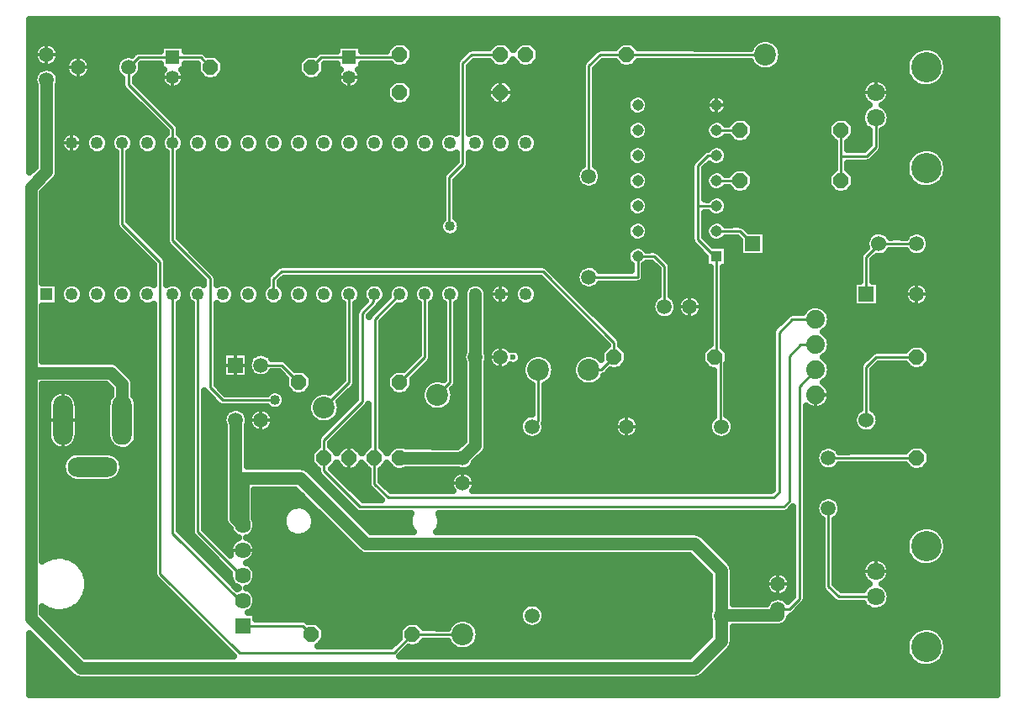
<source format=gtl>
G04 DipTrace 4.3.0.4*
G04 GPSDO_simple.GTL*
%MOIN*%
G04 #@! TF.FileFunction,Copper,L1,Top*
G04 #@! TF.Part,Single*
%AMOUTLINE0*
4,1,8,
0.012629,-0.030487,
-0.012629,-0.030487,
-0.030487,-0.012629,
-0.030487,0.012629,
-0.012629,0.030487,
0.012629,0.030487,
0.030487,0.012629,
0.030487,-0.012629,
0.012629,-0.030487,
0*%
%AMOUTLINE1*
4,1,8,
-0.012629,0.030487,
0.012629,0.030487,
0.030487,0.012629,
0.030487,-0.012629,
0.012629,-0.030487,
-0.012629,-0.030487,
-0.030487,-0.012629,
-0.030487,0.012629,
-0.012629,0.030487,
0*%
%AMOUTLINE2*
4,1,8,
-0.030487,-0.012629,
-0.030487,0.012629,
-0.012629,0.030487,
0.012629,0.030487,
0.030487,0.012629,
0.030487,-0.012629,
0.012629,-0.030487,
-0.012629,-0.030487,
-0.030487,-0.012629,
0*%
G04 #@! TA.AperFunction,Conductor*
%ADD16C,0.01*%
%ADD17C,0.05*%
G04 #@! TA.AperFunction,CopperBalancing*
%ADD18C,0.025*%
%ADD19C,0.013*%
G04 #@! TA.AperFunction,ComponentPad*
%ADD23O,0.07874X0.19685*%
%ADD24O,0.19685X0.07874*%
%ADD26C,0.059055*%
%ADD27R,0.05315X0.05315*%
%ADD28C,0.05315*%
%ADD29R,0.059055X0.059055*%
%ADD30C,0.120079*%
%ADD31C,0.070866*%
%ADD33R,0.06X0.06*%
%ADD34C,0.06*%
%ADD35C,0.074016*%
%ADD36C,0.074*%
%ADD37C,0.023622*%
G04 #@! TA.AperFunction,ComponentPad*
%ADD38C,0.086614*%
%ADD39R,0.049213X0.049213*%
%ADD40C,0.049213*%
%ADD41R,0.044882X0.044882*%
%ADD42C,0.044882*%
%ADD43R,0.06378X0.06378*%
%ADD44C,0.06378*%
G04 #@! TA.AperFunction,ViaPad*
%ADD45C,0.04*%
G04 #@! TA.AperFunction,ComponentPad*
%ADD98OUTLINE0*%
%ADD99OUTLINE1*%
%ADD100OUTLINE2*%
%FSLAX26Y26*%
G04*
G70*
G90*
G75*
G01*
G04 Top*
%LPD*%
X1962520Y684764D2*
D16*
X2162520D1*
X812520Y2634764D2*
Y2313220D1*
X962438Y2163302D1*
Y926709D1*
X1277348Y611799D1*
X1889555D1*
X1962520Y684764D1*
X1712520Y2034764D2*
Y1684764D1*
X1612520Y1584764D1*
X2212520Y2034764D2*
D17*
Y1784764D1*
X2162520Y1384764D2*
X1912520D1*
X1262520Y1534762D2*
Y1146711D1*
X1290018Y1119213D1*
X512520Y2884764D2*
Y2634764D1*
X3412521Y784764D2*
Y761079D1*
X3188835D1*
X3187520Y759764D1*
X2212520Y1784764D2*
Y1434764D1*
X2162520Y1384764D1*
X3412521Y784764D2*
D16*
X3456836D1*
X3497810Y825738D1*
Y1670052D1*
X3562521Y1734764D1*
X1290018Y1119213D2*
D17*
Y1305648D1*
X1518197D1*
X1778864Y1044982D1*
X3081454D1*
X3187520Y938916D1*
Y759764D1*
X512520Y2634764D2*
Y2520630D1*
X449514Y2457625D1*
Y1723546D1*
Y749045D1*
X646366Y552193D1*
X3081454D1*
X3187520Y658259D1*
Y759764D1*
X812520Y1534764D2*
Y1677461D1*
X766434Y1723546D1*
X449514D1*
X2812520Y2984768D2*
D16*
X2706831D1*
X2662520Y2940457D1*
Y2502159D1*
X3362520Y2984764D2*
X2812524D1*
X2812520Y2984768D1*
X2012520Y2034764D2*
Y1784764D1*
X1912520Y1684764D1*
X1362520Y1753735D2*
X1443549D1*
X1512520Y1684764D1*
X1412520Y2034764D2*
Y2094795D1*
X1442911Y2125186D1*
X2480978D1*
X2762520Y1843644D1*
Y1784764D1*
X2662520Y1734764D2*
X2712520D1*
X2762520Y1784764D1*
X2112520Y2303831D2*
X2109416Y2306934D1*
Y2497299D1*
X2162724Y2550608D1*
Y2950415D1*
X2197073Y2984764D1*
X2312520D1*
X2112520Y2034764D2*
Y1684764D1*
X2062520Y1634764D1*
X1712517Y2974134D2*
X1601890D1*
X1562520Y2934764D1*
X1712517Y2974134D2*
X1901890D1*
X1912520Y2984764D1*
X1012520Y2634764D2*
Y2247188D1*
X1160955Y2098752D1*
Y1664009D1*
X1210282Y1614682D1*
X1418547D1*
X1012518Y2974134D2*
X1123150D1*
X1162520Y2934764D1*
X2462520Y1734764D2*
Y1534764D1*
X2437520Y1509764D1*
X1012518Y2974134D2*
X876887D1*
X837520Y2934766D1*
X1012520Y2634764D2*
Y2691420D1*
X837520Y2866420D1*
Y2934766D1*
X2662520Y2102159D2*
X2856220D1*
Y2184764D1*
X2962520Y1984764D2*
Y2144904D1*
X2922660Y2184764D1*
X2856220D1*
X3662520Y2684769D2*
Y2582134D1*
Y2484769D1*
Y2582134D2*
X3765075D1*
X3800161Y2617220D1*
Y2734748D1*
X1290018Y719213D2*
X1528071D1*
X1562520Y684764D1*
X3262520Y2484759D2*
X3168824D1*
X3168819Y2484764D1*
X3262520Y2684759D2*
X3168819Y2684764D1*
X3162520Y1784764D2*
X3182904D1*
Y1514379D1*
X3187520Y1509764D1*
X3168819Y2184764D2*
Y1791063D1*
X3162520Y1784764D1*
X3168819Y2184764D2*
X3160710D1*
X3094993Y2250480D1*
Y2384764D1*
Y2544379D1*
X3135378Y2584764D1*
X3168819D1*
Y2384764D2*
X3094993D1*
X3762520Y1534764D2*
Y1746373D1*
X3800911Y1784764D1*
X3962520D1*
X3612516Y1384764D2*
X3962520D1*
X3168819Y2284764D2*
X3262512D1*
X3312520Y2234756D1*
X3762520Y2034764D2*
Y2181139D1*
X3812520Y2231139D1*
Y2234772D1*
X3962516Y2234764D2*
X3812528D1*
X3812520Y2234772D1*
X3612524Y1184764D2*
Y875075D1*
X3652835Y834764D1*
X3800161D1*
X1112520Y2034764D2*
Y1092100D1*
X1285407Y919213D1*
X1290018D1*
X1812520Y2034764D2*
X1809126D1*
Y2004034D1*
X1765070Y1959978D1*
Y1608631D1*
X1612520Y1456081D1*
Y1384764D1*
X3562518Y1834764D2*
X3501549D1*
X3456139Y1789354D1*
Y1212650D1*
X3434925Y1191436D1*
X1755848D1*
X1612520Y1334764D1*
Y1384764D1*
X1812520D2*
X1814633D1*
Y1936877D1*
X1912520Y2034764D1*
X1812520Y1384764D2*
Y1282232D1*
X1866366Y1228386D1*
X3395892D1*
X3417105Y1249598D1*
Y1883409D1*
X3468459Y1934764D1*
X3562517D1*
X1012520Y2034764D2*
Y1086966D1*
X1280273Y819213D1*
X1290018D1*
D45*
X2112520Y2303831D3*
X1418547Y1614682D3*
X448025Y3099143D2*
D18*
X4277017D1*
X448025Y3074274D2*
X4277017D1*
X448025Y3049406D2*
X4277017D1*
X448025Y3024537D2*
X479448D1*
X545593D2*
X1877495D1*
X1947552D2*
X2277496D1*
X2347554D2*
X2377487D1*
X2447546D2*
X2777488D1*
X2847564D2*
X3309938D1*
X3415091D2*
X4277017D1*
X448025Y2999668D2*
X462115D1*
X562927D2*
X872056D1*
X1127976D2*
X1597060D1*
X1966016D2*
X2173217D1*
X2466026D2*
X2682970D1*
X3427202D2*
X3949573D1*
X4050780D2*
X4277017D1*
X448025Y2974799D2*
X460860D1*
X564182D2*
X604790D1*
X670256D2*
X804791D1*
X1197286D2*
X1527749D1*
X1966142D2*
X2148349D1*
X2466151D2*
X2658102D1*
X3428189D2*
X3927505D1*
X4072848D2*
X4277017D1*
X448025Y2949930D2*
X473921D1*
X551119D2*
X587207D1*
X687839D2*
X787190D1*
X1215982D2*
X1509054D1*
X1952487D2*
X2134588D1*
X2201003D2*
X2272545D1*
X2352488D2*
X2372535D1*
X2452497D2*
X2636194D1*
X2710756D2*
X2772554D1*
X2852480D2*
X3306386D1*
X3418643D2*
X3918319D1*
X4082034D2*
X4277017D1*
X448025Y2925062D2*
X480147D1*
X544894D2*
X585790D1*
X689239D2*
X785790D1*
X889239D2*
X973285D1*
X1051759D2*
X1108891D1*
X1216143D2*
X1508892D1*
X1616144D2*
X1673297D1*
X1751751D2*
X2134588D1*
X2190866D2*
X2634382D1*
X2690661D2*
X3337102D1*
X3387927D2*
X3917457D1*
X4082878D2*
X4277017D1*
X448025Y2900193D2*
X462277D1*
X562764D2*
X598655D1*
X676374D2*
X798673D1*
X876374D2*
X963058D1*
X1061986D2*
X1122277D1*
X1202759D2*
X1522277D1*
X1602760D2*
X1663051D1*
X1761996D2*
X2134588D1*
X2190866D2*
X2634382D1*
X2690661D2*
X3924634D1*
X4075701D2*
X4277017D1*
X448025Y2875324D2*
X460752D1*
X564290D2*
X809385D1*
X867386D2*
X967293D1*
X1057751D2*
X1667286D1*
X1757761D2*
X1878266D1*
X1946764D2*
X2134588D1*
X2190866D2*
X2278268D1*
X2346765D2*
X2634382D1*
X2690661D2*
X3759064D1*
X3841467D2*
X3942934D1*
X4057417D2*
X4277017D1*
X448025Y2850455D2*
X464375D1*
X560665D2*
X814965D1*
X892253D2*
X995534D1*
X1029510D2*
X1695545D1*
X1729503D2*
X1859122D1*
X1965925D2*
X2134588D1*
X2190866D2*
X2259123D1*
X2365927D2*
X2634382D1*
X2690661D2*
X3743940D1*
X3856592D2*
X4277017D1*
X448025Y2825587D2*
X464375D1*
X560665D2*
X839598D1*
X917121D2*
X1858890D1*
X1966142D2*
X2134588D1*
X2190866D2*
X2258890D1*
X2366142D2*
X2634382D1*
X2690661D2*
X2839604D1*
X2872845D2*
X3152550D1*
X3185091D2*
X3742450D1*
X3858081D2*
X4277017D1*
X448025Y2800718D2*
X464375D1*
X560665D2*
X864467D1*
X941988D2*
X1871753D1*
X1953277D2*
X2134588D1*
X2190866D2*
X2271755D1*
X2353278D2*
X2634382D1*
X2690661D2*
X2813570D1*
X2898861D2*
X3126301D1*
X3211340D2*
X3753197D1*
X3847333D2*
X4277017D1*
X448025Y2775849D2*
X464375D1*
X560665D2*
X889335D1*
X966856D2*
X2134588D1*
X2190866D2*
X2634382D1*
X2690661D2*
X2811453D1*
X2900996D2*
X3124165D1*
X3213475D2*
X3759513D1*
X3840803D2*
X4277017D1*
X448025Y2750980D2*
X464375D1*
X560665D2*
X914202D1*
X991724D2*
X2134588D1*
X2190866D2*
X2634382D1*
X2690661D2*
X2826793D1*
X2885638D2*
X3139577D1*
X3198045D2*
X3743993D1*
X3856341D2*
X4277017D1*
X448025Y2726112D2*
X464375D1*
X560665D2*
X939070D1*
X1016592D2*
X2134588D1*
X2190866D2*
X2634382D1*
X2690661D2*
X2841219D1*
X2871230D2*
X3154219D1*
X3183423D2*
X3229073D1*
X3295974D2*
X3629056D1*
X3695974D2*
X3742253D1*
X3858063D2*
X4277017D1*
X448025Y2701243D2*
X464375D1*
X560665D2*
X963937D1*
X1038697D2*
X2134588D1*
X2190866D2*
X2634382D1*
X2690661D2*
X2813785D1*
X2898646D2*
X3126516D1*
X3315781D2*
X3609248D1*
X3715782D2*
X3752696D1*
X3847621D2*
X4277017D1*
X448025Y2676374D2*
X464375D1*
X560665D2*
X592249D1*
X632793D2*
X691953D1*
X733089D2*
X792249D1*
X832793D2*
X891954D1*
X933089D2*
X984374D1*
X1040652D2*
X1091954D1*
X1133089D2*
X1191963D1*
X1233081D2*
X1291955D1*
X1333091D2*
X1391965D1*
X1433081D2*
X1491955D1*
X1533091D2*
X1591965D1*
X1633083D2*
X1691955D1*
X1733092D2*
X1791948D1*
X1833083D2*
X1892244D1*
X1932787D2*
X1991948D1*
X2033083D2*
X2091957D1*
X2233084D2*
X2291958D1*
X2333075D2*
X2391949D1*
X2433084D2*
X2634382D1*
X2690661D2*
X2811345D1*
X2901104D2*
X3124058D1*
X3316140D2*
X3608890D1*
X3716142D2*
X3772018D1*
X3828297D2*
X4277017D1*
X448025Y2651505D2*
X464375D1*
X2457180D2*
X2634382D1*
X2690661D2*
X2826147D1*
X2886283D2*
X3138932D1*
X3198709D2*
X3220963D1*
X3304066D2*
X3620982D1*
X3704066D2*
X3772018D1*
X3828297D2*
X4277017D1*
X448025Y2626636D2*
X464375D1*
X2459656D2*
X2634382D1*
X2690661D2*
X2843102D1*
X2869328D2*
X3156192D1*
X3181449D2*
X3634385D1*
X3690663D2*
X3770816D1*
X3828297D2*
X4277017D1*
X448025Y2601768D2*
X464375D1*
X560665D2*
X579062D1*
X645980D2*
X678891D1*
X746151D2*
X779062D1*
X845980D2*
X878892D1*
X946151D2*
X979063D1*
X1045980D2*
X1078892D1*
X1146151D2*
X1178883D1*
X1246143D2*
X1278892D1*
X1346152D2*
X1378885D1*
X1446143D2*
X1478894D1*
X1546152D2*
X1578885D1*
X1646144D2*
X1678894D1*
X1746154D2*
X1778886D1*
X1846144D2*
X1879056D1*
X1945974D2*
X1978886D1*
X2046144D2*
X2078895D1*
X2246146D2*
X2278895D1*
X2346155D2*
X2378887D1*
X2446146D2*
X2634382D1*
X2690661D2*
X2814018D1*
X2898430D2*
X3113615D1*
X3210909D2*
X3634385D1*
X3823130D2*
X3952642D1*
X4047908D2*
X4277017D1*
X448025Y2576899D2*
X464375D1*
X560665D2*
X784373D1*
X840651D2*
X984374D1*
X1040652D2*
X2134588D1*
X2190866D2*
X2634382D1*
X2690661D2*
X2811238D1*
X2901193D2*
X3088748D1*
X3213673D2*
X3634385D1*
X3798602D2*
X3928850D1*
X4071699D2*
X4277017D1*
X448025Y2552030D2*
X464375D1*
X560665D2*
X784373D1*
X840651D2*
X984374D1*
X1040652D2*
X2125383D1*
X2190866D2*
X2634382D1*
X2690661D2*
X2825537D1*
X2886911D2*
X3068025D1*
X3199319D2*
X3634385D1*
X3690663D2*
X3918857D1*
X4081711D2*
X4277017D1*
X560665Y2527161D2*
X784373D1*
X840651D2*
X984374D1*
X1040652D2*
X2100516D1*
X2178037D2*
X2616530D1*
X2708513D2*
X2845453D1*
X2866996D2*
X3066858D1*
X3123136D2*
X3158668D1*
X3178955D2*
X3230114D1*
X3294915D2*
X3630097D1*
X3694933D2*
X3917332D1*
X4083218D2*
X4277017D1*
X556807Y2502293D2*
X784373D1*
X840651D2*
X984374D1*
X1040652D2*
X2081766D1*
X2153169D2*
X2609856D1*
X2715188D2*
X2814234D1*
X2898197D2*
X3066858D1*
X3315549D2*
X3609482D1*
X3715567D2*
X3923791D1*
X4076760D2*
X4277017D1*
X536353Y2477424D2*
X784373D1*
X840651D2*
X984374D1*
X1040652D2*
X2081281D1*
X2137560D2*
X2616369D1*
X2708675D2*
X2811148D1*
X2901283D2*
X3066858D1*
X3316140D2*
X3608890D1*
X3716142D2*
X3940836D1*
X4059714D2*
X4277017D1*
X511486Y2452555D2*
X784373D1*
X840651D2*
X984374D1*
X1040652D2*
X2081281D1*
X2137560D2*
X2652522D1*
X2672521D2*
X2824928D1*
X2887504D2*
X3066858D1*
X3123136D2*
X3137711D1*
X3199929D2*
X3219923D1*
X3305123D2*
X3619924D1*
X3705106D2*
X4277017D1*
X497652Y2427686D2*
X784373D1*
X840651D2*
X984374D1*
X1040652D2*
X2081281D1*
X2137560D2*
X2848862D1*
X2863587D2*
X3066858D1*
X3123136D2*
X3162634D1*
X3175016D2*
X4277017D1*
X497652Y2402818D2*
X784373D1*
X840651D2*
X984374D1*
X1040652D2*
X2081281D1*
X2137560D2*
X2814486D1*
X2897963D2*
X3066858D1*
X3210444D2*
X4277017D1*
X497652Y2377949D2*
X784373D1*
X840651D2*
X984374D1*
X1040652D2*
X2081281D1*
X2137560D2*
X2811058D1*
X2901373D2*
X3066858D1*
X3213852D2*
X4277017D1*
X497652Y2353080D2*
X784373D1*
X840651D2*
X984374D1*
X1040652D2*
X2081281D1*
X2137560D2*
X2824353D1*
X2888077D2*
X3066858D1*
X3123136D2*
X3137119D1*
X3200504D2*
X4277017D1*
X497652Y2328211D2*
X784373D1*
X840651D2*
X984374D1*
X1040652D2*
X2077513D1*
X2147535D2*
X3066858D1*
X3123136D2*
X4277017D1*
X497652Y2303343D2*
X786365D1*
X861159D2*
X984374D1*
X1040652D2*
X2069386D1*
X2155664D2*
X2814718D1*
X2897713D2*
X3066858D1*
X3282678D2*
X4277017D1*
X497652Y2278474D2*
X808505D1*
X886028D2*
X984374D1*
X1040652D2*
X2078268D1*
X2146782D2*
X2810987D1*
X2901462D2*
X3066858D1*
X3365660D2*
X3784434D1*
X3840605D2*
X3935399D1*
X3989633D2*
X4277017D1*
X497652Y2253605D2*
X833373D1*
X910895D2*
X984374D1*
X1044869D2*
X2823797D1*
X2888634D2*
X3066858D1*
X3201077D2*
X3254909D1*
X3365660D2*
X3763012D1*
X4011504D2*
X4277017D1*
X497652Y2228736D2*
X858240D1*
X935762D2*
X992214D1*
X1069736D2*
X3077983D1*
X3155504D2*
X3259377D1*
X3365660D2*
X3759747D1*
X4014823D2*
X4277017D1*
X497652Y2203867D2*
X883109D1*
X960630D2*
X1017081D1*
X1094604D2*
X2815113D1*
X2942262D2*
X3102850D1*
X3214408D2*
X3259377D1*
X3365660D2*
X3746487D1*
X3855139D2*
X3920490D1*
X4004542D2*
X4277017D1*
X497652Y2178999D2*
X907976D1*
X985211D2*
X1041950D1*
X1119471D2*
X2811022D1*
X2967184D2*
X3123232D1*
X3214408D2*
X3734377D1*
X3799142D2*
X4277017D1*
X497652Y2154130D2*
X932844D1*
X990576D2*
X1066818D1*
X1144340D2*
X2823438D1*
X2889010D2*
X2914530D1*
X2988948D2*
X3123232D1*
X3214408D2*
X3734377D1*
X3790655D2*
X4277017D1*
X497652Y2129261D2*
X934297D1*
X990576D2*
X1091685D1*
X1169207D2*
X1408219D1*
X2515672D2*
X2617803D1*
X2707239D2*
X2828085D1*
X2884364D2*
X2934374D1*
X2990652D2*
X3140672D1*
X3196950D2*
X3734377D1*
X3790655D2*
X4277017D1*
X497652Y2104392D2*
X934297D1*
X990576D2*
X1116552D1*
X1188459D2*
X1386240D1*
X2540539D2*
X2609909D1*
X2884364D2*
X2934374D1*
X2990652D2*
X3140672D1*
X3196950D2*
X3734377D1*
X3790655D2*
X4277017D1*
X560378Y2079524D2*
X602656D1*
X622386D2*
X702647D1*
X722395D2*
X802656D1*
X822387D2*
X902647D1*
X990576D2*
X1003392D1*
X1021634D2*
X1103402D1*
X1189087D2*
X1202657D1*
X1222387D2*
X1302648D1*
X1322379D2*
X1384374D1*
X1440654D2*
X1502648D1*
X1522379D2*
X1602657D1*
X1622388D2*
X1703403D1*
X1721644D2*
X1803394D1*
X1821635D2*
X1903403D1*
X1921644D2*
X2003395D1*
X2021636D2*
X2103404D1*
X2121646D2*
X2201098D1*
X2223933D2*
X2303404D1*
X2321646D2*
X2402660D1*
X2422391D2*
X2487885D1*
X2565407D2*
X2615256D1*
X2870764D2*
X2934374D1*
X2990652D2*
X3140672D1*
X3196950D2*
X3709383D1*
X3815665D2*
X3937373D1*
X3987677D2*
X4277017D1*
X655794Y2054655D2*
X669257D1*
X755786D2*
X769248D1*
X855795D2*
X869257D1*
X1055652D2*
X1069383D1*
X1255795D2*
X1269259D1*
X1355787D2*
X1369375D1*
X1455652D2*
X1469259D1*
X1555787D2*
X1569249D1*
X1655797D2*
X1669385D1*
X1755663D2*
X1769377D1*
X1855654D2*
X1869386D1*
X1955663D2*
X1969377D1*
X2055655D2*
X2069386D1*
X2155664D2*
X2168946D1*
X2256104D2*
X2269386D1*
X2355664D2*
X2369252D1*
X2455781D2*
X2512753D1*
X2590274D2*
X2643891D1*
X2681151D2*
X2934374D1*
X2990652D2*
X3140672D1*
X3196950D2*
X3709383D1*
X3815665D2*
X3913976D1*
X4011073D2*
X4277017D1*
X2460105Y2029786D2*
X2537621D1*
X2615143D2*
X2934374D1*
X2990652D2*
X3037882D1*
X3087146D2*
X3140672D1*
X3196950D2*
X3709383D1*
X3815665D2*
X3910101D1*
X4014949D2*
X4277017D1*
X560378Y2004917D2*
X575867D1*
X649173D2*
X675860D1*
X749182D2*
X775869D1*
X849175D2*
X875860D1*
X1049031D2*
X1076022D1*
X1249175D2*
X1275861D1*
X1349184D2*
X1376013D1*
X1449031D2*
X1475861D1*
X1549185D2*
X1575853D1*
X1649176D2*
X1676005D1*
X1749024D2*
X1771241D1*
X1949025D2*
X1976016D1*
X2049034D2*
X2076007D1*
X2149025D2*
X2164371D1*
X2260660D2*
X2276007D1*
X2349025D2*
X2375854D1*
X2449178D2*
X2562488D1*
X2640010D2*
X2914081D1*
X3110954D2*
X3140672D1*
X3196950D2*
X3709383D1*
X3815665D2*
X3919699D1*
X4005349D2*
X4277017D1*
X497652Y1980049D2*
X934297D1*
X1040652D2*
X1084383D1*
X1189087D2*
X1684385D1*
X1896562D2*
X1984377D1*
X2040655D2*
X2084386D1*
X2140664D2*
X2164371D1*
X2260660D2*
X2587356D1*
X2664878D2*
X2910080D1*
X3114974D2*
X3140672D1*
X3196950D2*
X3524364D1*
X3600684D2*
X4277017D1*
X497652Y1955180D2*
X934297D1*
X1040652D2*
X1084383D1*
X1189087D2*
X1684385D1*
X1871694D2*
X1984377D1*
X2040655D2*
X2084386D1*
X2140664D2*
X2164371D1*
X2260660D2*
X2612224D1*
X2689745D2*
X2919500D1*
X3005545D2*
X3019509D1*
X3105535D2*
X3140672D1*
X3196950D2*
X3450442D1*
X3618913D2*
X4277017D1*
X497652Y1930311D2*
X934297D1*
X1040652D2*
X1084383D1*
X1189087D2*
X1684385D1*
X1846827D2*
X1984377D1*
X2040655D2*
X2084386D1*
X2140664D2*
X2164371D1*
X2260660D2*
X2637092D1*
X2714613D2*
X3140672D1*
X3196950D2*
X3425252D1*
X3622483D2*
X4277017D1*
X497652Y1905442D2*
X934297D1*
X1040652D2*
X1084383D1*
X1189087D2*
X1684385D1*
X1842772D2*
X1984377D1*
X2040655D2*
X2084386D1*
X2140664D2*
X2164371D1*
X2260660D2*
X2661959D1*
X2739482D2*
X3140672D1*
X3196950D2*
X3400385D1*
X3614643D2*
X4277017D1*
X497652Y1880573D2*
X934297D1*
X1040652D2*
X1084383D1*
X1189087D2*
X1684385D1*
X1842772D2*
X1984377D1*
X2040655D2*
X2084386D1*
X2140664D2*
X2164371D1*
X2260660D2*
X2686827D1*
X2764349D2*
X3140672D1*
X3196950D2*
X3388972D1*
X3600001D2*
X4277017D1*
X497652Y1855705D2*
X934297D1*
X1040652D2*
X1084383D1*
X1189087D2*
X1684385D1*
X1842772D2*
X1984377D1*
X2040655D2*
X2084386D1*
X2140664D2*
X2164371D1*
X2260660D2*
X2711694D1*
X2787638D2*
X3140672D1*
X3196950D2*
X3388972D1*
X3618715D2*
X4277017D1*
X497652Y1830836D2*
X934297D1*
X1040652D2*
X1084383D1*
X1189087D2*
X1684385D1*
X1842772D2*
X1984377D1*
X2040655D2*
X2084386D1*
X2140664D2*
X2164371D1*
X2260660D2*
X2290163D1*
X2334869D2*
X2733853D1*
X2791172D2*
X3133854D1*
X3196950D2*
X3388972D1*
X3622520D2*
X3933857D1*
X3991176D2*
X4277017D1*
X497652Y1805967D2*
X934297D1*
X1040652D2*
X1084383D1*
X1189087D2*
X1684385D1*
X1842772D2*
X1984377D1*
X2040655D2*
X2084386D1*
X2140664D2*
X2164371D1*
X2389736D2*
X2710761D1*
X2814282D2*
X3110762D1*
X3214283D2*
X3388972D1*
X3614948D2*
X3783986D1*
X4014285D2*
X4277017D1*
X497652Y1781098D2*
X934297D1*
X1040652D2*
X1084383D1*
X1189087D2*
X1209852D1*
X1407066D2*
X1684385D1*
X1842772D2*
X1970094D1*
X2040403D2*
X2084386D1*
X2140664D2*
X2159993D1*
X2397379D2*
X2415955D1*
X2509087D2*
X2615955D1*
X2816148D2*
X3108896D1*
X3216148D2*
X3388972D1*
X3599302D2*
X3758491D1*
X4016151D2*
X4277017D1*
X800785Y1756230D2*
X934297D1*
X1040652D2*
X1084383D1*
X1189087D2*
X1209852D1*
X1479820D2*
X1684385D1*
X1842772D2*
X1945227D1*
X2022748D2*
X2084386D1*
X2140664D2*
X2164371D1*
X2380711D2*
X2399790D1*
X2525252D2*
X2599790D1*
X2808791D2*
X3116253D1*
X3211054D2*
X3388972D1*
X3618518D2*
X3736350D1*
X3811144D2*
X3916255D1*
X4008794D2*
X4277017D1*
X825669Y1731361D2*
X934297D1*
X1040652D2*
X1084383D1*
X1189087D2*
X1209852D1*
X1540555D2*
X1684385D1*
X1842772D2*
X1884492D1*
X1997881D2*
X2084386D1*
X2140664D2*
X2164371D1*
X2260660D2*
X2396165D1*
X2528877D2*
X2596165D1*
X2747878D2*
X3154757D1*
X3211054D2*
X3388972D1*
X3622555D2*
X3734377D1*
X3790655D2*
X4277017D1*
X850232Y1706492D2*
X934297D1*
X1040652D2*
X1084383D1*
X1189087D2*
X1209852D1*
X1315184D2*
X1343143D1*
X1381892D2*
X1452034D1*
X1564041D2*
X1684385D1*
X1842772D2*
X1861007D1*
X1973013D2*
X2084386D1*
X2140664D2*
X2164371D1*
X2260660D2*
X2402660D1*
X2522382D2*
X2602660D1*
X2722382D2*
X3154757D1*
X3211054D2*
X3388972D1*
X3615253D2*
X3734377D1*
X3790655D2*
X4277017D1*
X860478Y1681623D2*
X934297D1*
X1040652D2*
X1084383D1*
X1189087D2*
X1458888D1*
X1566140D2*
X1670623D1*
X1842772D2*
X1858890D1*
X1966142D2*
X2016510D1*
X2140466D2*
X2164371D1*
X2260660D2*
X2424442D1*
X2500600D2*
X2624442D1*
X2700583D2*
X3154757D1*
X3211054D2*
X3388972D1*
X3598602D2*
X3734377D1*
X3790655D2*
X4277017D1*
X497652Y1656755D2*
X764386D1*
X860657D2*
X934297D1*
X1040652D2*
X1084383D1*
X1206975D2*
X1465724D1*
X1559322D2*
X1645755D1*
X1723277D2*
X1736937D1*
X1842772D2*
X1865724D1*
X1959323D2*
X1999967D1*
X2125072D2*
X2164371D1*
X2260660D2*
X2434382D1*
X2490660D2*
X3154757D1*
X3211054D2*
X3388972D1*
X3618303D2*
X3734377D1*
X3790655D2*
X4277017D1*
X497652Y1631886D2*
X527407D1*
X625185D2*
X763633D1*
X861411D2*
X934297D1*
X1040652D2*
X1084383D1*
X1140661D2*
X1154322D1*
X1457860D2*
X1566791D1*
X1698409D2*
X1736937D1*
X1842772D2*
X1996129D1*
X2128894D2*
X2164371D1*
X2260660D2*
X2434382D1*
X2490660D2*
X3154757D1*
X3211054D2*
X3388972D1*
X3622591D2*
X3734377D1*
X3790655D2*
X4277017D1*
X497652Y1607017D2*
X515260D1*
X637332D2*
X751486D1*
X873558D2*
X934297D1*
X1040652D2*
X1084383D1*
X1140661D2*
X1179189D1*
X1460963D2*
X1550070D1*
X1674976D2*
X1724701D1*
X1842772D2*
X2002408D1*
X2122633D2*
X2164371D1*
X2260660D2*
X2434382D1*
X2490660D2*
X3154757D1*
X3211054D2*
X3388972D1*
X3615558D2*
X3734377D1*
X3790655D2*
X4277017D1*
X497652Y1582148D2*
X513789D1*
X638803D2*
X750014D1*
X875029D2*
X934297D1*
X1040652D2*
X1084383D1*
X1140661D2*
X1243547D1*
X1281488D2*
X1343538D1*
X1445408D2*
X1546122D1*
X1678906D2*
X1699832D1*
X1842772D2*
X2023669D1*
X2101370D2*
X2164371D1*
X2260660D2*
X2434382D1*
X2490660D2*
X3154757D1*
X3211054D2*
X3388972D1*
X3588572D2*
X3734377D1*
X3790655D2*
X4277017D1*
X497652Y1557280D2*
X513789D1*
X638803D2*
X750014D1*
X875029D2*
X934297D1*
X1040652D2*
X1084383D1*
X1140661D2*
X1215181D1*
X1409846D2*
X1552277D1*
X1752487D2*
X1786492D1*
X1842772D2*
X2164371D1*
X2260660D2*
X2418916D1*
X2490660D2*
X2793924D1*
X2831112D2*
X3154757D1*
X3211054D2*
X3388972D1*
X3525955D2*
X3714657D1*
X3810373D2*
X4277017D1*
X497652Y1532411D2*
X513789D1*
X638803D2*
X750014D1*
X875029D2*
X934297D1*
X1040652D2*
X1084383D1*
X1140661D2*
X1209906D1*
X1415139D2*
X1573304D1*
X1727619D2*
X1786492D1*
X1842772D2*
X2164371D1*
X2260660D2*
X2390262D1*
X2490552D2*
X2765252D1*
X2859783D2*
X3140260D1*
X3234790D2*
X3388972D1*
X3525955D2*
X3709437D1*
X3815612D2*
X4277017D1*
X497652Y1507542D2*
X513789D1*
X638803D2*
X750014D1*
X875029D2*
X934297D1*
X1040652D2*
X1084383D1*
X1140661D2*
X1214373D1*
X1407155D2*
X1625211D1*
X1702734D2*
X1786492D1*
X1842772D2*
X2164371D1*
X2260660D2*
X2384898D1*
X2490140D2*
X2759906D1*
X2865130D2*
X3134895D1*
X3240138D2*
X3388972D1*
X3525955D2*
X3717314D1*
X3807718D2*
X4277017D1*
X497652Y1482673D2*
X513789D1*
X638803D2*
X750014D1*
X875029D2*
X934297D1*
X1040652D2*
X1084383D1*
X1140661D2*
X1214373D1*
X1310663D2*
X1600344D1*
X1677866D2*
X1786492D1*
X1842772D2*
X2164371D1*
X2260660D2*
X2392791D1*
X2482245D2*
X2767799D1*
X2857253D2*
X3142790D1*
X3232243D2*
X3388972D1*
X3525955D2*
X4277017D1*
X497652Y1457804D2*
X516516D1*
X636076D2*
X752741D1*
X872302D2*
X934297D1*
X1040652D2*
X1084383D1*
X1140661D2*
X1214373D1*
X1310663D2*
X1584429D1*
X1652997D2*
X1786492D1*
X1842772D2*
X2164371D1*
X2260660D2*
X3388972D1*
X3525955D2*
X4277017D1*
X497652Y1432936D2*
X531713D1*
X620896D2*
X767920D1*
X857105D2*
X934297D1*
X1040652D2*
X1084383D1*
X1140661D2*
X1214373D1*
X1310663D2*
X1584375D1*
X1640654D2*
X1686753D1*
X1738294D2*
X1786492D1*
X1842772D2*
X1886753D1*
X1938295D2*
X2143648D1*
X2260625D2*
X3388972D1*
X3525955D2*
X3596007D1*
X3629033D2*
X3936745D1*
X3988287D2*
X4277017D1*
X497652Y1408067D2*
X618319D1*
X770497D2*
X934297D1*
X1040652D2*
X1084383D1*
X1140661D2*
X1214373D1*
X1310663D2*
X1561875D1*
X2252030D2*
X3388972D1*
X3525955D2*
X3565594D1*
X4013172D2*
X4277017D1*
X497652Y1383198D2*
X582902D1*
X805916D2*
X934297D1*
X1040652D2*
X1084383D1*
X1140661D2*
X1214373D1*
X1310663D2*
X1558898D1*
X2228007D2*
X3388972D1*
X3525955D2*
X3559871D1*
X4016151D2*
X4277017D1*
X497652Y1358329D2*
X573356D1*
X815479D2*
X934297D1*
X1040652D2*
X1084383D1*
X1140661D2*
X1214373D1*
X1310663D2*
X1564190D1*
X2207660D2*
X3388972D1*
X3525955D2*
X3567371D1*
X3657650D2*
X3914192D1*
X4010858D2*
X4277017D1*
X497652Y1333461D2*
X574971D1*
X813846D2*
X934297D1*
X1040652D2*
X1084383D1*
X1140661D2*
X1214373D1*
X1557438D2*
X1584411D1*
X1652585D2*
X1784375D1*
X1840654D2*
X2147954D1*
X2177087D2*
X3388972D1*
X3525955D2*
X4277017D1*
X497652Y1308592D2*
X589001D1*
X799815D2*
X934297D1*
X1040652D2*
X1084383D1*
X1140661D2*
X1214373D1*
X1582306D2*
X1599930D1*
X1677453D2*
X1784375D1*
X1840654D2*
X2115874D1*
X2209167D2*
X3388972D1*
X3525955D2*
X4277017D1*
X497652Y1283723D2*
X934297D1*
X1040652D2*
X1084383D1*
X1140661D2*
X1214373D1*
X1607173D2*
X1624799D1*
X1702320D2*
X1784375D1*
X1849786D2*
X2109864D1*
X2215177D2*
X3388972D1*
X3525955D2*
X4277017D1*
X497652Y1258854D2*
X934297D1*
X1040652D2*
X1084383D1*
X1140661D2*
X1214373D1*
X1338150D2*
X1497948D1*
X1632042D2*
X1649667D1*
X1727188D2*
X1797133D1*
X1874655D2*
X2117058D1*
X2207983D2*
X3387592D1*
X3525955D2*
X4277017D1*
X497652Y1233986D2*
X934297D1*
X1040652D2*
X1084383D1*
X1140661D2*
X1214373D1*
X1338150D2*
X1522816D1*
X1656909D2*
X1674534D1*
X1752056D2*
X1822000D1*
X3525955D2*
X3600331D1*
X3624726D2*
X4277017D1*
X497652Y1209117D2*
X934297D1*
X1040652D2*
X1084383D1*
X1140661D2*
X1214373D1*
X1338150D2*
X1547684D1*
X1681777D2*
X1699402D1*
X3525955D2*
X3566169D1*
X3658888D2*
X4277017D1*
X497652Y1184248D2*
X934297D1*
X1040652D2*
X1084383D1*
X1140661D2*
X1214373D1*
X1338150D2*
X1471197D1*
X1553832D2*
X1572551D1*
X1706644D2*
X1724269D1*
X3525955D2*
X3559853D1*
X3665185D2*
X4277017D1*
X497652Y1159379D2*
X934297D1*
X1040652D2*
X1084383D1*
X1140661D2*
X1214373D1*
X1338150D2*
X1452142D1*
X1572904D2*
X1597419D1*
X1731512D2*
X1952134D1*
X2072896D2*
X3469676D1*
X3525955D2*
X3566743D1*
X3658295D2*
X4277017D1*
X497652Y1134510D2*
X934297D1*
X1040652D2*
X1084383D1*
X1140661D2*
X1216042D1*
X1342780D2*
X1447118D1*
X1577909D2*
X1622286D1*
X1756381D2*
X1947129D1*
X2077920D2*
X3469676D1*
X3525955D2*
X3584381D1*
X3640659D2*
X4277017D1*
X497652Y1109642D2*
X934297D1*
X1040652D2*
X1084383D1*
X1140661D2*
X1232549D1*
X1344160D2*
X1452357D1*
X1572671D2*
X1647155D1*
X1781248D2*
X1952367D1*
X2072681D2*
X3469676D1*
X3525955D2*
X3584381D1*
X3640659D2*
X3967319D1*
X4033034D2*
X4277017D1*
X497652Y1084773D2*
X934297D1*
X1053480D2*
X1085441D1*
X1158604D2*
X1247853D1*
X1332175D2*
X1471860D1*
X1553186D2*
X1672022D1*
X3106307D2*
X3469676D1*
X3525955D2*
X3584381D1*
X3640659D2*
X3934215D1*
X4066138D2*
X4277017D1*
X497652Y1059904D2*
X934297D1*
X1078348D2*
X1105949D1*
X1183471D2*
X1254294D1*
X1325734D2*
X1696890D1*
X3133579D2*
X3469676D1*
X3525955D2*
X3584381D1*
X3640659D2*
X3920885D1*
X4079469D2*
X4277017D1*
X497652Y1035035D2*
X934297D1*
X1103217D2*
X1130816D1*
X1208339D2*
X1237429D1*
X1342618D2*
X1721757D1*
X3158448D2*
X3469676D1*
X3525955D2*
X3584381D1*
X3640659D2*
X3916883D1*
X4083470D2*
X4277017D1*
X497652Y1010167D2*
X934297D1*
X1128084D2*
X1155685D1*
X1344268D2*
X1746858D1*
X3183315D2*
X3469676D1*
X3525955D2*
X3584381D1*
X3640659D2*
X3920723D1*
X4079630D2*
X4277017D1*
X616375Y985298D2*
X934297D1*
X1152951D2*
X1180552D1*
X1332642D2*
X3074089D1*
X3208182D2*
X3469676D1*
X3525955D2*
X3584381D1*
X3640659D2*
X3773472D1*
X3827077D2*
X3933802D1*
X4066568D2*
X4277017D1*
X648797Y960429D2*
X934297D1*
X1177819D2*
X1205438D1*
X1325088D2*
X3098957D1*
X3230269D2*
X3469676D1*
X3525955D2*
X3584381D1*
X3640659D2*
X3747923D1*
X3852626D2*
X3966026D1*
X4034327D2*
X4277017D1*
X665841Y935560D2*
X934297D1*
X1202688D2*
X1230306D1*
X1342438D2*
X3123824D1*
X3235652D2*
X3469676D1*
X3525955D2*
X3584381D1*
X3640659D2*
X3741697D1*
X3858835D2*
X4277017D1*
X674903Y910692D2*
X939913D1*
X1344358D2*
X3139381D1*
X3235652D2*
X3367066D1*
X3525955D2*
X3584381D1*
X3640659D2*
X3747133D1*
X3853416D2*
X4277017D1*
X677917Y885823D2*
X964566D1*
X1333072D2*
X3139381D1*
X3235652D2*
X3359871D1*
X3525955D2*
X3584381D1*
X3640659D2*
X3770404D1*
X3830146D2*
X4277017D1*
X675369Y860954D2*
X989433D1*
X1324407D2*
X3139381D1*
X3235652D2*
X3365864D1*
X3525955D2*
X3588614D1*
X3665400D2*
X3748084D1*
X3852249D2*
X4277017D1*
X666882Y836085D2*
X1014301D1*
X1342259D2*
X3139381D1*
X3235652D2*
X3397890D1*
X3427148D2*
X3469390D1*
X3525955D2*
X3612747D1*
X3858727D2*
X4277017D1*
X650663Y811217D2*
X1039169D1*
X1344429D2*
X3139381D1*
X3235652D2*
X3367388D1*
X3521433D2*
X3640180D1*
X3853559D2*
X4277017D1*
X620323Y786348D2*
X1064037D1*
X1333503D2*
X2392344D1*
X2482694D2*
X3139381D1*
X3497176D2*
X3769381D1*
X3830953D2*
X4277017D1*
X504130Y761479D2*
X1088904D1*
X1345039D2*
X2384772D1*
X2490265D2*
X3134877D1*
X3470066D2*
X4277017D1*
X528997Y736610D2*
X1113772D1*
X1549436D2*
X2122584D1*
X2202457D2*
X2390387D1*
X2484650D2*
X3139381D1*
X3453541D2*
X4277017D1*
X553865Y711741D2*
X1138639D1*
X1610349D2*
X1914689D1*
X2010350D2*
X2102041D1*
X2223000D2*
X2420118D1*
X2454937D2*
X3139381D1*
X3235652D2*
X3973222D1*
X4027311D2*
X4277017D1*
X578732Y686873D2*
X1163508D1*
X1616144D2*
X1908894D1*
X2228938D2*
X3139381D1*
X3235652D2*
X3936028D1*
X4064522D2*
X4277017D1*
X448025Y662004D2*
X469508D1*
X603601D2*
X1188375D1*
X1613490D2*
X1900999D1*
X2224777D2*
X3124219D1*
X3235652D2*
X3921710D1*
X4078840D2*
X4277017D1*
X448025Y637135D2*
X494375D1*
X628469D2*
X1213243D1*
X1989143D2*
X2117345D1*
X2207696D2*
X3099352D1*
X3230484D2*
X3917009D1*
X4083524D2*
X4277017D1*
X448025Y612266D2*
X519243D1*
X653336D2*
X1238110D1*
X1928786D2*
X3074484D1*
X3208577D2*
X3920167D1*
X4080366D2*
X4277017D1*
X448025Y587398D2*
X544110D1*
X3183710D2*
X3932314D1*
X4068219D2*
X4277017D1*
X448025Y562529D2*
X568978D1*
X3158841D2*
X3961577D1*
X4038974D2*
X4277017D1*
X448025Y537660D2*
X593846D1*
X3133974D2*
X4277017D1*
X448025Y512791D2*
X620831D1*
X3106990D2*
X4277017D1*
X448025Y487923D2*
X4277017D1*
X448025Y463054D2*
X4277017D1*
X636310Y1590866D2*
Y1475709D1*
X636231Y1472648D1*
X635997Y1469594D1*
X635608Y1466558D1*
X635064Y1463545D1*
X634367Y1460563D1*
X633520Y1457622D1*
X632522Y1454727D1*
X631379Y1451886D1*
X630092Y1449108D1*
X628665Y1446399D1*
X627102Y1443766D1*
X625407Y1441217D1*
X623584Y1438757D1*
X621638Y1436394D1*
X619573Y1434133D1*
X617396Y1431979D1*
X615113Y1429940D1*
X612727Y1428020D1*
X610248Y1426224D1*
X607680Y1424556D1*
X605030Y1423022D1*
X602306Y1421626D1*
X599513Y1420370D1*
X596660Y1419259D1*
X593755Y1418293D1*
X590803Y1417478D1*
X587815Y1416814D1*
X584795Y1416303D1*
X581755Y1415946D1*
X578699Y1415747D1*
X575638Y1415702D1*
X572577Y1415814D1*
X569528Y1416081D1*
X566496Y1416504D1*
X563488Y1417081D1*
X560514Y1417811D1*
X557583Y1418692D1*
X554699Y1419720D1*
X551871Y1420895D1*
X549108Y1422213D1*
X546415Y1423669D1*
X543799Y1425261D1*
X541268Y1426984D1*
X538828Y1428835D1*
X536487Y1430807D1*
X534248Y1432895D1*
X532119Y1435096D1*
X530105Y1437403D1*
X528211Y1439808D1*
X526444Y1442307D1*
X524804Y1444894D1*
X523299Y1447560D1*
X521933Y1450301D1*
X520707Y1453106D1*
X519627Y1455971D1*
X518694Y1458887D1*
X517912Y1461848D1*
X517281Y1464844D1*
X516803Y1467867D1*
X516480Y1470912D1*
X516314Y1473970D1*
X516289Y1478661D1*
Y1593819D1*
X516367Y1596879D1*
X516601Y1599933D1*
X516991Y1602970D1*
X517534Y1605983D1*
X518231Y1608965D1*
X519079Y1611906D1*
X520076Y1614801D1*
X521219Y1617642D1*
X522507Y1620420D1*
X523933Y1623129D1*
X525496Y1625761D1*
X527192Y1628311D1*
X529014Y1630770D1*
X530961Y1633134D1*
X533025Y1635395D1*
X535202Y1637549D1*
X537486Y1639588D1*
X539871Y1641508D1*
X542350Y1643303D1*
X544919Y1644971D1*
X547568Y1646505D1*
X550293Y1647902D1*
X553085Y1649157D1*
X555938Y1650269D1*
X558844Y1651235D1*
X561795Y1652050D1*
X564783Y1652714D1*
X567803Y1653224D1*
X570844Y1653581D1*
X573899Y1653781D1*
X576961Y1653825D1*
X580021Y1653714D1*
X583071Y1653446D1*
X586102Y1653024D1*
X589110Y1652446D1*
X592084Y1651717D1*
X595016Y1650836D1*
X597899Y1649807D1*
X600727Y1648633D1*
X603491Y1647315D1*
X606184Y1645858D1*
X608799Y1644266D1*
X611331Y1642543D1*
X613770Y1640693D1*
X616112Y1638720D1*
X618350Y1636633D1*
X620479Y1634432D1*
X622493Y1632125D1*
X624387Y1629719D1*
X626155Y1627220D1*
X627794Y1624634D1*
X629299Y1621967D1*
X630665Y1619227D1*
X631891Y1616421D1*
X632971Y1613556D1*
X633904Y1610640D1*
X634686Y1607680D1*
X635318Y1604684D1*
X635795Y1601660D1*
X636118Y1598615D1*
X636285Y1595558D1*
X636310Y1590866D1*
X643791Y1409850D2*
X753465D1*
X762615Y1409150D1*
X771552Y1407066D1*
X780068Y1403644D1*
X787965Y1398967D1*
X795058Y1393143D1*
X801181Y1386307D1*
X806193Y1378619D1*
X809976Y1370257D1*
X812442Y1361417D1*
X813535Y1352306D1*
X813228Y1343134D1*
X811529Y1334114D1*
X808476Y1325459D1*
X804143Y1317370D1*
X798629Y1310034D1*
X792062Y1303623D1*
X784596Y1298286D1*
X776406Y1294147D1*
X767680Y1291303D1*
X758622Y1289820D1*
X753465Y1289598D1*
X635354D1*
X626203Y1290299D1*
X617266Y1292383D1*
X608751Y1295804D1*
X600854Y1300482D1*
X593761Y1306306D1*
X587638Y1313142D1*
X582626Y1320829D1*
X578843Y1329192D1*
X576377Y1338031D1*
X575283Y1347143D1*
X575591Y1356315D1*
X577290Y1365335D1*
X580343Y1373990D1*
X584676Y1382079D1*
X590190Y1389415D1*
X596757Y1395825D1*
X604223Y1401163D1*
X612413Y1405302D1*
X621139Y1408146D1*
X630197Y1409629D1*
X635354Y1409850D1*
X643791D1*
X3220156Y970819D2*
X3225782Y963795D1*
X3229917Y955812D1*
X3232407Y947172D1*
X3233160Y938916D1*
X3233169Y806719D1*
X3367650D1*
X3369823Y811102D1*
X3375388Y818499D1*
X3382220Y824748D1*
X3390083Y829634D1*
X3398710Y832993D1*
X3400486Y833467D1*
X3402277Y833874D1*
X3404081Y834217D1*
X3405898Y834492D1*
X3407723Y834702D1*
X3408469Y834760D1*
X3407160Y834883D1*
X3405640Y835070D1*
X3404127Y835303D1*
X3402622Y835581D1*
X3401126Y835907D1*
X3399640Y836277D1*
X3398167Y836693D1*
X3396706Y837154D1*
X3395261Y837657D1*
X3392421Y838798D1*
X3389656Y840108D1*
X3386976Y841585D1*
X3384392Y843222D1*
X3381912Y845014D1*
X3379546Y846954D1*
X3377302Y849034D1*
X3375189Y851248D1*
X3373215Y853587D1*
X3371387Y856041D1*
X3369713Y858601D1*
X3368198Y861260D1*
X3366846Y864005D1*
X3365667Y866828D1*
X3364660Y869718D1*
X3363832Y872664D1*
X3363185Y875654D1*
X3362722Y878678D1*
X3362444Y881726D1*
X3362350Y884785D1*
X3362445Y887843D1*
X3362726Y890890D1*
X3363193Y893913D1*
X3363843Y896904D1*
X3364673Y899849D1*
X3365681Y902738D1*
X3366864Y905559D1*
X3368217Y908304D1*
X3369735Y910962D1*
X3371411Y913521D1*
X3373240Y915974D1*
X3375217Y918310D1*
X3377331Y920522D1*
X3379576Y922600D1*
X3381944Y924538D1*
X3384427Y926328D1*
X3387012Y927963D1*
X3389693Y929438D1*
X3392459Y930747D1*
X3395299Y931885D1*
X3398205Y932846D1*
X3401163Y933630D1*
X3404163Y934231D1*
X3407194Y934648D1*
X3410245Y934881D1*
X3413304Y934925D1*
X3416361Y934785D1*
X3419403Y934457D1*
X3422420Y933945D1*
X3425400Y933249D1*
X3428332Y932374D1*
X3431205Y931322D1*
X3434008Y930096D1*
X3436732Y928702D1*
X3439366Y927144D1*
X3441899Y925428D1*
X3444324Y923562D1*
X3446630Y921550D1*
X3448810Y919403D1*
X3450853Y917126D1*
X3452755Y914728D1*
X3454507Y912219D1*
X3456102Y909609D1*
X3457537Y906906D1*
X3458802Y904119D1*
X3459896Y901262D1*
X3460814Y898344D1*
X3461552Y895374D1*
X3462108Y892365D1*
X3462479Y889327D1*
X3462664Y886273D1*
X3462686Y884764D1*
X3462593Y881703D1*
X3462314Y878656D1*
X3461849Y875633D1*
X3461201Y872642D1*
X3460370Y869697D1*
X3459364Y866807D1*
X3458181Y863986D1*
X3456829Y861240D1*
X3455312Y858583D1*
X3453638Y856022D1*
X3451808Y853568D1*
X3449833Y851231D1*
X3447720Y849018D1*
X3445475Y846940D1*
X3443108Y845001D1*
X3440627Y843210D1*
X3438042Y841573D1*
X3435361Y840098D1*
X3432596Y838789D1*
X3429756Y837650D1*
X3426852Y836686D1*
X3425378Y836272D1*
X3423891Y835902D1*
X3422395Y835577D1*
X3420890Y835299D1*
X3419377Y835067D1*
X3417857Y834881D1*
X3416598Y834765D1*
X3418723Y834547D1*
X3420542Y834286D1*
X3422350Y833959D1*
X3424144Y833567D1*
X3425924Y833108D1*
X3427685Y832585D1*
X3429425Y831997D1*
X3437818Y828087D1*
X3445346Y822701D1*
X3451794Y815971D1*
X3472171Y836360D1*
X3472169Y1192420D1*
X3452803Y1173056D1*
X3447403Y1169037D1*
X3441143Y1166560D1*
X3434925Y1165795D1*
X2067029Y1165802D1*
X2069465Y1161463D1*
X2072745Y1152887D1*
X2074743Y1143925D1*
X2075413Y1134764D1*
X2074744Y1125610D1*
X2072748Y1116648D1*
X2069469Y1108071D1*
X2064975Y1100064D1*
X2059364Y1092797D1*
X2057112Y1090625D1*
X3081982Y1090619D1*
X3090917Y1089630D1*
X3099487Y1086908D1*
X3107356Y1082560D1*
X3113727Y1077255D1*
X3220156Y970819D1*
X687594Y2931701D2*
X687315Y2928655D1*
X686849Y2925630D1*
X686201Y2922639D1*
X685371Y2919694D1*
X684364Y2916806D1*
X683182Y2913983D1*
X681831Y2911238D1*
X680314Y2908580D1*
X678638Y2906020D1*
X676810Y2903567D1*
X674835Y2901230D1*
X672720Y2899017D1*
X670476Y2896937D1*
X668109Y2894999D1*
X665629Y2893207D1*
X663042Y2891571D1*
X660362Y2890096D1*
X657597Y2888786D1*
X654756Y2887648D1*
X651852Y2886685D1*
X648895Y2885900D1*
X645895Y2885298D1*
X642864Y2884879D1*
X639812Y2884646D1*
X636753Y2884600D1*
X633697Y2884740D1*
X630654Y2885066D1*
X627636Y2885576D1*
X624656Y2886270D1*
X621724Y2887146D1*
X618850Y2888197D1*
X616047Y2889421D1*
X613323Y2890815D1*
X610689Y2892371D1*
X608155Y2894087D1*
X605730Y2895951D1*
X603423Y2897962D1*
X601243Y2900109D1*
X599197Y2902386D1*
X597295Y2904782D1*
X595542Y2907290D1*
X593945Y2909900D1*
X592510Y2912604D1*
X591244Y2915388D1*
X590148Y2918245D1*
X589230Y2921164D1*
X588491Y2924134D1*
X587934Y2927142D1*
X587562Y2930180D1*
X587375Y2933234D1*
Y2936293D1*
X587562Y2939348D1*
X587934Y2942385D1*
X588491Y2945394D1*
X589231Y2948362D1*
X590150Y2951281D1*
X591245Y2954138D1*
X592512Y2956924D1*
X593948Y2959626D1*
X595543Y2962236D1*
X597297Y2964744D1*
X599199Y2967140D1*
X601244Y2969416D1*
X603425Y2971563D1*
X605732Y2973573D1*
X608157Y2975440D1*
X610692Y2977154D1*
X613325Y2978710D1*
X616050Y2980104D1*
X618854Y2981328D1*
X621728Y2982379D1*
X624660Y2983253D1*
X627640Y2983948D1*
X630657Y2984458D1*
X633699Y2984783D1*
X636756Y2984924D1*
X639816Y2984877D1*
X642867Y2984643D1*
X645898Y2984224D1*
X648898Y2983622D1*
X651856Y2982837D1*
X654760Y2981874D1*
X657600Y2980736D1*
X660365Y2979427D1*
X663046Y2977950D1*
X665631Y2976314D1*
X668112Y2974522D1*
X670479Y2972584D1*
X672723Y2970504D1*
X674837Y2968291D1*
X676812Y2965954D1*
X678640Y2963500D1*
X680316Y2960940D1*
X681832Y2958282D1*
X683184Y2955537D1*
X684365Y2952715D1*
X685373Y2949825D1*
X686202Y2946881D1*
X686850Y2943890D1*
X687315Y2940865D1*
X687594Y2937818D1*
X687688Y2934761D1*
X687594Y2931701D1*
X4012598Y2031703D2*
X4012319Y2028656D1*
X4011853Y2025633D1*
X4011205Y2022642D1*
X4010375Y2019697D1*
X4009367Y2016807D1*
X4008186Y2013986D1*
X4006835Y2011240D1*
X4005318Y2008583D1*
X4003642Y2006022D1*
X4001814Y2003568D1*
X3999839Y2001231D1*
X3997724Y1999018D1*
X3995480Y1996940D1*
X3993113Y1995001D1*
X3990633Y1993210D1*
X3988046Y1991573D1*
X3985366Y1990098D1*
X3982601Y1988789D1*
X3979760Y1987650D1*
X3976856Y1986686D1*
X3973899Y1985903D1*
X3970899Y1985299D1*
X3967867Y1984882D1*
X3964816Y1984648D1*
X3961757Y1984602D1*
X3958701Y1984741D1*
X3955657Y1985068D1*
X3952640Y1985579D1*
X3949661Y1986273D1*
X3946728Y1987147D1*
X3943856Y1988198D1*
X3941051Y1989424D1*
X3938327Y1990818D1*
X3935693Y1992374D1*
X3933159Y1994088D1*
X3930734Y1995954D1*
X3928427Y1997965D1*
X3926247Y2000112D1*
X3924201Y2002387D1*
X3922299Y2004785D1*
X3920546Y2007293D1*
X3918949Y2009903D1*
X3917514Y2012605D1*
X3916248Y2015391D1*
X3915152Y2018248D1*
X3914234Y2021167D1*
X3913495Y2024135D1*
X3912938Y2027144D1*
X3912566Y2030181D1*
X3912379Y2033236D1*
Y2036295D1*
X3912566Y2039349D1*
X3912938Y2042387D1*
X3913495Y2045395D1*
X3914235Y2048365D1*
X3915154Y2051283D1*
X3916249Y2054140D1*
X3917516Y2056925D1*
X3918951Y2059629D1*
X3920547Y2062239D1*
X3922301Y2064747D1*
X3924203Y2067143D1*
X3926249Y2069419D1*
X3928429Y2071566D1*
X3930736Y2073576D1*
X3933161Y2075441D1*
X3935696Y2077156D1*
X3938329Y2078713D1*
X3941054Y2080105D1*
X3943858Y2081331D1*
X3946732Y2082382D1*
X3949664Y2083256D1*
X3952644Y2083949D1*
X3955661Y2084461D1*
X3958703Y2084786D1*
X3961760Y2084927D1*
X3964820Y2084879D1*
X3967871Y2084646D1*
X3970902Y2084227D1*
X3973902Y2083625D1*
X3976860Y2082840D1*
X3979764Y2081877D1*
X3982604Y2080738D1*
X3985369Y2079428D1*
X3988050Y2077953D1*
X3990635Y2076316D1*
X3993115Y2074525D1*
X3995483Y2072585D1*
X3997727Y2070507D1*
X3999841Y2068294D1*
X4001816Y2065955D1*
X4003644Y2063503D1*
X4005320Y2060942D1*
X4006836Y2058285D1*
X4008188Y2055539D1*
X4009369Y2052717D1*
X4010377Y2049828D1*
X4011206Y2046882D1*
X4011854Y2043892D1*
X4012319Y2040867D1*
X4012598Y2037820D1*
X4012692Y2034764D1*
X4012598Y2031703D1*
X4080445Y2925587D2*
X4078878Y2916495D1*
X4076283Y2907643D1*
X4072697Y2899143D1*
X4068165Y2891108D1*
X4062747Y2883642D1*
X4056513Y2876843D1*
X4049545Y2870798D1*
X4041932Y2865587D1*
X4033776Y2861277D1*
X4025181Y2857925D1*
X4016260Y2855575D1*
X4007130Y2854257D1*
X3997908Y2853990D1*
X3988717Y2854773D1*
X3979675Y2856601D1*
X3970900Y2859446D1*
X3962507Y2863274D1*
X3954604Y2868034D1*
X3947295Y2873663D1*
X3940676Y2880089D1*
X3934833Y2887227D1*
X3929841Y2894984D1*
X3925766Y2903261D1*
X3922661Y2911948D1*
X3920568Y2920932D1*
X3919510Y2930097D1*
X3919507Y2939322D1*
X3920552Y2948487D1*
X3922638Y2957474D1*
X3925732Y2966164D1*
X3929798Y2974444D1*
X3934782Y2982207D1*
X3940617Y2989352D1*
X3947230Y2995785D1*
X3954531Y3001423D1*
X3962429Y3006190D1*
X3970818Y3010026D1*
X3979591Y3012882D1*
X3988630Y3014719D1*
X3997822Y3015513D1*
X4007042Y3015255D1*
X4016175Y3013948D1*
X4025097Y3011606D1*
X4033696Y3008265D1*
X4041857Y3003965D1*
X4049475Y2998761D1*
X4056450Y2992724D1*
X4062692Y2985930D1*
X4068118Y2978470D1*
X4072659Y2970441D1*
X4076253Y2961945D1*
X4078857Y2953094D1*
X4080436Y2944007D1*
X4080967Y2934752D1*
X4080445Y2925587D1*
X4080550Y2525587D2*
X4078982Y2516495D1*
X4076388Y2507643D1*
X4072802Y2499143D1*
X4068269Y2491108D1*
X4062852Y2483642D1*
X4056617Y2476843D1*
X4049648Y2470798D1*
X4042037Y2465587D1*
X4033881Y2461277D1*
X4025285Y2457925D1*
X4016365Y2455575D1*
X4007235Y2454257D1*
X3998013Y2453990D1*
X3988822Y2454773D1*
X3979780Y2456601D1*
X3971004Y2459446D1*
X3962612Y2463274D1*
X3954709Y2468034D1*
X3947400Y2473663D1*
X3940781Y2480089D1*
X3934938Y2487227D1*
X3929946Y2494984D1*
X3925871Y2503261D1*
X3922766Y2511948D1*
X3920672Y2520932D1*
X3919615Y2530097D1*
X3919612Y2539322D1*
X3920657Y2548487D1*
X3922741Y2557474D1*
X3925837Y2566164D1*
X3929903Y2574444D1*
X3934886Y2582207D1*
X3940722Y2589352D1*
X3947335Y2595785D1*
X3954636Y2601423D1*
X3962534Y2606190D1*
X3970923Y2610026D1*
X3979696Y2612882D1*
X3988735Y2614719D1*
X3997927Y2615513D1*
X4007147Y2615255D1*
X4016280Y2613948D1*
X4025202Y2611606D1*
X4033801Y2608265D1*
X4041962Y2603965D1*
X4049580Y2598761D1*
X4056555Y2592724D1*
X4062797Y2585930D1*
X4068222Y2578471D1*
X4072762Y2570441D1*
X4076358Y2561945D1*
X4078962Y2553094D1*
X4080541Y2544007D1*
X4081072Y2534752D1*
X4080550Y2525587D1*
X4080450Y1025597D2*
X4078882Y1016507D1*
X4076289Y1007654D1*
X4072702Y999155D1*
X4068171Y991119D1*
X4062752Y983654D1*
X4056517Y976853D1*
X4049549Y970808D1*
X4041937Y965597D1*
X4033781Y961287D1*
X4025186Y957937D1*
X4016265Y955587D1*
X4007135Y954269D1*
X3997913Y954000D1*
X3988722Y954785D1*
X3979680Y956612D1*
X3970904Y959458D1*
X3962512Y963286D1*
X3954609Y968045D1*
X3947301Y973675D1*
X3940681Y980100D1*
X3934839Y987239D1*
X3929846Y994996D1*
X3925772Y1003273D1*
X3922667Y1011959D1*
X3920572Y1020944D1*
X3919516Y1030108D1*
X3919512Y1039333D1*
X3920558Y1048499D1*
X3922643Y1057484D1*
X3925738Y1066175D1*
X3929803Y1074455D1*
X3934787Y1082219D1*
X3940622Y1089364D1*
X3947235Y1095797D1*
X3954537Y1101433D1*
X3962434Y1106201D1*
X3970823Y1110038D1*
X3979596Y1112894D1*
X3988635Y1114731D1*
X3997827Y1115525D1*
X4007047Y1115266D1*
X4016180Y1113958D1*
X4025102Y1111618D1*
X4033701Y1108276D1*
X4041862Y1103975D1*
X4049480Y1098773D1*
X4056455Y1092735D1*
X4062697Y1085942D1*
X4068123Y1078482D1*
X4072663Y1070451D1*
X4076259Y1061957D1*
X4078862Y1053106D1*
X4080441Y1044017D1*
X4080972Y1034764D1*
X4080450Y1025597D1*
X4080545Y625597D2*
X4078976Y616507D1*
X4076383Y607654D1*
X4072797Y599155D1*
X4068265Y591119D1*
X4062846Y583654D1*
X4056612Y576853D1*
X4049643Y570808D1*
X4042031Y565597D1*
X4033875Y561287D1*
X4025281Y557937D1*
X4016360Y555587D1*
X4007230Y554269D1*
X3998008Y554000D1*
X3988816Y554785D1*
X3979774Y556612D1*
X3970999Y559458D1*
X3962606Y563286D1*
X3954703Y568045D1*
X3947395Y573675D1*
X3940776Y580100D1*
X3934933Y587239D1*
X3929941Y594996D1*
X3925866Y603273D1*
X3922761Y611959D1*
X3920667Y620944D1*
X3919610Y630108D1*
X3919606Y639333D1*
X3920652Y648499D1*
X3922738Y657484D1*
X3925832Y666175D1*
X3929898Y674455D1*
X3934882Y682219D1*
X3940717Y689364D1*
X3947329Y695797D1*
X3954631Y701433D1*
X3962529Y706201D1*
X3970917Y710038D1*
X3979690Y712894D1*
X3988730Y714731D1*
X3997921Y715525D1*
X4007142Y715266D1*
X4016274Y713958D1*
X4025197Y711618D1*
X4033795Y708276D1*
X4041957Y703975D1*
X4049575Y698773D1*
X4056550Y692735D1*
X4062791Y685942D1*
X4068218Y678482D1*
X4072757Y670451D1*
X4076353Y661957D1*
X4078957Y653106D1*
X4080535Y644017D1*
X4081067Y634764D1*
X4080545Y625597D1*
X3736879Y2181114D2*
X3736882Y2085404D1*
X3711879D1*
Y1984123D1*
X3813160D1*
Y2085404D1*
X3788160Y2085411D1*
Y2170518D1*
X3802836Y2185192D1*
X3810152Y2184186D1*
X3819223Y2184576D1*
X3828077Y2186580D1*
X3836433Y2190133D1*
X3844018Y2195119D1*
X3850593Y2201381D1*
X3855942Y2208715D1*
X3856192Y2209123D1*
X3919482Y2209131D1*
X3919907Y2208282D1*
X3925499Y2200903D1*
X3932350Y2194678D1*
X3940230Y2189818D1*
X3948867Y2186488D1*
X3957971Y2184802D1*
X3967228Y2184818D1*
X3976327Y2186534D1*
X3984953Y2189894D1*
X3992816Y2194780D1*
X3999647Y2201029D1*
X4005214Y2208425D1*
X4009327Y2216720D1*
X4011845Y2225629D1*
X4012684Y2234849D1*
X4011814Y2244066D1*
X4009265Y2252966D1*
X4005125Y2261245D1*
X3999533Y2268625D1*
X3992681Y2274849D1*
X3984802Y2279710D1*
X3976163Y2283039D1*
X3967060Y2284726D1*
X3957802Y2284710D1*
X3948705Y2282993D1*
X3940079Y2279634D1*
X3932215Y2274748D1*
X3925385Y2268499D1*
X3919818Y2261102D1*
X3919469Y2260398D1*
X3877020Y2260404D1*
X3856167Y2260399D1*
X3856041Y2260663D1*
X3850718Y2268017D1*
X3844168Y2274303D1*
X3836601Y2279319D1*
X3828259Y2282903D1*
X3819412Y2284940D1*
X3810343Y2285365D1*
X3801344Y2284163D1*
X3792705Y2281374D1*
X3784702Y2277087D1*
X3777593Y2271440D1*
X3771606Y2264614D1*
X3766936Y2256829D1*
X3763730Y2248335D1*
X3762092Y2239406D1*
X3762075Y2230327D1*
X3763678Y2221391D1*
X3764451Y2219323D1*
X3744390Y2199269D1*
X3740534Y2194332D1*
X3737857Y2188154D1*
X3736882Y2181487D1*
X2488160Y1534785D2*
X2488157Y1676247D1*
X2489034Y1676572D1*
X2497046Y1680938D1*
X2504356Y1686400D1*
X2510812Y1692846D1*
X2516286Y1700146D1*
X2520665Y1708150D1*
X2523861Y1716696D1*
X2525808Y1725609D1*
X2526467Y1734764D1*
X2525824Y1743810D1*
X2523892Y1752727D1*
X2520711Y1761278D1*
X2516345Y1769290D1*
X2510883Y1776600D1*
X2504437Y1783056D1*
X2497138Y1788530D1*
X2489134Y1792909D1*
X2480588Y1796105D1*
X2471675Y1798052D1*
X2462575Y1798711D1*
X2453474Y1798068D1*
X2444556Y1796136D1*
X2436005Y1792955D1*
X2427993Y1788589D1*
X2420684Y1783127D1*
X2414227Y1776681D1*
X2408753Y1769382D1*
X2404374Y1761378D1*
X2401178Y1752832D1*
X2399231Y1743919D1*
X2398572Y1734819D1*
X2399215Y1725718D1*
X2401147Y1716801D1*
X2404328Y1708249D1*
X2408694Y1700238D1*
X2414156Y1692928D1*
X2420602Y1686471D1*
X2427902Y1680997D1*
X2435906Y1676618D1*
X2436879Y1676186D1*
X2436885Y1559717D1*
X2432807Y1559710D1*
X2423709Y1557993D1*
X2415083Y1554634D1*
X2407219Y1549748D1*
X2400388Y1543499D1*
X2394822Y1536102D1*
X2390709Y1527807D1*
X2388190Y1518899D1*
X2387352Y1509678D1*
X2388222Y1500462D1*
X2390770Y1491562D1*
X2394911Y1483282D1*
X2400503Y1475903D1*
X2407354Y1469678D1*
X2415234Y1464818D1*
X2423871Y1461488D1*
X2432975Y1459802D1*
X2442232Y1459818D1*
X2451331Y1461534D1*
X2459957Y1464894D1*
X2467820Y1469780D1*
X2474651Y1476029D1*
X2480218Y1483425D1*
X2484331Y1491720D1*
X2486849Y1500629D1*
X2487688Y1509849D1*
X2486818Y1519066D1*
X2485551Y1523490D1*
X2862594Y1506703D2*
X2862315Y1503656D1*
X2861849Y1500633D1*
X2861201Y1497642D1*
X2860371Y1494697D1*
X2859364Y1491807D1*
X2858182Y1488986D1*
X2856831Y1486240D1*
X2855314Y1483583D1*
X2853638Y1481022D1*
X2851810Y1478568D1*
X2849835Y1476231D1*
X2847720Y1474018D1*
X2845476Y1471940D1*
X2843109Y1470001D1*
X2840629Y1468210D1*
X2838042Y1466573D1*
X2835362Y1465098D1*
X2832597Y1463789D1*
X2829756Y1462650D1*
X2826852Y1461686D1*
X2823895Y1460903D1*
X2820895Y1460299D1*
X2817864Y1459882D1*
X2814812Y1459648D1*
X2811753Y1459602D1*
X2808697Y1459741D1*
X2805654Y1460068D1*
X2802636Y1460579D1*
X2799656Y1461273D1*
X2796724Y1462147D1*
X2793850Y1463198D1*
X2791047Y1464424D1*
X2788323Y1465818D1*
X2785689Y1467374D1*
X2783155Y1469088D1*
X2780730Y1470954D1*
X2778423Y1472965D1*
X2776243Y1475112D1*
X2774197Y1477387D1*
X2772295Y1479785D1*
X2770542Y1482293D1*
X2768945Y1484903D1*
X2767510Y1487605D1*
X2766244Y1490391D1*
X2765148Y1493248D1*
X2764230Y1496167D1*
X2763491Y1499135D1*
X2762934Y1502144D1*
X2762562Y1505181D1*
X2762375Y1508236D1*
Y1511295D1*
X2762562Y1514349D1*
X2762934Y1517387D1*
X2763491Y1520395D1*
X2764231Y1523365D1*
X2765150Y1526283D1*
X2766245Y1529140D1*
X2767512Y1531925D1*
X2768948Y1534629D1*
X2770543Y1537239D1*
X2772297Y1539747D1*
X2774199Y1542143D1*
X2776244Y1544419D1*
X2778425Y1546566D1*
X2780732Y1548576D1*
X2783157Y1550441D1*
X2785692Y1552156D1*
X2788325Y1553713D1*
X2791050Y1555105D1*
X2793854Y1556331D1*
X2796728Y1557382D1*
X2799660Y1558256D1*
X2802640Y1558949D1*
X2805657Y1559461D1*
X2808699Y1559786D1*
X2811756Y1559927D1*
X2814816Y1559879D1*
X2817867Y1559646D1*
X2820898Y1559227D1*
X2823898Y1558625D1*
X2826856Y1557840D1*
X2829760Y1556877D1*
X2832600Y1555738D1*
X2835365Y1554428D1*
X2838046Y1552953D1*
X2840631Y1551316D1*
X2843112Y1549525D1*
X2845479Y1547585D1*
X2847723Y1545507D1*
X2849837Y1543294D1*
X2851812Y1540955D1*
X2853640Y1538503D1*
X2855316Y1535942D1*
X2856832Y1533285D1*
X2858184Y1530539D1*
X2859365Y1527717D1*
X2860373Y1524828D1*
X2861202Y1521882D1*
X2861850Y1518892D1*
X2862315Y1515867D1*
X2862594Y1512820D1*
X2862688Y1509764D1*
X2862594Y1506703D1*
X2486966Y750629D2*
X2484446Y741698D1*
X2480327Y733383D1*
X2474751Y725966D1*
X2467907Y719701D1*
X2460028Y714799D1*
X2451382Y711429D1*
X2442265Y709705D1*
X2432986Y709685D1*
X2423861Y711371D1*
X2415201Y714705D1*
X2407302Y719573D1*
X2400432Y725810D1*
X2394824Y733203D1*
X2390671Y741500D1*
X2388112Y750420D1*
X2387236Y759657D1*
X2388073Y768899D1*
X2390593Y777829D1*
X2394713Y786144D1*
X2400289Y793562D1*
X2407133Y799827D1*
X2415012Y804728D1*
X2423657Y808098D1*
X2432774Y809823D1*
X2442054Y809843D1*
X2451178Y808156D1*
X2459839Y804823D1*
X2467738Y799954D1*
X2474608Y793718D1*
X2480215Y786324D1*
X2484369Y778028D1*
X2486928Y769108D1*
X2487803Y759764D1*
X2486966Y750629D1*
X1499907Y1633636D2*
X1525148D1*
X1529371Y1634073D1*
X1535042Y1636163D1*
X1539755Y1639693D1*
X1557571Y1657509D1*
X1560190Y1660701D1*
X1562764Y1666163D1*
X1563647Y1672135D1*
Y1697392D1*
X1563210Y1701615D1*
X1561121Y1707286D1*
X1557591Y1711999D1*
X1539743Y1729845D1*
X1536448Y1732524D1*
X1530961Y1735055D1*
X1525133Y1735891D1*
X1499887D1*
X1497768Y1735777D1*
X1461678Y1771865D1*
X1456741Y1775720D1*
X1450564Y1778396D1*
X1443896Y1779373D1*
X1405391Y1779377D1*
X1402825Y1783605D1*
X1396651Y1790503D1*
X1389314Y1796148D1*
X1381064Y1800349D1*
X1372182Y1802963D1*
X1362972Y1803900D1*
X1353747Y1803130D1*
X1344820Y1800677D1*
X1336496Y1796625D1*
X1329058Y1791113D1*
X1322760Y1784328D1*
X1317815Y1776501D1*
X1317012Y1774849D1*
X1316269Y1773169D1*
X1315588Y1771462D1*
X1314971Y1769732D1*
X1314417Y1767980D1*
X1313928Y1766210D1*
X1313504Y1764423D1*
X1313144Y1762621D1*
X1312853Y1760806D1*
X1312688Y1759529D1*
Y1803903D1*
X1212352D1*
Y1703567D1*
X1312688D1*
Y1747945D1*
X1312927Y1746161D1*
X1313238Y1744350D1*
X1313614Y1742552D1*
X1314056Y1740769D1*
X1314563Y1739003D1*
X1315135Y1737257D1*
X1315770Y1735533D1*
X1319911Y1727253D1*
X1325503Y1719874D1*
X1332354Y1713650D1*
X1340234Y1708789D1*
X1348871Y1705459D1*
X1357975Y1703773D1*
X1367232Y1703789D1*
X1376331Y1705505D1*
X1384957Y1708865D1*
X1392820Y1713751D1*
X1399651Y1720000D1*
X1405218Y1727396D1*
X1405567Y1728101D1*
X1432925Y1728094D1*
X1461497Y1699525D1*
X1461392Y1697377D1*
Y1672135D1*
X1461829Y1667912D1*
X1463919Y1662241D1*
X1467449Y1657529D1*
X1485297Y1639682D1*
X1488592Y1637004D1*
X1494079Y1634472D1*
X1499907Y1633636D1*
X1899907D2*
X1925148D1*
X1929371Y1634073D1*
X1935042Y1636163D1*
X1939755Y1639693D1*
X1957571Y1657509D1*
X1960190Y1660701D1*
X1962764Y1666163D1*
X1963647Y1672135D1*
Y1697396D1*
X1963534Y1699517D1*
X2030650Y1766634D1*
X2034505Y1771571D1*
X2037181Y1777748D1*
X2038157Y1784416D1*
X2038159Y1997563D1*
X2044455Y2002711D1*
X2050094Y2009558D1*
X2054290Y2017373D1*
X2056881Y2025856D1*
X2057766Y2034764D1*
X2056913Y2043510D1*
X2054353Y2052003D1*
X2050186Y2059833D1*
X2044572Y2066699D1*
X2037726Y2072339D1*
X2029911Y2076534D1*
X2021428Y2079125D1*
X2012602Y2080010D1*
X2003773Y2079157D1*
X1995281Y2076597D1*
X1987450Y2072430D1*
X1980584Y2066816D1*
X1974945Y2059970D1*
X1970749Y2052155D1*
X1968159Y2043672D1*
X1967273Y2034846D1*
X1968126Y2026017D1*
X1970686Y2017525D1*
X1974853Y2009694D1*
X1980467Y2002828D1*
X1986879Y1997546D1*
Y1795385D1*
X1927276Y1735781D1*
X1925133Y1735891D1*
X1899891D1*
X1895668Y1735454D1*
X1889997Y1733365D1*
X1885285Y1729835D1*
X1867438Y1711987D1*
X1864760Y1708692D1*
X1862228Y1703205D1*
X1861392Y1697377D1*
Y1672135D1*
X1861829Y1667912D1*
X1863919Y1662241D1*
X1867449Y1657529D1*
X1885297Y1639682D1*
X1888592Y1637004D1*
X1894079Y1634472D1*
X1899907Y1633636D1*
X1601917Y2999774D2*
X1665302Y2999773D1*
Y3021349D1*
X1759732D1*
Y2999773D1*
X1861530Y2999774D1*
X1862230Y3003211D1*
X1864760Y3008692D1*
X1867438Y3011987D1*
X1885285Y3029835D1*
X1890003Y3033367D1*
X1895668Y3035454D1*
X1899891Y3035891D1*
X1925133D1*
X1930967Y3035054D1*
X1936448Y3032524D1*
X1939743Y3029845D1*
X1957591Y3011999D1*
X1961123Y3007281D1*
X1963210Y3001615D1*
X1963647Y2997392D1*
Y2972135D1*
X1962764Y2966163D1*
X1960186Y2960697D1*
X1957571Y2957509D1*
X1939755Y2939693D1*
X1935037Y2936160D1*
X1929371Y2934073D1*
X1925148Y2933636D1*
X1899907D1*
X1894072Y2934474D1*
X1888592Y2937004D1*
X1885297Y2939682D1*
X1876487Y2948492D1*
X1759732Y2948495D1*
Y2926919D1*
X1747667D1*
X1748253Y2926257D1*
X1750176Y2923881D1*
X1751941Y2921383D1*
X1753541Y2918777D1*
X1754969Y2916072D1*
X1756218Y2913282D1*
X1757283Y2910416D1*
X1758163Y2907487D1*
X1758849Y2904508D1*
X1759343Y2901490D1*
X1759639Y2898446D1*
X1759738Y2895394D1*
X1759638Y2892333D1*
X1759341Y2889290D1*
X1758848Y2886273D1*
X1758160Y2883293D1*
X1757282Y2880365D1*
X1756215Y2877499D1*
X1754965Y2874707D1*
X1753537Y2872004D1*
X1751937Y2869398D1*
X1750172Y2866902D1*
X1748248Y2864524D1*
X1746175Y2862277D1*
X1743961Y2860168D1*
X1741614Y2858206D1*
X1739147Y2856402D1*
X1736567Y2854760D1*
X1733886Y2853289D1*
X1731115Y2851993D1*
X1728268Y2850882D1*
X1725353Y2849955D1*
X1722386Y2849220D1*
X1719375Y2848678D1*
X1716337Y2848333D1*
X1713283Y2848185D1*
X1710226Y2848235D1*
X1707178Y2848482D1*
X1704152Y2848927D1*
X1701163Y2849566D1*
X1698219Y2850398D1*
X1695337Y2851417D1*
X1692526Y2852622D1*
X1689801Y2854005D1*
X1687168Y2855563D1*
X1684643Y2857289D1*
X1682235Y2859173D1*
X1679954Y2861209D1*
X1677810Y2863388D1*
X1675811Y2865703D1*
X1673966Y2868142D1*
X1672283Y2870694D1*
X1670769Y2873350D1*
X1669429Y2876100D1*
X1668270Y2878929D1*
X1667298Y2881828D1*
X1666514Y2884785D1*
X1665924Y2887785D1*
X1665530Y2890818D1*
X1665332Y2893869D1*
Y2896927D1*
X1665530Y2899978D1*
X1665925Y2903010D1*
X1666516Y2906010D1*
X1667301Y2908966D1*
X1668273Y2911865D1*
X1669432Y2914694D1*
X1670772Y2917444D1*
X1672287Y2920100D1*
X1673970Y2922652D1*
X1675816Y2925091D1*
X1677395Y2926919D1*
X1665302D1*
Y2948493D1*
X1613614D1*
X1613647Y2947392D1*
Y2922202D1*
X1612810Y2916316D1*
X1610280Y2910836D1*
X1607601Y2907541D1*
X1589755Y2889693D1*
X1585037Y2886160D1*
X1579371Y2884073D1*
X1575148Y2883636D1*
X1549891D1*
X1543919Y2884520D1*
X1538453Y2887097D1*
X1535239Y2889739D1*
X1517449Y2907529D1*
X1513916Y2912247D1*
X1511829Y2917912D1*
X1511392Y2922135D1*
Y2947377D1*
X1512230Y2953211D1*
X1514760Y2958692D1*
X1517438Y2961987D1*
X1535285Y2979835D1*
X1540003Y2983367D1*
X1545668Y2985454D1*
X1549891Y2985891D1*
X1575133D1*
X1577270Y2985776D1*
X1583760Y2992264D1*
X1589104Y2996358D1*
X1595336Y2998921D1*
X1601917Y2999774D1*
X2180849Y2532471D2*
X2135056Y2486681D1*
Y2337655D1*
X2139703Y2334042D1*
X2145391Y2327730D1*
X2149640Y2320373D1*
X2152269Y2312294D1*
X2153160Y2303831D1*
X2152274Y2295394D1*
X2149652Y2287314D1*
X2145407Y2279954D1*
X2139723Y2273638D1*
X2132852Y2268642D1*
X2125091Y2265184D1*
X2116781Y2263415D1*
X2108285Y2263412D1*
X2099974Y2265176D1*
X2092211Y2268629D1*
X2085336Y2273619D1*
X2079648Y2279932D1*
X2075399Y2287289D1*
X2072770Y2295367D1*
X2071879Y2303818D1*
X2072765Y2312268D1*
X2075387Y2320348D1*
X2079633Y2327707D1*
X2083778Y2332315D1*
Y2497654D1*
X2084753Y2504315D1*
X2087430Y2510492D1*
X2091286Y2515429D1*
X2137081Y2561226D1*
X2137088Y2596701D1*
X2129814Y2592828D1*
X2121299Y2590260D1*
X2112449Y2589402D1*
X2103600Y2590287D1*
X2095094Y2592882D1*
X2087259Y2597087D1*
X2080394Y2602739D1*
X2074762Y2609621D1*
X2070584Y2617470D1*
X2068016Y2625984D1*
X2067157Y2634835D1*
X2068043Y2643684D1*
X2070638Y2652189D1*
X2074843Y2660025D1*
X2080495Y2666890D1*
X2087377Y2672521D1*
X2095226Y2676699D1*
X2103740Y2679268D1*
X2112591Y2680126D1*
X2121440Y2679240D1*
X2129945Y2676646D1*
X2137084Y2672815D1*
X2137087Y2950769D1*
X2138062Y2957430D1*
X2140739Y2963608D1*
X2144594Y2968545D1*
X2179194Y3003143D1*
X2184594Y3007163D1*
X2190856Y3009639D1*
X2197073Y3010404D1*
X2266009D1*
X2267438Y3011987D1*
X2285285Y3029835D1*
X2290003Y3033367D1*
X2295668Y3035454D1*
X2299891Y3035891D1*
X2325133D1*
X2330967Y3035054D1*
X2336448Y3032524D1*
X2339743Y3029845D1*
X2357591Y3011999D1*
X2361126Y3007276D1*
X2362605Y3004357D1*
X2363047Y3005486D1*
X2363555Y3006585D1*
X2364126Y3007654D1*
X2367437Y3011982D1*
X2385283Y3029829D1*
X2390001Y3033364D1*
X2395667Y3035450D1*
X2399890Y3035886D1*
X2425131Y3035887D1*
X2430966Y3035050D1*
X2436448Y3032520D1*
X2439743Y3029843D1*
X2457589Y3011995D1*
X2461123Y3007278D1*
X2463210Y3001613D1*
X2463647Y2997388D1*
Y2972148D1*
X2462811Y2966314D1*
X2460280Y2960832D1*
X2457602Y2957537D1*
X2439744Y2939678D1*
X2434896Y2936079D1*
X2429210Y2934037D1*
X2425070Y2933633D1*
X2399908Y2933631D1*
X2394073Y2934469D1*
X2388592Y2937000D1*
X2385297Y2939677D1*
X2367450Y2957524D1*
X2363913Y2962247D1*
X2362434Y2965165D1*
X2361992Y2964037D1*
X2361484Y2962937D1*
X2360912Y2961869D1*
X2357601Y2957541D1*
X2339743Y2939682D1*
X2334896Y2936083D1*
X2329209Y2934041D1*
X2325068Y2933636D1*
X2299907D1*
X2294072Y2934474D1*
X2288592Y2937004D1*
X2285297Y2939682D1*
X2267449Y2957529D1*
X2266012Y2959123D1*
X2207697Y2959126D1*
X2188365Y2939794D1*
X2188366Y2673047D1*
X2195226Y2676699D1*
X2203740Y2679268D1*
X2212591Y2680126D1*
X2221440Y2679240D1*
X2229945Y2676646D1*
X2237781Y2672441D1*
X2244646Y2666789D1*
X2250277Y2659907D1*
X2254455Y2652058D1*
X2257024Y2643543D1*
X2257882Y2634764D1*
X2256996Y2625844D1*
X2254402Y2617339D1*
X2250197Y2609503D1*
X2244545Y2602638D1*
X2237663Y2597007D1*
X2229814Y2592828D1*
X2221299Y2590260D1*
X2212449Y2589402D1*
X2203600Y2590287D1*
X2195094Y2592882D1*
X2188369Y2596491D1*
X2188365Y2550608D1*
X2187482Y2543933D1*
X2184886Y2537714D1*
X2180849Y2532471D1*
X1753391Y1007112D2*
X1761316Y1002849D1*
X1769916Y1000227D1*
X1778864Y999341D1*
X3062543Y999348D1*
X3141879Y920018D1*
X3141878Y780164D1*
X3140709Y777807D1*
X3138190Y768899D1*
X3137352Y759678D1*
X3138222Y750462D1*
X3140770Y741562D1*
X3141882Y739339D1*
X3141886Y677169D1*
X3062551Y597833D1*
X1911852Y597835D1*
X1947769Y633752D1*
X1949907Y633636D1*
X1975148D1*
X1979371Y634073D1*
X1985042Y636163D1*
X1989755Y639693D1*
X2007604Y657543D1*
X2009022Y659123D1*
X2104003Y659126D1*
X2104328Y658249D1*
X2108694Y650238D1*
X2114156Y642928D1*
X2120602Y636471D1*
X2127902Y630997D1*
X2135906Y626618D1*
X2144451Y623423D1*
X2153365Y621475D1*
X2162465Y620816D1*
X2171566Y621459D1*
X2180483Y623391D1*
X2189034Y626572D1*
X2197046Y630938D1*
X2204356Y636400D1*
X2210812Y642846D1*
X2216286Y650146D1*
X2220665Y658150D1*
X2223861Y666696D1*
X2225808Y675609D1*
X2226467Y684764D1*
X2225824Y693810D1*
X2223892Y702727D1*
X2220711Y711278D1*
X2216345Y719290D1*
X2210883Y726600D1*
X2204437Y733056D1*
X2197138Y738530D1*
X2189134Y742909D1*
X2180588Y746105D1*
X2171675Y748052D1*
X2162575Y748711D1*
X2153474Y748068D1*
X2144556Y746136D1*
X2136005Y742955D1*
X2127993Y738589D1*
X2120684Y733127D1*
X2114227Y726681D1*
X2108753Y719382D1*
X2104374Y711378D1*
X2104009Y710402D1*
X2009029Y710404D1*
X2007591Y711999D1*
X1989743Y729845D1*
X1986448Y732524D1*
X1980961Y735055D1*
X1975133Y735891D1*
X1949891D1*
X1945668Y735454D1*
X1939997Y733365D1*
X1935285Y729835D1*
X1917438Y711987D1*
X1914760Y708692D1*
X1912228Y703205D1*
X1911392Y697377D1*
Y672215D1*
X1911500Y670005D1*
X1878933Y637440D1*
X1587087D1*
X1589755Y639693D1*
X1607571Y657509D1*
X1610190Y660701D1*
X1612764Y666163D1*
X1613647Y672135D1*
Y697392D1*
X1613210Y701615D1*
X1611121Y707286D1*
X1607591Y711999D1*
X1589743Y729845D1*
X1586448Y732524D1*
X1580961Y735055D1*
X1575133Y735891D1*
X1549887D1*
X1547765Y735778D1*
X1546201Y737343D1*
X1541264Y741198D1*
X1535087Y743874D1*
X1528419Y744850D1*
X1342549Y744857D1*
Y771743D1*
X1312045Y771744D1*
X1316268Y773711D1*
X1323770Y778961D1*
X1330247Y785433D1*
X1335501Y792932D1*
X1339374Y801230D1*
X1341747Y810073D1*
X1342549Y819213D1*
X1341753Y828316D1*
X1339387Y837161D1*
X1335520Y845462D1*
X1330270Y852965D1*
X1323798Y859441D1*
X1316299Y864696D1*
X1308001Y868568D1*
X1305886Y869136D1*
Y869287D1*
X1307967Y869844D1*
X1316268Y873711D1*
X1323770Y878961D1*
X1330247Y885433D1*
X1335501Y892932D1*
X1339374Y901230D1*
X1341747Y910073D1*
X1342549Y919213D1*
X1342273Y924588D1*
X1340546Y933580D1*
X1337283Y942136D1*
X1332584Y949995D1*
X1326592Y956919D1*
X1319490Y962697D1*
X1311491Y967154D1*
X1305822Y969119D1*
X1307979Y969848D1*
X1310819Y970976D1*
X1313588Y972268D1*
X1316278Y973717D1*
X1318879Y975322D1*
X1321382Y977073D1*
X1323780Y978969D1*
X1326062Y981000D1*
X1328223Y983160D1*
X1330255Y985442D1*
X1332151Y987839D1*
X1333903Y990341D1*
X1335508Y992942D1*
X1336958Y995631D1*
X1338249Y998402D1*
X1339378Y1001240D1*
X1340340Y1004140D1*
X1341131Y1007092D1*
X1341749Y1010085D1*
X1342193Y1013108D1*
X1342459Y1016152D1*
X1342549Y1019213D1*
X1342459Y1022261D1*
X1342194Y1025304D1*
X1341752Y1028328D1*
X1341134Y1031322D1*
X1340344Y1034273D1*
X1339383Y1037173D1*
X1338255Y1040013D1*
X1336963Y1042782D1*
X1335514Y1045472D1*
X1333909Y1048073D1*
X1332157Y1050576D1*
X1330262Y1052974D1*
X1328231Y1055256D1*
X1326071Y1057417D1*
X1323789Y1059449D1*
X1321392Y1061345D1*
X1318890Y1063097D1*
X1316289Y1064702D1*
X1313600Y1066152D1*
X1310829Y1067444D1*
X1307991Y1068572D1*
X1305886Y1069287D1*
X1307967Y1069844D1*
X1316268Y1073711D1*
X1323770Y1078961D1*
X1330247Y1085433D1*
X1335501Y1092932D1*
X1339374Y1101230D1*
X1341747Y1110073D1*
X1342549Y1119213D1*
X1341753Y1128316D1*
X1339387Y1137161D1*
X1335660Y1145161D1*
Y1260008D1*
X1499294Y1260005D1*
X1746572Y1012728D1*
X1753391Y1007112D1*
X2711392Y1797325D2*
X2711390Y1775921D1*
X2710883Y1776600D1*
X2704437Y1783056D1*
X2697138Y1788530D1*
X2689134Y1792909D1*
X2680588Y1796105D1*
X2671675Y1798052D1*
X2662575Y1798711D1*
X2653474Y1798068D1*
X2644556Y1796136D1*
X2636005Y1792955D1*
X2627993Y1788589D1*
X2620684Y1783127D1*
X2614227Y1776681D1*
X2608753Y1769382D1*
X2604374Y1761378D1*
X2601178Y1752832D1*
X2599231Y1743919D1*
X2598572Y1734819D1*
X2599215Y1725718D1*
X2601147Y1716801D1*
X2604328Y1708249D1*
X2608694Y1700238D1*
X2614156Y1692928D1*
X2620602Y1686471D1*
X2627902Y1680997D1*
X2635906Y1676618D1*
X2644451Y1673423D1*
X2653365Y1671475D1*
X2662465Y1670816D1*
X2671566Y1671459D1*
X2680483Y1673391D1*
X2689034Y1676572D1*
X2697046Y1680938D1*
X2704356Y1686400D1*
X2710812Y1692846D1*
X2716286Y1700146D1*
X2720665Y1708150D1*
X2721661Y1710811D1*
X2725306Y1712539D1*
X2730650Y1716634D1*
X2747764Y1733747D1*
X2749907Y1733636D1*
X2775148D1*
X2779371Y1734073D1*
X2785042Y1736163D1*
X2789755Y1739693D1*
X2807545Y1757483D1*
X2810190Y1760701D1*
X2812764Y1766163D1*
X2813647Y1772135D1*
Y1797392D1*
X2813210Y1801615D1*
X2811121Y1807286D1*
X2807591Y1811999D1*
X2789740Y1829848D1*
X2788160Y1831274D1*
Y1843644D1*
X2787395Y1849862D1*
X2784919Y1856122D1*
X2780894Y1861528D1*
X2499108Y2143316D1*
X2494171Y2147172D1*
X2487993Y2149849D1*
X2481325Y2150824D1*
X1442911Y2150827D1*
X1436693Y2150062D1*
X1430433Y2147585D1*
X1425028Y2143560D1*
X1394390Y2112925D1*
X1390534Y2107988D1*
X1387858Y2101811D1*
X1386882Y2095143D1*
X1386881Y2071965D1*
X1380584Y2066816D1*
X1374945Y2059970D1*
X1370749Y2052155D1*
X1368159Y2043672D1*
X1367273Y2034846D1*
X1368126Y2026017D1*
X1370686Y2017525D1*
X1374853Y2009694D1*
X1380467Y2002828D1*
X1387314Y1997189D1*
X1395129Y1992993D1*
X1403612Y1990403D1*
X1412437Y1989517D1*
X1421266Y1990370D1*
X1429759Y1992930D1*
X1437589Y1997097D1*
X1444455Y2002711D1*
X1450094Y2009558D1*
X1454290Y2017373D1*
X1456881Y2025856D1*
X1457766Y2034764D1*
X1456913Y2043510D1*
X1454353Y2052003D1*
X1450186Y2059833D1*
X1444572Y2066699D1*
X1438160Y2071982D1*
X1438157Y2084172D1*
X1453524Y2099546D1*
X2470353Y2099551D1*
X2736879Y1833018D1*
Y1831278D1*
X2735285Y1829835D1*
X2717438Y1811987D1*
X2714760Y1808692D1*
X2712228Y1803205D1*
X2711392Y1797325D1*
X2700277Y3009556D2*
X2694045Y3006993D1*
X2688701Y3002899D1*
X2644406Y2958604D1*
X2640354Y2953345D1*
X2637764Y2947131D1*
X2636879Y2940457D1*
X2636881Y2545039D1*
X2632219Y2542143D1*
X2625388Y2535894D1*
X2619822Y2528497D1*
X2615709Y2520202D1*
X2613190Y2511294D1*
X2612352Y2502073D1*
X2613222Y2492857D1*
X2615770Y2483957D1*
X2619911Y2475677D1*
X2625503Y2468298D1*
X2632354Y2462073D1*
X2640234Y2457213D1*
X2648871Y2453883D1*
X2657975Y2452197D1*
X2667232Y2452213D1*
X2676331Y2453929D1*
X2684957Y2457289D1*
X2692820Y2462175D1*
X2699651Y2468424D1*
X2705218Y2475820D1*
X2709331Y2484115D1*
X2711849Y2493024D1*
X2712688Y2502244D1*
X2711818Y2511461D1*
X2709269Y2520361D1*
X2705129Y2528640D1*
X2699537Y2536020D1*
X2692685Y2542244D1*
X2688152Y2545041D1*
X2688160Y2582244D1*
X2688156Y2929832D1*
X2717455Y2959127D1*
X2766007D1*
X2767450Y2957533D1*
X2785297Y2939686D1*
X2788592Y2937008D1*
X2794080Y2934476D1*
X2799908Y2933640D1*
X2825150Y2933642D1*
X2829373Y2934077D1*
X2835043Y2936168D1*
X2839756Y2939698D1*
X2857605Y2957549D1*
X2859021Y2959123D1*
X3304003Y2959126D1*
X3304328Y2958249D1*
X3308694Y2950238D1*
X3314156Y2942928D1*
X3320602Y2936471D1*
X3327902Y2930997D1*
X3335906Y2926618D1*
X3344451Y2923423D1*
X3353365Y2921475D1*
X3362465Y2920816D1*
X3371566Y2921459D1*
X3380483Y2923391D1*
X3389034Y2926572D1*
X3397046Y2930938D1*
X3404356Y2936400D1*
X3410812Y2942846D1*
X3416286Y2950146D1*
X3420665Y2958150D1*
X3423861Y2966696D1*
X3425808Y2975609D1*
X3426467Y2984764D1*
X3425824Y2993810D1*
X3423892Y3002727D1*
X3420711Y3011278D1*
X3416345Y3019290D1*
X3410883Y3026600D1*
X3404437Y3033056D1*
X3397138Y3038530D1*
X3389134Y3042909D1*
X3380588Y3046105D1*
X3371675Y3048052D1*
X3362575Y3048711D1*
X3353474Y3048068D1*
X3344556Y3046136D1*
X3336005Y3042955D1*
X3327993Y3038589D1*
X3320684Y3033127D1*
X3314227Y3026681D1*
X3308753Y3019382D1*
X3304374Y3011378D1*
X3304009Y3010402D1*
X2859037Y3010404D1*
X2857589Y3012004D1*
X2839743Y3029850D1*
X2836448Y3032528D1*
X2830959Y3035059D1*
X2825131Y3035896D1*
X2799890Y3035895D1*
X2795667Y3035458D1*
X2789996Y3033369D1*
X2785283Y3029839D1*
X2767467Y3012021D1*
X2766010Y3010408D1*
X2706857D1*
X2700277Y3009556D1*
X1899907Y2783636D2*
X1925148D1*
X1929371Y2784073D1*
X1935042Y2786163D1*
X1939755Y2789693D1*
X1957571Y2807509D1*
X1960190Y2810701D1*
X1962764Y2816163D1*
X1963647Y2822135D1*
Y2847392D1*
X1963210Y2851615D1*
X1961121Y2857286D1*
X1957591Y2861999D1*
X1939743Y2879845D1*
X1936448Y2882524D1*
X1930961Y2885055D1*
X1925133Y2885891D1*
X1899891D1*
X1895668Y2885454D1*
X1889997Y2883365D1*
X1885285Y2879835D1*
X1867438Y2861987D1*
X1864760Y2858692D1*
X1862228Y2853205D1*
X1861392Y2847377D1*
Y2822135D1*
X1861829Y2817912D1*
X1863919Y2812241D1*
X1867449Y2807529D1*
X1885297Y2789682D1*
X1888592Y2787004D1*
X1894079Y2784472D1*
X1899907Y2783636D1*
X2363647Y2822202D2*
X2363640Y2847932D1*
X2363333Y2850975D1*
X2362580Y2853941D1*
X2361398Y2856762D1*
X2359811Y2859378D1*
X2357853Y2861732D1*
X2341975Y2877613D1*
X2339093Y2880469D1*
X2336690Y2882362D1*
X2334034Y2883881D1*
X2331182Y2884990D1*
X2328199Y2885664D1*
X2325148Y2885891D1*
X2299352Y2885885D1*
X2296307Y2885577D1*
X2293343Y2884824D1*
X2290521Y2883642D1*
X2287906Y2882055D1*
X2285551Y2880096D1*
X2267062Y2861601D1*
X2265126Y2859232D1*
X2263562Y2856602D1*
X2262403Y2853772D1*
X2261676Y2850799D1*
X2261395Y2847751D1*
X2261399Y2821596D1*
X2261706Y2818551D1*
X2262459Y2815587D1*
X2263642Y2812765D1*
X2265228Y2810150D1*
X2267188Y2807795D1*
X2285682Y2789306D1*
X2288051Y2787370D1*
X2290681Y2785806D1*
X2293512Y2784647D1*
X2296484Y2783920D1*
X2299533Y2783639D1*
X2325688Y2783643D1*
X2328731Y2783950D1*
X2331697Y2784703D1*
X2334518Y2785886D1*
X2337134Y2787472D1*
X2339488Y2789432D1*
X2357978Y2807927D1*
X2359913Y2810295D1*
X2361478Y2812925D1*
X2362636Y2815756D1*
X2363364Y2818728D1*
X2363643Y2821777D1*
X3244080Y2434466D2*
X3238593Y2436997D1*
X3235298Y2439676D1*
X3217450Y2457521D1*
X3216001Y2459118D1*
X3203286Y2459112D1*
X3198488Y2453526D1*
X3191592Y2448194D1*
X3183765Y2444358D1*
X3175325Y2442177D1*
X3166619Y2441739D1*
X3158004Y2443062D1*
X3149831Y2446093D1*
X3142434Y2450707D1*
X3136119Y2456715D1*
X3131142Y2463871D1*
X3127709Y2471883D1*
X3125957Y2480423D1*
X3125961Y2489140D1*
X3127719Y2497677D1*
X3131160Y2505686D1*
X3136142Y2512839D1*
X3142462Y2518843D1*
X3149862Y2523450D1*
X3158038Y2526474D1*
X3166655Y2527790D1*
X3175360Y2527345D1*
X3183798Y2525157D1*
X3191622Y2521315D1*
X3198513Y2515976D1*
X3203297Y2510400D1*
X3216008Y2510399D1*
X3217437Y2511980D1*
X3235283Y2529828D1*
X3240001Y2533361D1*
X3245667Y2535448D1*
X3249890Y2535885D1*
X3275131Y2535886D1*
X3280966Y2535049D1*
X3286446Y2532518D1*
X3289741Y2529841D1*
X3307589Y2511995D1*
X3311123Y2507277D1*
X3313210Y2501612D1*
X3313647Y2497388D1*
Y2472131D1*
X3312765Y2466159D1*
X3310188Y2460693D1*
X3307572Y2457505D1*
X3289756Y2439688D1*
X3285038Y2436155D1*
X3279373Y2434068D1*
X3275150Y2433631D1*
X3249908Y2433630D1*
X3244080Y2434466D1*
Y2634466D2*
X3238593Y2636997D1*
X3235298Y2639676D1*
X3217450Y2657521D1*
X3215999Y2659121D1*
X3203298Y2659125D1*
X3198488Y2653526D1*
X3191592Y2648194D1*
X3183765Y2644358D1*
X3175325Y2642177D1*
X3166619Y2641739D1*
X3158004Y2643062D1*
X3149831Y2646093D1*
X3142434Y2650707D1*
X3136119Y2656715D1*
X3131142Y2663871D1*
X3127709Y2671883D1*
X3125957Y2680423D1*
X3125961Y2689140D1*
X3127719Y2697677D1*
X3131160Y2705686D1*
X3136142Y2712839D1*
X3142462Y2718843D1*
X3149862Y2723450D1*
X3158038Y2726474D1*
X3166655Y2727790D1*
X3175360Y2727345D1*
X3183798Y2725157D1*
X3191622Y2721315D1*
X3198513Y2715976D1*
X3203297Y2710400D1*
X3216021Y2710402D1*
X3217437Y2711980D1*
X3235283Y2729828D1*
X3240001Y2733361D1*
X3245667Y2735448D1*
X3249890Y2735885D1*
X3275131Y2735886D1*
X3280966Y2735049D1*
X3286446Y2732518D1*
X3289741Y2729840D1*
X3307589Y2711995D1*
X3311123Y2707277D1*
X3313210Y2701612D1*
X3313647Y2697388D1*
Y2672131D1*
X3312765Y2666159D1*
X3310188Y2660693D1*
X3307572Y2657505D1*
X3289756Y2639688D1*
X3285038Y2636155D1*
X3279373Y2634068D1*
X3275150Y2633631D1*
X3249908Y2633630D1*
X3244080Y2634466D1*
X3765050Y2556493D2*
X3688160Y2556500D1*
Y2531273D1*
X3689741Y2529853D1*
X3707601Y2511995D1*
X3711199Y2507147D1*
X3713243Y2501461D1*
X3713647Y2497320D1*
Y2472210D1*
X3712811Y2466324D1*
X3710280Y2460843D1*
X3707602Y2457547D1*
X3689756Y2439699D1*
X3685038Y2436167D1*
X3679373Y2434080D1*
X3675150Y2433643D1*
X3649908Y2433642D1*
X3644075Y2434479D1*
X3638593Y2437009D1*
X3635298Y2439686D1*
X3617450Y2457533D1*
X3613916Y2462251D1*
X3611829Y2467916D1*
X3611392Y2472139D1*
Y2497381D1*
X3612228Y2503215D1*
X3614760Y2508697D1*
X3617437Y2511992D1*
X3635283Y2529840D1*
X3636879Y2531289D1*
Y2638260D1*
X3635298Y2639686D1*
X3617450Y2657533D1*
X3613916Y2662251D1*
X3611829Y2667916D1*
X3611392Y2672139D1*
Y2697381D1*
X3612228Y2703215D1*
X3614760Y2708697D1*
X3617437Y2711992D1*
X3635283Y2729840D1*
X3640001Y2733373D1*
X3645665Y2735459D1*
X3649890Y2735896D1*
X3675131Y2735898D1*
X3680965Y2735060D1*
X3686446Y2732530D1*
X3689741Y2729852D1*
X3707589Y2712007D1*
X3711123Y2707289D1*
X3713210Y2701623D1*
X3713647Y2697400D1*
Y2672143D1*
X3712765Y2666171D1*
X3710188Y2660705D1*
X3707572Y2657517D1*
X3689756Y2639699D1*
X3688160Y2638260D1*
Y2607777D1*
X3754451Y2607774D1*
X3774518Y2627839D1*
X3774522Y2685084D1*
X3769563Y2687759D1*
X3762247Y2693436D1*
X3755965Y2700239D1*
X3750887Y2707984D1*
X3747154Y2716459D1*
X3744867Y2725434D1*
X3744088Y2734663D1*
X3744839Y2743892D1*
X3747098Y2752874D1*
X3750806Y2761361D1*
X3755860Y2769121D1*
X3762121Y2775944D1*
X3769421Y2781643D1*
X3775024Y2784686D1*
X3773123Y2785684D1*
X3770484Y2787239D1*
X3767934Y2788936D1*
X3765480Y2790770D1*
X3763131Y2792736D1*
X3760892Y2794827D1*
X3758770Y2797037D1*
X3756773Y2799360D1*
X3754906Y2801787D1*
X3753173Y2804314D1*
X3751581Y2806930D1*
X3750135Y2809631D1*
X3748839Y2812407D1*
X3747696Y2815248D1*
X3746709Y2818148D1*
X3745882Y2821098D1*
X3745218Y2824088D1*
X3744718Y2827110D1*
X3744385Y2830156D1*
X3744217Y2833214D1*
Y2836277D1*
X3744383Y2839336D1*
X3744718Y2842382D1*
X3745218Y2845403D1*
X3745882Y2848394D1*
X3746707Y2851344D1*
X3747694Y2854244D1*
X3748837Y2857085D1*
X3750134Y2859861D1*
X3751580Y2862562D1*
X3753172Y2865178D1*
X3754904Y2867705D1*
X3756772Y2870134D1*
X3758769Y2872457D1*
X3760890Y2874667D1*
X3763129Y2876757D1*
X3765478Y2878723D1*
X3767932Y2880556D1*
X3770482Y2882255D1*
X3773119Y2883810D1*
X3775840Y2885219D1*
X3778633Y2886478D1*
X3781490Y2887583D1*
X3784403Y2888529D1*
X3787364Y2889315D1*
X3790364Y2889938D1*
X3793391Y2890398D1*
X3796441Y2890690D1*
X3799501Y2890815D1*
X3802564Y2890774D1*
X3805621Y2890564D1*
X3808661Y2890189D1*
X3811676Y2889648D1*
X3814657Y2888944D1*
X3817596Y2888077D1*
X3820482Y2887051D1*
X3823308Y2885869D1*
X3826066Y2884535D1*
X3828745Y2883052D1*
X3831341Y2881425D1*
X3833844Y2879659D1*
X3836245Y2877757D1*
X3838541Y2875728D1*
X3840722Y2873577D1*
X3842782Y2871311D1*
X3844715Y2868934D1*
X3846516Y2866457D1*
X3848178Y2863883D1*
X3849698Y2861224D1*
X3851070Y2858486D1*
X3852291Y2855676D1*
X3853356Y2852803D1*
X3854262Y2849878D1*
X3855008Y2846907D1*
X3855591Y2843899D1*
X3856008Y2840864D1*
X3856259Y2837811D1*
X3856343Y2834748D1*
X3856259Y2831686D1*
X3856008Y2828634D1*
X3855591Y2825600D1*
X3855009Y2822592D1*
X3854264Y2819621D1*
X3853357Y2816694D1*
X3852291Y2813823D1*
X3851071Y2811013D1*
X3849699Y2808274D1*
X3848180Y2805614D1*
X3846517Y2803041D1*
X3844717Y2800563D1*
X3842783Y2798186D1*
X3840724Y2795919D1*
X3838543Y2793768D1*
X3836248Y2791739D1*
X3833846Y2789839D1*
X3831344Y2788072D1*
X3828748Y2786445D1*
X3826068Y2784962D1*
X3825585Y2784728D1*
X3830760Y2781736D1*
X3838076Y2776059D1*
X3844358Y2769256D1*
X3849436Y2761510D1*
X3853169Y2753035D1*
X3855455Y2744060D1*
X3856235Y2734748D1*
X3855484Y2725602D1*
X3853224Y2716621D1*
X3849517Y2708134D1*
X3844463Y2700374D1*
X3838202Y2693551D1*
X3830902Y2687852D1*
X3825807Y2685084D1*
X3825802Y2617220D1*
X3824917Y2610546D1*
X3822323Y2604327D1*
X3818274Y2599073D1*
X3783205Y2564004D1*
X3777861Y2559909D1*
X3771629Y2557346D1*
X3765050Y2556493D1*
X3975133Y1835891D2*
X3949891D1*
X3945668Y1835454D1*
X3939997Y1833365D1*
X3935285Y1829835D1*
X3917436Y1811984D1*
X3916008Y1810404D1*
X3800911D1*
X3794694Y1809639D1*
X3788433Y1807163D1*
X3783029Y1803138D1*
X3744390Y1764503D1*
X3740534Y1759566D1*
X3737858Y1753387D1*
X3736882Y1746719D1*
Y1578248D1*
X3734702Y1577079D1*
X3727593Y1571432D1*
X3721606Y1564606D1*
X3716936Y1556822D1*
X3713730Y1548328D1*
X3712092Y1539398D1*
X3712075Y1530319D1*
X3713678Y1521383D1*
X3716853Y1512878D1*
X3721495Y1505075D1*
X3727455Y1498227D1*
X3734542Y1492554D1*
X3742529Y1488236D1*
X3751159Y1485415D1*
X3760152Y1484178D1*
X3769223Y1484570D1*
X3778077Y1486572D1*
X3786433Y1490125D1*
X3794018Y1495112D1*
X3800593Y1501374D1*
X3805942Y1508709D1*
X3809898Y1516881D1*
X3812329Y1525627D1*
X3813160Y1534764D1*
X3812364Y1543713D1*
X3809965Y1552469D1*
X3806041Y1560655D1*
X3800718Y1568010D1*
X3794168Y1574297D1*
X3788160Y1578278D1*
X3788164Y1735755D1*
X3811539Y1759123D1*
X3916016D1*
X3917449Y1757529D1*
X3935265Y1739713D1*
X3938457Y1737093D1*
X3943919Y1734520D1*
X3949891Y1733636D1*
X3975148D1*
X3979371Y1734073D1*
X3985042Y1736163D1*
X3989755Y1739693D1*
X4007601Y1757541D1*
X4010280Y1760836D1*
X4012811Y1766323D1*
X4013647Y1772151D1*
Y1797392D1*
X4013210Y1801615D1*
X4011121Y1807286D1*
X4007591Y1811999D1*
X3989743Y1829845D1*
X3986448Y1832524D1*
X3980961Y1835055D1*
X3975133Y1835891D1*
X3980961Y1435055D2*
X3986448Y1432524D1*
X3989743Y1429845D1*
X4007591Y1411999D1*
X4011123Y1407281D1*
X4013210Y1401615D1*
X4013647Y1397392D1*
Y1372151D1*
X4012810Y1366316D1*
X4010280Y1360836D1*
X4007601Y1357541D1*
X3989755Y1339693D1*
X3985037Y1336160D1*
X3979371Y1334073D1*
X3975148Y1333636D1*
X3949891D1*
X3943919Y1334520D1*
X3938453Y1337097D1*
X3935265Y1339713D1*
X3917449Y1357529D1*
X3916017Y1359123D1*
X3655563Y1359130D1*
X3655214Y1358425D1*
X3649647Y1351029D1*
X3642816Y1344780D1*
X3634953Y1339894D1*
X3626327Y1336534D1*
X3617228Y1334818D1*
X3607971Y1334802D1*
X3598867Y1336488D1*
X3590230Y1339818D1*
X3582350Y1344678D1*
X3575499Y1350903D1*
X3569907Y1358282D1*
X3565766Y1366562D1*
X3563218Y1375462D1*
X3562348Y1384678D1*
X3563186Y1393899D1*
X3565705Y1402807D1*
X3569818Y1411102D1*
X3575385Y1418499D1*
X3582215Y1424748D1*
X3590079Y1429634D1*
X3598705Y1432993D1*
X3607802Y1434710D1*
X3617060Y1434726D1*
X3626163Y1433039D1*
X3634802Y1429710D1*
X3642681Y1424849D1*
X3649533Y1418625D1*
X3655125Y1411245D1*
X3655549Y1410396D1*
X3741148Y1410404D1*
X3916004D1*
X3917438Y1411987D1*
X3935285Y1429835D1*
X3940003Y1433367D1*
X3945668Y1435454D1*
X3949891Y1435891D1*
X3975133D1*
X3980961Y1435055D1*
X2138160Y1684782D2*
X2138159Y1997563D1*
X2144455Y2002711D1*
X2150094Y2009558D1*
X2154290Y2017373D1*
X2156881Y2025856D1*
X2157766Y2034764D1*
X2156913Y2043510D1*
X2154353Y2052003D1*
X2150186Y2059833D1*
X2144572Y2066699D1*
X2137726Y2072339D1*
X2129911Y2076534D1*
X2121428Y2079125D1*
X2112602Y2080010D1*
X2103773Y2079157D1*
X2095281Y2076597D1*
X2087450Y2072430D1*
X2080584Y2066816D1*
X2074945Y2059970D1*
X2070749Y2052155D1*
X2068159Y2043672D1*
X2067273Y2034846D1*
X2068126Y2026017D1*
X2070686Y2017525D1*
X2074853Y2009694D1*
X2080467Y2002828D1*
X2086879Y1997492D1*
X2086877Y1695382D1*
X2085688Y1694198D1*
X2080588Y1696105D1*
X2071675Y1698052D1*
X2062575Y1698711D1*
X2053474Y1698068D1*
X2044556Y1696136D1*
X2036005Y1692955D1*
X2027993Y1688589D1*
X2020684Y1683127D1*
X2014227Y1676681D1*
X2008753Y1669382D1*
X2004374Y1661378D1*
X2001178Y1652832D1*
X1999231Y1643919D1*
X1998572Y1634819D1*
X1999215Y1625718D1*
X2001147Y1616801D1*
X2004328Y1608249D1*
X2008694Y1600238D1*
X2014156Y1592928D1*
X2020602Y1586471D1*
X2027902Y1580997D1*
X2035906Y1576618D1*
X2044451Y1573423D1*
X2053365Y1571475D1*
X2062465Y1570816D1*
X2071566Y1571459D1*
X2080483Y1573391D1*
X2089034Y1576572D1*
X2097046Y1580938D1*
X2104356Y1586400D1*
X2110812Y1592846D1*
X2116286Y1600146D1*
X2120665Y1608150D1*
X2123861Y1616696D1*
X2125808Y1625609D1*
X2126467Y1634764D1*
X2125824Y1643810D1*
X2123892Y1652727D1*
X2121957Y1657930D1*
X2130650Y1666634D1*
X2134505Y1671571D1*
X2137181Y1677748D1*
X2138156Y1684416D1*
X1738160Y1684782D2*
X1738159Y1997563D1*
X1744455Y2002711D1*
X1750094Y2009558D1*
X1754290Y2017373D1*
X1756881Y2025856D1*
X1757766Y2034764D1*
X1756913Y2043510D1*
X1754353Y2052003D1*
X1750186Y2059833D1*
X1744572Y2066699D1*
X1737726Y2072339D1*
X1729911Y2076534D1*
X1721428Y2079125D1*
X1712602Y2080010D1*
X1703773Y2079157D1*
X1695281Y2076597D1*
X1687450Y2072430D1*
X1680584Y2066816D1*
X1674945Y2059970D1*
X1670749Y2052155D1*
X1668159Y2043672D1*
X1667273Y2034846D1*
X1668126Y2026017D1*
X1670686Y2017525D1*
X1674853Y2009694D1*
X1680467Y2002828D1*
X1686879Y1997492D1*
Y1695385D1*
X1635688Y1644198D1*
X1630588Y1646105D1*
X1621675Y1648052D1*
X1612575Y1648711D1*
X1603474Y1648068D1*
X1594556Y1646136D1*
X1586005Y1642955D1*
X1577993Y1638589D1*
X1570684Y1633127D1*
X1564227Y1626681D1*
X1558753Y1619382D1*
X1554374Y1611378D1*
X1551178Y1602832D1*
X1549231Y1593919D1*
X1548572Y1584819D1*
X1549215Y1575718D1*
X1551147Y1566801D1*
X1554328Y1558249D1*
X1558694Y1550238D1*
X1564156Y1542928D1*
X1570602Y1536471D1*
X1577902Y1530997D1*
X1585906Y1526618D1*
X1594451Y1523423D1*
X1603365Y1521475D1*
X1612465Y1520816D1*
X1621566Y1521459D1*
X1630483Y1523391D1*
X1639034Y1526572D1*
X1647046Y1530938D1*
X1654356Y1536400D1*
X1660812Y1542846D1*
X1666286Y1550146D1*
X1670665Y1558150D1*
X1673861Y1566696D1*
X1675808Y1575609D1*
X1676467Y1584764D1*
X1675824Y1593810D1*
X1673892Y1602727D1*
X1671957Y1607930D1*
X1691921Y1627904D1*
X1730650Y1666634D1*
X1734505Y1671571D1*
X1737181Y1677748D1*
X1738157Y1684416D1*
X656996Y2025844D2*
X654402Y2017339D1*
X650197Y2009503D1*
X644545Y2002638D1*
X637663Y1997007D1*
X629814Y1992828D1*
X621299Y1990260D1*
X612449Y1989402D1*
X603600Y1990287D1*
X595094Y1992882D1*
X587259Y1997087D1*
X580394Y2002739D1*
X574762Y2009621D1*
X570584Y2017470D1*
X568016Y2025984D1*
X567157Y2034835D1*
X568043Y2043684D1*
X570638Y2052189D1*
X574843Y2060025D1*
X580495Y2066890D1*
X587377Y2072521D1*
X595226Y2076699D1*
X603740Y2079268D1*
X612591Y2080126D1*
X621440Y2079240D1*
X629945Y2076646D1*
X637781Y2072441D1*
X644646Y2066789D1*
X650277Y2059907D1*
X654455Y2052058D1*
X657024Y2043543D1*
X657882Y2034764D1*
X656996Y2025844D1*
X756996D2*
X754402Y2017339D1*
X750197Y2009503D1*
X744545Y2002638D1*
X737663Y1997007D1*
X729814Y1992828D1*
X721299Y1990260D1*
X712449Y1989402D1*
X703600Y1990287D1*
X695094Y1992882D1*
X687259Y1997087D1*
X680394Y2002739D1*
X674762Y2009621D1*
X670584Y2017470D1*
X668016Y2025984D1*
X667157Y2034835D1*
X668043Y2043684D1*
X670638Y2052189D1*
X674843Y2060025D1*
X680495Y2066890D1*
X687377Y2072521D1*
X695226Y2076699D1*
X703740Y2079268D1*
X712591Y2080126D1*
X721440Y2079240D1*
X729945Y2076646D1*
X737781Y2072441D1*
X744646Y2066789D1*
X750277Y2059907D1*
X754455Y2052058D1*
X757024Y2043543D1*
X757882Y2034764D1*
X756996Y2025844D1*
X856996D2*
X854402Y2017339D1*
X850197Y2009503D1*
X844545Y2002638D1*
X837663Y1997007D1*
X829814Y1992828D1*
X821299Y1990260D1*
X812449Y1989402D1*
X803600Y1990287D1*
X795094Y1992882D1*
X787259Y1997087D1*
X780394Y2002739D1*
X774762Y2009621D1*
X770584Y2017470D1*
X768016Y2025984D1*
X767157Y2034835D1*
X768043Y2043684D1*
X770638Y2052189D1*
X774843Y2060025D1*
X780495Y2066890D1*
X787377Y2072521D1*
X795226Y2076699D1*
X803740Y2079268D1*
X812591Y2080126D1*
X821440Y2079240D1*
X829945Y2076646D1*
X837781Y2072441D1*
X844646Y2066789D1*
X850277Y2059907D1*
X854455Y2052058D1*
X857024Y2043543D1*
X857882Y2034764D1*
X856996Y2025844D1*
X1356996D2*
X1354402Y2017339D1*
X1350197Y2009503D1*
X1344545Y2002638D1*
X1337663Y1997007D1*
X1329814Y1992828D1*
X1321299Y1990260D1*
X1312449Y1989402D1*
X1303600Y1990287D1*
X1295094Y1992882D1*
X1287259Y1997087D1*
X1280394Y2002739D1*
X1274762Y2009621D1*
X1270584Y2017470D1*
X1268016Y2025984D1*
X1267157Y2034835D1*
X1268043Y2043684D1*
X1270638Y2052189D1*
X1274843Y2060025D1*
X1280495Y2066890D1*
X1287377Y2072521D1*
X1295226Y2076699D1*
X1303740Y2079268D1*
X1312591Y2080126D1*
X1321440Y2079240D1*
X1329945Y2076646D1*
X1337781Y2072441D1*
X1344646Y2066789D1*
X1350277Y2059907D1*
X1354455Y2052058D1*
X1357024Y2043543D1*
X1357882Y2034764D1*
X1356996Y2025844D1*
X1556996D2*
X1554402Y2017339D1*
X1550197Y2009503D1*
X1544545Y2002638D1*
X1537663Y1997007D1*
X1529814Y1992828D1*
X1521299Y1990260D1*
X1512449Y1989402D1*
X1503600Y1990287D1*
X1495094Y1992882D1*
X1487259Y1997087D1*
X1480394Y2002739D1*
X1474762Y2009621D1*
X1470584Y2017470D1*
X1468016Y2025984D1*
X1467157Y2034835D1*
X1468043Y2043684D1*
X1470638Y2052189D1*
X1474843Y2060025D1*
X1480495Y2066890D1*
X1487377Y2072521D1*
X1495226Y2076699D1*
X1503740Y2079268D1*
X1512591Y2080126D1*
X1521440Y2079240D1*
X1529945Y2076646D1*
X1537781Y2072441D1*
X1544646Y2066789D1*
X1550277Y2059907D1*
X1554455Y2052058D1*
X1557024Y2043543D1*
X1557882Y2034764D1*
X1556996Y2025844D1*
X1656996D2*
X1654402Y2017339D1*
X1650197Y2009503D1*
X1644545Y2002638D1*
X1637663Y1997007D1*
X1629814Y1992828D1*
X1621299Y1990260D1*
X1612449Y1989402D1*
X1603600Y1990287D1*
X1595094Y1992882D1*
X1587259Y1997087D1*
X1580394Y2002739D1*
X1574762Y2009621D1*
X1570584Y2017470D1*
X1568016Y2025984D1*
X1567157Y2034835D1*
X1568043Y2043684D1*
X1570638Y2052189D1*
X1574843Y2060025D1*
X1580495Y2066890D1*
X1587377Y2072521D1*
X1595226Y2076699D1*
X1603740Y2079268D1*
X1612591Y2080126D1*
X1621440Y2079240D1*
X1629945Y2076646D1*
X1637781Y2072441D1*
X1644646Y2066789D1*
X1650277Y2059907D1*
X1654455Y2052058D1*
X1657024Y2043543D1*
X1657882Y2034764D1*
X1656996Y2025844D1*
X1841596Y2000101D2*
X1840364Y1999098D1*
X1838928Y1998024D1*
X1837451Y1997005D1*
X1835936Y1996047D1*
X1834383Y1995150D1*
X1832869Y1994353D1*
X1831112Y1990841D1*
X1827256Y1985904D1*
X1790711Y1949358D1*
X1790710Y1946108D1*
X1791382Y1947685D1*
X1791983Y1948894D1*
X1792647Y1950070D1*
X1793371Y1951209D1*
X1796503Y1955007D1*
X1841563Y2000068D1*
X2357663Y2031703D2*
X2357353Y2028663D1*
X2356839Y2025651D1*
X2356123Y2022680D1*
X2355207Y2019764D1*
X2354097Y2016916D1*
X2352798Y2014150D1*
X2351314Y2011478D1*
X2349654Y2008912D1*
X2347824Y2006463D1*
X2345832Y2004144D1*
X2343689Y2001966D1*
X2341404Y1999936D1*
X2338987Y1998066D1*
X2336449Y1996362D1*
X2333802Y1994835D1*
X2331058Y1993490D1*
X2328230Y1992332D1*
X2325329Y1991367D1*
X2322370Y1990602D1*
X2319366Y1990038D1*
X2316331Y1989678D1*
X2313278Y1989524D1*
X2310223Y1989576D1*
X2307177Y1989833D1*
X2304156Y1990297D1*
X2301173Y1990963D1*
X2298243Y1991829D1*
X2295377Y1992891D1*
X2292589Y1994143D1*
X2289892Y1995581D1*
X2287298Y1997198D1*
X2284820Y1998987D1*
X2282467Y2000938D1*
X2280253Y2003045D1*
X2278185Y2005295D1*
X2276274Y2007681D1*
X2274529Y2010189D1*
X2272955Y2012810D1*
X2271564Y2015531D1*
X2270360Y2018340D1*
X2269346Y2021223D1*
X2268531Y2024169D1*
X2267916Y2027163D1*
X2267505Y2030192D1*
X2267299Y2033241D1*
Y2036297D1*
X2267505Y2039346D1*
X2267917Y2042375D1*
X2268533Y2045369D1*
X2269349Y2048314D1*
X2270364Y2051197D1*
X2271568Y2054005D1*
X2272961Y2056727D1*
X2274534Y2059346D1*
X2276281Y2061856D1*
X2278192Y2064240D1*
X2280260Y2066491D1*
X2282475Y2068596D1*
X2284828Y2070547D1*
X2287307Y2072335D1*
X2289900Y2073951D1*
X2292598Y2075388D1*
X2295386Y2076640D1*
X2298252Y2077702D1*
X2301184Y2078567D1*
X2304167Y2079232D1*
X2307188Y2079696D1*
X2310234Y2079953D1*
X2313289Y2080004D1*
X2316341Y2079849D1*
X2319377Y2079488D1*
X2322381Y2078923D1*
X2325339Y2078156D1*
X2328239Y2077192D1*
X2331067Y2076034D1*
X2333811Y2074688D1*
X2336458Y2073159D1*
X2338995Y2071455D1*
X2341412Y2069584D1*
X2343697Y2067555D1*
X2345840Y2065375D1*
X2347829Y2063056D1*
X2349659Y2060608D1*
X2351319Y2058041D1*
X2352802Y2055369D1*
X2354101Y2052602D1*
X2355211Y2049755D1*
X2356126Y2046839D1*
X2356841Y2043866D1*
X2357354Y2040854D1*
X2357664Y2037814D1*
X2357766Y2034764D1*
X2357663Y2031703D1*
X2456996Y2025844D2*
X2454402Y2017339D1*
X2450197Y2009503D1*
X2444545Y2002638D1*
X2437663Y1997007D1*
X2429814Y1992828D1*
X2421299Y1990260D1*
X2412449Y1989402D1*
X2403600Y1990287D1*
X2395094Y1992882D1*
X2387259Y1997087D1*
X2380394Y2002739D1*
X2374762Y2009621D1*
X2370584Y2017470D1*
X2368016Y2025984D1*
X2367157Y2034835D1*
X2368043Y2043684D1*
X2370638Y2052189D1*
X2374843Y2060025D1*
X2380495Y2066890D1*
X2387377Y2072521D1*
X2395226Y2076699D1*
X2403740Y2079268D1*
X2412591Y2080126D1*
X2421440Y2079240D1*
X2429945Y2076646D1*
X2437781Y2072441D1*
X2444646Y2066789D1*
X2450277Y2059907D1*
X2454455Y2052058D1*
X2457024Y2043543D1*
X2457882Y2034764D1*
X2456996Y2025844D1*
Y2625844D2*
X2454402Y2617339D1*
X2450197Y2609503D1*
X2444545Y2602638D1*
X2437663Y2597007D1*
X2429814Y2592828D1*
X2421299Y2590260D1*
X2412449Y2589402D1*
X2403600Y2590287D1*
X2395094Y2592882D1*
X2387259Y2597087D1*
X2380394Y2602739D1*
X2374762Y2609621D1*
X2370584Y2617470D1*
X2368016Y2625984D1*
X2367157Y2634835D1*
X2368043Y2643684D1*
X2370638Y2652189D1*
X2374843Y2660025D1*
X2380495Y2666890D1*
X2387377Y2672521D1*
X2395226Y2676699D1*
X2403740Y2679268D1*
X2412591Y2680126D1*
X2421440Y2679240D1*
X2429945Y2676646D1*
X2437781Y2672441D1*
X2444646Y2666789D1*
X2450277Y2659907D1*
X2454455Y2652058D1*
X2457024Y2643543D1*
X2457882Y2634764D1*
X2456996Y2625844D1*
X2356996D2*
X2354402Y2617339D1*
X2350197Y2609503D1*
X2344545Y2602638D1*
X2337663Y2597007D1*
X2329814Y2592828D1*
X2321299Y2590260D1*
X2312449Y2589402D1*
X2303600Y2590287D1*
X2295094Y2592882D1*
X2287259Y2597087D1*
X2280394Y2602739D1*
X2274762Y2609621D1*
X2270584Y2617470D1*
X2268016Y2625984D1*
X2267157Y2634835D1*
X2268043Y2643684D1*
X2270638Y2652189D1*
X2274843Y2660025D1*
X2280495Y2666890D1*
X2287377Y2672521D1*
X2295226Y2676699D1*
X2303740Y2679268D1*
X2312591Y2680126D1*
X2321440Y2679240D1*
X2329945Y2676646D1*
X2337781Y2672441D1*
X2344646Y2666789D1*
X2350277Y2659907D1*
X2354455Y2652058D1*
X2357024Y2643543D1*
X2357882Y2634764D1*
X2356996Y2625844D1*
X2056996D2*
X2054402Y2617339D1*
X2050197Y2609503D1*
X2044545Y2602638D1*
X2037663Y2597007D1*
X2029814Y2592828D1*
X2021299Y2590260D1*
X2012449Y2589402D1*
X2003600Y2590287D1*
X1995094Y2592882D1*
X1987259Y2597087D1*
X1980394Y2602739D1*
X1974762Y2609621D1*
X1970584Y2617470D1*
X1968016Y2625984D1*
X1967157Y2634835D1*
X1968043Y2643684D1*
X1970638Y2652189D1*
X1974843Y2660025D1*
X1980495Y2666890D1*
X1987377Y2672521D1*
X1995226Y2676699D1*
X2003740Y2679268D1*
X2012591Y2680126D1*
X2021440Y2679240D1*
X2029945Y2676646D1*
X2037781Y2672441D1*
X2044646Y2666789D1*
X2050277Y2659907D1*
X2054455Y2652058D1*
X2057024Y2643543D1*
X2057882Y2634764D1*
X2056996Y2625844D1*
X1956881Y2625856D2*
X1954290Y2617373D1*
X1950094Y2609558D1*
X1944455Y2602711D1*
X1937589Y2597097D1*
X1929759Y2592930D1*
X1921266Y2590370D1*
X1912437Y2589517D1*
X1903612Y2590403D1*
X1895129Y2592993D1*
X1887314Y2597189D1*
X1880467Y2602828D1*
X1874853Y2609694D1*
X1870686Y2617525D1*
X1868126Y2626017D1*
X1867273Y2634846D1*
X1868159Y2643672D1*
X1870749Y2652155D1*
X1874945Y2659970D1*
X1880584Y2666816D1*
X1887450Y2672430D1*
X1895281Y2676597D1*
X1903773Y2679157D1*
X1912602Y2680010D1*
X1921428Y2679125D1*
X1929911Y2676534D1*
X1937726Y2672339D1*
X1944572Y2666699D1*
X1950186Y2659833D1*
X1954353Y2652003D1*
X1956913Y2643510D1*
X1957766Y2634764D1*
X1956881Y2625856D1*
X1856996Y2625844D2*
X1854402Y2617339D1*
X1850197Y2609503D1*
X1844545Y2602638D1*
X1837663Y2597007D1*
X1829814Y2592828D1*
X1821299Y2590260D1*
X1812449Y2589402D1*
X1803600Y2590287D1*
X1795094Y2592882D1*
X1787259Y2597087D1*
X1780394Y2602739D1*
X1774762Y2609621D1*
X1770584Y2617470D1*
X1768016Y2625984D1*
X1767157Y2634835D1*
X1768043Y2643684D1*
X1770638Y2652189D1*
X1774843Y2660025D1*
X1780495Y2666890D1*
X1787377Y2672521D1*
X1795226Y2676699D1*
X1803740Y2679268D1*
X1812591Y2680126D1*
X1821440Y2679240D1*
X1829945Y2676646D1*
X1837781Y2672441D1*
X1844646Y2666789D1*
X1850277Y2659907D1*
X1854455Y2652058D1*
X1857024Y2643543D1*
X1857882Y2634764D1*
X1856996Y2625844D1*
X1756996D2*
X1754402Y2617339D1*
X1750197Y2609503D1*
X1744545Y2602638D1*
X1737663Y2597007D1*
X1729814Y2592828D1*
X1721299Y2590260D1*
X1712449Y2589402D1*
X1703600Y2590287D1*
X1695094Y2592882D1*
X1687259Y2597087D1*
X1680394Y2602739D1*
X1674762Y2609621D1*
X1670584Y2617470D1*
X1668016Y2625984D1*
X1667157Y2634835D1*
X1668043Y2643684D1*
X1670638Y2652189D1*
X1674843Y2660025D1*
X1680495Y2666890D1*
X1687377Y2672521D1*
X1695226Y2676699D1*
X1703740Y2679268D1*
X1712591Y2680126D1*
X1721440Y2679240D1*
X1729945Y2676646D1*
X1737781Y2672441D1*
X1744646Y2666789D1*
X1750277Y2659907D1*
X1754455Y2652058D1*
X1757024Y2643543D1*
X1757882Y2634764D1*
X1756996Y2625844D1*
X1656996D2*
X1654402Y2617339D1*
X1650197Y2609503D1*
X1644545Y2602638D1*
X1637663Y2597007D1*
X1629814Y2592828D1*
X1621299Y2590260D1*
X1612449Y2589402D1*
X1603600Y2590287D1*
X1595094Y2592882D1*
X1587259Y2597087D1*
X1580394Y2602739D1*
X1574762Y2609621D1*
X1570584Y2617470D1*
X1568016Y2625984D1*
X1567157Y2634835D1*
X1568043Y2643684D1*
X1570638Y2652189D1*
X1574843Y2660025D1*
X1580495Y2666890D1*
X1587377Y2672521D1*
X1595226Y2676699D1*
X1603740Y2679268D1*
X1612591Y2680126D1*
X1621440Y2679240D1*
X1629945Y2676646D1*
X1637781Y2672441D1*
X1644646Y2666789D1*
X1650277Y2659907D1*
X1654455Y2652058D1*
X1657024Y2643543D1*
X1657882Y2634764D1*
X1656996Y2625844D1*
X1556996D2*
X1554402Y2617339D1*
X1550197Y2609503D1*
X1544545Y2602638D1*
X1537663Y2597007D1*
X1529814Y2592828D1*
X1521299Y2590260D1*
X1512449Y2589402D1*
X1503600Y2590287D1*
X1495094Y2592882D1*
X1487259Y2597087D1*
X1480394Y2602739D1*
X1474762Y2609621D1*
X1470584Y2617470D1*
X1468016Y2625984D1*
X1467157Y2634835D1*
X1468043Y2643684D1*
X1470638Y2652189D1*
X1474843Y2660025D1*
X1480495Y2666890D1*
X1487377Y2672521D1*
X1495226Y2676699D1*
X1503740Y2679268D1*
X1512591Y2680126D1*
X1521440Y2679240D1*
X1529945Y2676646D1*
X1537781Y2672441D1*
X1544646Y2666789D1*
X1550277Y2659907D1*
X1554455Y2652058D1*
X1557024Y2643543D1*
X1557882Y2634764D1*
X1556996Y2625844D1*
X1456996D2*
X1454402Y2617339D1*
X1450197Y2609503D1*
X1444545Y2602638D1*
X1437663Y2597007D1*
X1429814Y2592828D1*
X1421299Y2590260D1*
X1412449Y2589402D1*
X1403600Y2590287D1*
X1395094Y2592882D1*
X1387259Y2597087D1*
X1380394Y2602739D1*
X1374762Y2609621D1*
X1370584Y2617470D1*
X1368016Y2625984D1*
X1367157Y2634835D1*
X1368043Y2643684D1*
X1370638Y2652189D1*
X1374843Y2660025D1*
X1380495Y2666890D1*
X1387377Y2672521D1*
X1395226Y2676699D1*
X1403740Y2679268D1*
X1412591Y2680126D1*
X1421440Y2679240D1*
X1429945Y2676646D1*
X1437781Y2672441D1*
X1444646Y2666789D1*
X1450277Y2659907D1*
X1454455Y2652058D1*
X1457024Y2643543D1*
X1457882Y2634764D1*
X1456996Y2625844D1*
X1356996D2*
X1354402Y2617339D1*
X1350197Y2609503D1*
X1344545Y2602638D1*
X1337663Y2597007D1*
X1329814Y2592828D1*
X1321299Y2590260D1*
X1312449Y2589402D1*
X1303600Y2590287D1*
X1295094Y2592882D1*
X1287259Y2597087D1*
X1280394Y2602739D1*
X1274762Y2609621D1*
X1270584Y2617470D1*
X1268016Y2625984D1*
X1267157Y2634835D1*
X1268043Y2643684D1*
X1270638Y2652189D1*
X1274843Y2660025D1*
X1280495Y2666890D1*
X1287377Y2672521D1*
X1295226Y2676699D1*
X1303740Y2679268D1*
X1312591Y2680126D1*
X1321440Y2679240D1*
X1329945Y2676646D1*
X1337781Y2672441D1*
X1344646Y2666789D1*
X1350277Y2659907D1*
X1354455Y2652058D1*
X1357024Y2643543D1*
X1357882Y2634764D1*
X1356996Y2625844D1*
X1256996D2*
X1254402Y2617339D1*
X1250197Y2609503D1*
X1244545Y2602638D1*
X1237663Y2597007D1*
X1229814Y2592828D1*
X1221299Y2590260D1*
X1212449Y2589402D1*
X1203600Y2590287D1*
X1195094Y2592882D1*
X1187259Y2597087D1*
X1180394Y2602739D1*
X1174762Y2609621D1*
X1170584Y2617470D1*
X1168016Y2625984D1*
X1167157Y2634835D1*
X1168043Y2643684D1*
X1170638Y2652189D1*
X1174843Y2660025D1*
X1180495Y2666890D1*
X1187377Y2672521D1*
X1195226Y2676699D1*
X1203740Y2679268D1*
X1212591Y2680126D1*
X1221440Y2679240D1*
X1229945Y2676646D1*
X1237781Y2672441D1*
X1244646Y2666789D1*
X1250277Y2659907D1*
X1254455Y2652058D1*
X1257024Y2643543D1*
X1257882Y2634764D1*
X1256996Y2625844D1*
X1156996D2*
X1154402Y2617339D1*
X1150197Y2609503D1*
X1144545Y2602638D1*
X1137663Y2597007D1*
X1129814Y2592828D1*
X1121299Y2590260D1*
X1112449Y2589402D1*
X1103600Y2590287D1*
X1095094Y2592882D1*
X1087259Y2597087D1*
X1080394Y2602739D1*
X1074762Y2609621D1*
X1070584Y2617470D1*
X1068016Y2625984D1*
X1067157Y2634835D1*
X1068043Y2643684D1*
X1070638Y2652189D1*
X1074843Y2660025D1*
X1080495Y2666890D1*
X1087377Y2672521D1*
X1095226Y2676699D1*
X1103740Y2679268D1*
X1112591Y2680126D1*
X1121440Y2679240D1*
X1129945Y2676646D1*
X1137781Y2672441D1*
X1144646Y2666789D1*
X1150277Y2659907D1*
X1154455Y2652058D1*
X1157024Y2643543D1*
X1157882Y2634764D1*
X1156996Y2625844D1*
X956996D2*
X954402Y2617339D1*
X950197Y2609503D1*
X944545Y2602638D1*
X937663Y2597007D1*
X929814Y2592828D1*
X921299Y2590260D1*
X912449Y2589402D1*
X903600Y2590287D1*
X895094Y2592882D1*
X887259Y2597087D1*
X880394Y2602739D1*
X874762Y2609621D1*
X870584Y2617470D1*
X868016Y2625984D1*
X867157Y2634835D1*
X868043Y2643684D1*
X870638Y2652189D1*
X874843Y2660025D1*
X880495Y2666890D1*
X887377Y2672521D1*
X895226Y2676699D1*
X903740Y2679268D1*
X912591Y2680126D1*
X921440Y2679240D1*
X929945Y2676646D1*
X937781Y2672441D1*
X944646Y2666789D1*
X950277Y2659907D1*
X954455Y2652058D1*
X957024Y2643543D1*
X957882Y2634764D1*
X956996Y2625844D1*
X756996D2*
X754402Y2617339D1*
X750197Y2609503D1*
X744545Y2602638D1*
X737663Y2597007D1*
X729814Y2592828D1*
X721299Y2590260D1*
X712449Y2589402D1*
X703600Y2590287D1*
X695094Y2592882D1*
X687259Y2597087D1*
X680394Y2602739D1*
X674762Y2609621D1*
X670584Y2617470D1*
X668016Y2625984D1*
X667157Y2634835D1*
X668043Y2643684D1*
X670638Y2652189D1*
X674843Y2660025D1*
X680495Y2666890D1*
X687377Y2672521D1*
X695226Y2676699D1*
X703740Y2679268D1*
X712591Y2680126D1*
X721440Y2679240D1*
X729945Y2676646D1*
X737781Y2672441D1*
X744646Y2666789D1*
X750277Y2659907D1*
X754455Y2652058D1*
X757024Y2643543D1*
X757882Y2634764D1*
X756996Y2625844D1*
X657663Y2631703D2*
X657353Y2628663D1*
X656839Y2625651D1*
X656123Y2622680D1*
X655207Y2619764D1*
X654097Y2616916D1*
X652798Y2614150D1*
X651314Y2611478D1*
X649654Y2608912D1*
X647824Y2606463D1*
X645832Y2604144D1*
X643689Y2601966D1*
X641404Y2599936D1*
X638987Y2598066D1*
X636449Y2596362D1*
X633802Y2594835D1*
X631058Y2593490D1*
X628230Y2592332D1*
X625329Y2591367D1*
X622370Y2590602D1*
X619366Y2590038D1*
X616331Y2589678D1*
X613278Y2589524D1*
X610223Y2589576D1*
X607177Y2589833D1*
X604156Y2590297D1*
X601173Y2590963D1*
X598243Y2591829D1*
X595377Y2592891D1*
X592589Y2594143D1*
X589892Y2595581D1*
X587298Y2597198D1*
X584820Y2598987D1*
X582467Y2600938D1*
X580253Y2603045D1*
X578185Y2605295D1*
X576274Y2607681D1*
X574529Y2610189D1*
X572955Y2612810D1*
X571564Y2615531D1*
X570360Y2618340D1*
X569346Y2621223D1*
X568531Y2624169D1*
X567916Y2627163D1*
X567505Y2630192D1*
X567299Y2633241D1*
Y2636297D1*
X567505Y2639346D1*
X567917Y2642375D1*
X568533Y2645369D1*
X569349Y2648314D1*
X570364Y2651197D1*
X571568Y2654005D1*
X572961Y2656727D1*
X574534Y2659346D1*
X576281Y2661856D1*
X578192Y2664240D1*
X580260Y2666491D1*
X582475Y2668596D1*
X584828Y2670547D1*
X587307Y2672335D1*
X589900Y2673951D1*
X592598Y2675388D1*
X595386Y2676640D1*
X598252Y2677702D1*
X601184Y2678567D1*
X604167Y2679232D1*
X607188Y2679696D1*
X610234Y2679953D1*
X613289Y2680004D1*
X616341Y2679849D1*
X619377Y2679488D1*
X622381Y2678923D1*
X625339Y2678156D1*
X628239Y2677192D1*
X631067Y2676034D1*
X633811Y2674688D1*
X636458Y2673159D1*
X638995Y2671455D1*
X641412Y2669584D1*
X643697Y2667555D1*
X645840Y2665375D1*
X647829Y2663056D1*
X649659Y2660608D1*
X651319Y2658041D1*
X652802Y2655369D1*
X654101Y2652602D1*
X655211Y2649755D1*
X656126Y2646839D1*
X656841Y2643866D1*
X657354Y2640854D1*
X657664Y2637814D1*
X657766Y2634764D1*
X657663Y2631703D1*
X3213647Y1772151D2*
Y1797392D1*
X3213210Y1801615D1*
X3211121Y1807286D1*
X3207591Y1811999D1*
X3194459Y1825129D1*
X3194451Y2141682D1*
X3211900D1*
Y2227845D1*
X3153894Y2227841D1*
X3120634Y2261102D1*
X3120630Y2359123D1*
X3134442Y2359126D1*
X3136119Y2356715D1*
X3142434Y2350707D1*
X3149831Y2346093D1*
X3158004Y2343062D1*
X3166619Y2341739D1*
X3175325Y2342177D1*
X3183765Y2344358D1*
X3191592Y2348194D1*
X3198488Y2353526D1*
X3204168Y2360138D1*
X3208402Y2367759D1*
X3211014Y2376075D1*
X3211900Y2384764D1*
X3211022Y2393419D1*
X3208416Y2401738D1*
X3204189Y2409361D1*
X3198513Y2415976D1*
X3191622Y2421315D1*
X3183798Y2425157D1*
X3175360Y2427345D1*
X3166655Y2427790D1*
X3158038Y2426474D1*
X3149862Y2423450D1*
X3142462Y2418843D1*
X3136142Y2412839D1*
X3134444Y2410402D1*
X3120634Y2410411D1*
X3120636Y2533761D1*
X3139949Y2553072D1*
X3142434Y2550707D1*
X3149831Y2546093D1*
X3158004Y2543062D1*
X3166619Y2541739D1*
X3175325Y2542177D1*
X3183765Y2544358D1*
X3191592Y2548194D1*
X3198488Y2553526D1*
X3204168Y2560138D1*
X3208402Y2567759D1*
X3211014Y2576075D1*
X3211900Y2584764D1*
X3211022Y2593419D1*
X3208416Y2601738D1*
X3204189Y2609361D1*
X3198513Y2615976D1*
X3191622Y2621315D1*
X3183798Y2625157D1*
X3175360Y2627345D1*
X3166655Y2627790D1*
X3158038Y2626474D1*
X3149862Y2623450D1*
X3142462Y2618843D1*
X3136142Y2612839D1*
X3134434Y2610387D1*
X3129160Y2609639D1*
X3122900Y2607163D1*
X3117495Y2603138D1*
X3076864Y2562509D1*
X3073008Y2557572D1*
X3070332Y2551395D1*
X3069357Y2544727D1*
X3069353Y2250480D1*
X3070118Y2244262D1*
X3072594Y2238001D1*
X3076619Y2232597D1*
X3125738Y2183479D1*
Y2141682D1*
X3143178Y2141692D1*
Y1834773D1*
X3139997Y1833365D1*
X3135285Y1829835D1*
X3117469Y1812018D1*
X3114849Y1808827D1*
X3112276Y1803365D1*
X3111392Y1797392D1*
Y1772135D1*
X3111829Y1767912D1*
X3113919Y1762241D1*
X3117449Y1757529D1*
X3135297Y1739682D1*
X3138592Y1737004D1*
X3144079Y1734472D1*
X3149907Y1733636D1*
X3157264Y1733629D1*
X3157257Y1549772D1*
X3150388Y1543499D1*
X3144822Y1536102D1*
X3140709Y1527807D1*
X3138190Y1518899D1*
X3137352Y1509678D1*
X3138222Y1500462D1*
X3140770Y1491562D1*
X3144911Y1483282D1*
X3150503Y1475903D1*
X3157354Y1469678D1*
X3165234Y1464818D1*
X3173871Y1461488D1*
X3182975Y1459802D1*
X3192232Y1459818D1*
X3201331Y1461534D1*
X3209957Y1464894D1*
X3217820Y1469780D1*
X3224651Y1476029D1*
X3230218Y1483425D1*
X3234331Y1491720D1*
X3236849Y1500629D1*
X3237688Y1509849D1*
X3236818Y1519066D1*
X3234269Y1527966D1*
X3230129Y1536245D1*
X3224537Y1543625D1*
X3217685Y1549849D1*
X3209806Y1554710D1*
X3208549Y1555194D1*
X3208545Y1758554D1*
X3210280Y1760836D1*
X3212811Y1766323D1*
X3213647Y1772151D1*
X3211791Y2781705D2*
X3211463Y2778647D1*
X3210919Y2775619D1*
X3210159Y2772639D1*
X3209189Y2769722D1*
X3208013Y2766879D1*
X3206636Y2764130D1*
X3205068Y2761484D1*
X3203315Y2758957D1*
X3201387Y2756562D1*
X3199291Y2754311D1*
X3197042Y2752214D1*
X3194648Y2750283D1*
X3192122Y2748529D1*
X3189478Y2746959D1*
X3186728Y2745581D1*
X3183887Y2744404D1*
X3180970Y2743432D1*
X3177990Y2742671D1*
X3174963Y2742123D1*
X3171906Y2741793D1*
X3168833Y2741682D1*
X3165760Y2741791D1*
X3162702Y2742119D1*
X3159675Y2742664D1*
X3156694Y2743424D1*
X3153777Y2744394D1*
X3150934Y2745570D1*
X3148185Y2746946D1*
X3145539Y2748514D1*
X3143012Y2750268D1*
X3140617Y2752196D1*
X3138366Y2754291D1*
X3136269Y2756541D1*
X3134339Y2758934D1*
X3132584Y2761461D1*
X3131014Y2764105D1*
X3129636Y2766854D1*
X3128459Y2769696D1*
X3127487Y2772613D1*
X3126726Y2775593D1*
X3126178Y2778619D1*
X3125848Y2781677D1*
X3125738Y2784749D1*
X3125846Y2787823D1*
X3126175Y2790881D1*
X3126719Y2793908D1*
X3127479Y2796888D1*
X3128449Y2799806D1*
X3129625Y2802648D1*
X3131001Y2805398D1*
X3132570Y2808043D1*
X3134323Y2810571D1*
X3136251Y2812966D1*
X3138346Y2815217D1*
X3140596Y2817314D1*
X3142990Y2819244D1*
X3145516Y2820999D1*
X3148160Y2822568D1*
X3150909Y2823946D1*
X3153751Y2825123D1*
X3156668Y2826096D1*
X3159648Y2826857D1*
X3162675Y2827404D1*
X3165732Y2827735D1*
X3168804Y2827845D1*
X3171878Y2827736D1*
X3174936Y2827408D1*
X3177963Y2826864D1*
X3180944Y2826104D1*
X3183861Y2825134D1*
X3186703Y2823958D1*
X3189453Y2822581D1*
X3192098Y2821013D1*
X3194626Y2819260D1*
X3197021Y2817332D1*
X3199272Y2815236D1*
X3201369Y2812987D1*
X3203299Y2810593D1*
X3205054Y2808067D1*
X3206623Y2805423D1*
X3208001Y2802673D1*
X3209178Y2799832D1*
X3210151Y2796915D1*
X3210912Y2793934D1*
X3211459Y2790908D1*
X3211790Y2787850D1*
X3211900Y2784764D1*
X3211791Y2781705D1*
X2898531Y2776063D2*
X2895915Y2767723D1*
X2891672Y2760081D1*
X2885978Y2753451D1*
X2879064Y2748102D1*
X2871218Y2744253D1*
X2862756Y2742064D1*
X2854026Y2741623D1*
X2845387Y2742948D1*
X2837192Y2745984D1*
X2829774Y2750609D1*
X2823441Y2756631D1*
X2818449Y2763806D1*
X2815003Y2771839D1*
X2813244Y2780399D1*
X2813245Y2789140D1*
X2815007Y2797701D1*
X2818454Y2805732D1*
X2823449Y2812906D1*
X2829785Y2818927D1*
X2837202Y2823549D1*
X2845399Y2826583D1*
X2854038Y2827906D1*
X2862768Y2827462D1*
X2871228Y2825269D1*
X2879075Y2821420D1*
X2885986Y2816068D1*
X2891678Y2809436D1*
X2895919Y2801793D1*
X2898534Y2793453D1*
X2899417Y2784764D1*
X2898531Y2776063D1*
Y2676063D2*
X2895915Y2667723D1*
X2891672Y2660081D1*
X2885978Y2653451D1*
X2879064Y2648102D1*
X2871218Y2644253D1*
X2862756Y2642064D1*
X2854026Y2641623D1*
X2845387Y2642948D1*
X2837192Y2645984D1*
X2829774Y2650609D1*
X2823441Y2656631D1*
X2818449Y2663806D1*
X2815003Y2671839D1*
X2813244Y2680399D1*
X2813245Y2689140D1*
X2815007Y2697701D1*
X2818454Y2705732D1*
X2823449Y2712906D1*
X2829785Y2718927D1*
X2837202Y2723549D1*
X2845399Y2726583D1*
X2854038Y2727906D1*
X2862768Y2727462D1*
X2871228Y2725269D1*
X2879075Y2721420D1*
X2885986Y2716068D1*
X2891678Y2709436D1*
X2895919Y2701793D1*
X2898534Y2693453D1*
X2899417Y2684764D1*
X2898531Y2676063D1*
Y2576063D2*
X2895915Y2567723D1*
X2891672Y2560081D1*
X2885978Y2553451D1*
X2879064Y2548102D1*
X2871218Y2544253D1*
X2862756Y2542064D1*
X2854026Y2541623D1*
X2845387Y2542948D1*
X2837192Y2545984D1*
X2829774Y2550609D1*
X2823441Y2556631D1*
X2818449Y2563806D1*
X2815003Y2571839D1*
X2813244Y2580399D1*
X2813245Y2589140D1*
X2815007Y2597701D1*
X2818454Y2605732D1*
X2823449Y2612906D1*
X2829785Y2618927D1*
X2837202Y2623549D1*
X2845399Y2626583D1*
X2854038Y2627906D1*
X2862768Y2627462D1*
X2871228Y2625269D1*
X2879075Y2621420D1*
X2885986Y2616068D1*
X2891678Y2609436D1*
X2895919Y2601793D1*
X2898534Y2593453D1*
X2899417Y2584764D1*
X2898531Y2576063D1*
Y2476063D2*
X2895915Y2467723D1*
X2891672Y2460081D1*
X2885978Y2453451D1*
X2879064Y2448102D1*
X2871218Y2444253D1*
X2862756Y2442064D1*
X2854026Y2441623D1*
X2845387Y2442948D1*
X2837192Y2445984D1*
X2829774Y2450609D1*
X2823441Y2456631D1*
X2818449Y2463806D1*
X2815003Y2471839D1*
X2813244Y2480399D1*
X2813245Y2489140D1*
X2815007Y2497701D1*
X2818454Y2505732D1*
X2823449Y2512906D1*
X2829785Y2518927D1*
X2837202Y2523549D1*
X2845399Y2526583D1*
X2854038Y2527906D1*
X2862768Y2527462D1*
X2871228Y2525269D1*
X2879075Y2521420D1*
X2885986Y2516068D1*
X2891678Y2509436D1*
X2895919Y2501793D1*
X2898534Y2493453D1*
X2899417Y2484764D1*
X2898531Y2476063D1*
Y2376063D2*
X2895915Y2367723D1*
X2891672Y2360081D1*
X2885978Y2353451D1*
X2879064Y2348102D1*
X2871218Y2344253D1*
X2862756Y2342064D1*
X2854026Y2341623D1*
X2845387Y2342948D1*
X2837192Y2345984D1*
X2829774Y2350609D1*
X2823441Y2356631D1*
X2818449Y2363806D1*
X2815003Y2371839D1*
X2813244Y2380399D1*
X2813245Y2389140D1*
X2815007Y2397701D1*
X2818454Y2405732D1*
X2823449Y2412906D1*
X2829785Y2418927D1*
X2837202Y2423549D1*
X2845399Y2426583D1*
X2854038Y2427906D1*
X2862768Y2427462D1*
X2871228Y2425269D1*
X2879075Y2421420D1*
X2885986Y2416068D1*
X2891678Y2409436D1*
X2895919Y2401793D1*
X2898534Y2393453D1*
X2899417Y2384764D1*
X2898531Y2376063D1*
Y2276063D2*
X2895915Y2267723D1*
X2891672Y2260081D1*
X2885978Y2253451D1*
X2879064Y2248102D1*
X2871218Y2244253D1*
X2862756Y2242064D1*
X2854026Y2241623D1*
X2845387Y2242948D1*
X2837192Y2245984D1*
X2829774Y2250609D1*
X2823441Y2256631D1*
X2818449Y2263806D1*
X2815003Y2271839D1*
X2813244Y2280399D1*
X2813245Y2289140D1*
X2815007Y2297701D1*
X2818454Y2305732D1*
X2823449Y2312906D1*
X2829785Y2318927D1*
X2837202Y2323549D1*
X2845399Y2326583D1*
X2854038Y2327906D1*
X2862768Y2327462D1*
X2871228Y2325269D1*
X2879075Y2321420D1*
X2885986Y2316068D1*
X2891678Y2309436D1*
X2895919Y2301793D1*
X2898534Y2293453D1*
X2899417Y2284764D1*
X2898531Y2276063D1*
X1862434Y1365165D2*
X1861992Y1364037D1*
X1861484Y1362937D1*
X1860912Y1361869D1*
X1857601Y1357541D1*
X1839755Y1339693D1*
X1838160Y1338262D1*
Y1292852D1*
X1876983Y1254030D1*
X2122895Y1254029D1*
X2122295Y1254785D1*
X2120542Y1257293D1*
X2118945Y1259903D1*
X2117510Y1262605D1*
X2116244Y1265391D1*
X2115148Y1268248D1*
X2114230Y1271167D1*
X2113491Y1274135D1*
X2112934Y1277144D1*
X2112562Y1280181D1*
X2112375Y1283236D1*
Y1286295D1*
X2112562Y1289349D1*
X2112934Y1292387D1*
X2113491Y1295395D1*
X2114231Y1298365D1*
X2115150Y1301283D1*
X2116245Y1304140D1*
X2117512Y1306925D1*
X2118948Y1309629D1*
X2120543Y1312239D1*
X2122297Y1314747D1*
X2124199Y1317143D1*
X2126244Y1319419D1*
X2128425Y1321566D1*
X2130732Y1323576D1*
X2133157Y1325441D1*
X2135692Y1327156D1*
X2138325Y1328713D1*
X2141050Y1330105D1*
X2143854Y1331331D1*
X2146728Y1332382D1*
X2148188Y1332841D1*
X2149661Y1333256D1*
X2151147Y1333626D1*
X2152644Y1333950D1*
X2154150Y1334228D1*
X2155663Y1334461D1*
X2157182Y1334647D1*
X2158446Y1334766D1*
X2156316Y1334980D1*
X2154499Y1335241D1*
X2152690Y1335568D1*
X2150895Y1335961D1*
X2149117Y1336420D1*
X2147356Y1336942D1*
X2145614Y1337530D1*
X2142198Y1339122D1*
X1939156Y1339123D1*
X1935037Y1336160D1*
X1929371Y1334073D1*
X1925148Y1333636D1*
X1899891D1*
X1893919Y1334520D1*
X1888453Y1337097D1*
X1885265Y1339713D1*
X1867449Y1357529D1*
X1862434Y1365165D1*
X1787732Y1275678D2*
X1790295Y1269446D1*
X1794390Y1264102D1*
X1841416Y1217076D1*
X1766465Y1217080D1*
X1641802Y1341740D1*
X1657601Y1357541D1*
X1660912Y1361869D1*
X1661484Y1362937D1*
X1661992Y1364037D1*
X1662434Y1365165D1*
X1662661Y1365009D1*
X1663118Y1363873D1*
X1663642Y1362765D1*
X1665228Y1360150D1*
X1667186Y1357795D1*
X1685264Y1339715D1*
X1685946Y1339059D1*
X1688349Y1337165D1*
X1691005Y1335647D1*
X1693857Y1334538D1*
X1696840Y1333864D1*
X1699891Y1333636D1*
X1725688Y1333643D1*
X1728731Y1333950D1*
X1731697Y1334703D1*
X1734518Y1335886D1*
X1737134Y1337472D1*
X1739488Y1339430D1*
X1757601Y1357541D1*
X1759555Y1359799D1*
X1761197Y1362381D1*
X1761743Y1363476D1*
X1762223Y1364604D1*
X1762438Y1365177D1*
X1763919Y1362241D1*
X1767449Y1357529D1*
X1785265Y1339713D1*
X1786879Y1338260D1*
Y1282257D1*
X1787732Y1275678D1*
X1657591Y1411999D2*
X1639740Y1429848D1*
X1638160Y1431280D1*
X1638156Y1445457D1*
X1783199Y1590501D1*
X1786331Y1594299D1*
X1787055Y1595438D1*
X1787719Y1596614D1*
X1788320Y1597823D1*
X1788992Y1599412D1*
Y1432783D1*
X1785285Y1429835D1*
X1767438Y1411987D1*
X1764127Y1407659D1*
X1763555Y1406591D1*
X1763047Y1405491D1*
X1762605Y1404362D1*
X1762378Y1404518D1*
X1761921Y1405655D1*
X1761398Y1406762D1*
X1759811Y1409378D1*
X1757853Y1411732D1*
X1739357Y1430222D1*
X1736988Y1432157D1*
X1734360Y1433722D1*
X1731528Y1434881D1*
X1728556Y1435608D1*
X1725507Y1435887D1*
X1699352Y1435885D1*
X1696308Y1435577D1*
X1693343Y1434824D1*
X1690521Y1433642D1*
X1687906Y1432055D1*
X1685551Y1430097D1*
X1667438Y1411987D1*
X1665484Y1409728D1*
X1663843Y1407147D1*
X1663297Y1406051D1*
X1662816Y1404925D1*
X1662601Y1404350D1*
X1657591Y1411999D1*
X1574744Y1125610D2*
X1572748Y1116648D1*
X1569469Y1108071D1*
X1564975Y1100064D1*
X1559364Y1092797D1*
X1552755Y1086423D1*
X1545286Y1081080D1*
X1537121Y1076882D1*
X1528432Y1073916D1*
X1519402Y1072248D1*
X1510227Y1071912D1*
X1501100Y1072916D1*
X1492217Y1075238D1*
X1483765Y1078828D1*
X1475928Y1083610D1*
X1468870Y1089484D1*
X1462741Y1096322D1*
X1457675Y1103979D1*
X1453777Y1112293D1*
X1451131Y1121085D1*
X1449794Y1130169D1*
Y1139350D1*
X1451130Y1148436D1*
X1453774Y1157228D1*
X1457672Y1165542D1*
X1462738Y1173199D1*
X1468864Y1180038D1*
X1475921Y1185912D1*
X1483759Y1190696D1*
X1492209Y1194287D1*
X1501092Y1196610D1*
X1510219Y1197615D1*
X1519395Y1197281D1*
X1528424Y1195613D1*
X1537114Y1192650D1*
X1545281Y1188451D1*
X1552748Y1183109D1*
X1559358Y1176736D1*
X1564971Y1169470D1*
X1569465Y1161463D1*
X1572745Y1152887D1*
X1574743Y1143925D1*
X1575413Y1134764D1*
X1574744Y1125610D1*
X1268722Y867021D2*
X1272070Y868581D1*
X1274151Y869138D1*
X1272035Y869857D1*
X1270320Y870516D1*
X1268630Y871235D1*
X1266965Y872012D1*
X1265328Y872846D1*
X1263722Y873739D1*
X1262148Y874685D1*
X1260608Y875688D1*
X1258696Y877051D1*
X1268581Y867165D1*
X3463390Y759976D2*
X3469622Y762539D1*
X3474966Y766634D1*
X3515933Y807601D1*
X3519975Y812849D1*
X3522566Y819063D1*
X3523450Y825738D1*
X3523449Y1592406D1*
X3524566Y1591374D1*
X3526929Y1589416D1*
X3529394Y1587585D1*
X3531951Y1585890D1*
X3534596Y1584332D1*
X3537319Y1582917D1*
X3540114Y1581648D1*
X3542972Y1580531D1*
X3545887Y1579568D1*
X3548848Y1578761D1*
X3551848Y1578113D1*
X3554878Y1577625D1*
X3557930Y1577299D1*
X3560995Y1577135D1*
X3564064Y1577136D1*
X3567130Y1577301D1*
X3570181Y1577626D1*
X3573211Y1578115D1*
X3576211Y1578764D1*
X3579172Y1579572D1*
X3582087Y1580537D1*
X3584945Y1581655D1*
X3587739Y1582924D1*
X3590462Y1584339D1*
X3593106Y1585898D1*
X3595664Y1587594D1*
X3598127Y1589425D1*
X3600490Y1591385D1*
X3602745Y1593467D1*
X3604886Y1595665D1*
X3606907Y1597976D1*
X3608802Y1600390D1*
X3610566Y1602902D1*
X3612193Y1605504D1*
X3613680Y1608189D1*
X3615022Y1610950D1*
X3616215Y1613777D1*
X3617256Y1616665D1*
X3618142Y1619604D1*
X3618870Y1622585D1*
X3619438Y1625601D1*
X3619845Y1628643D1*
X3620089Y1631703D1*
X3620171Y1634772D1*
X3620088Y1637840D1*
X3619844Y1640899D1*
X3619436Y1643941D1*
X3618866Y1646957D1*
X3618138Y1649938D1*
X3617251Y1652877D1*
X3616210Y1655764D1*
X3615016Y1658592D1*
X3613673Y1661352D1*
X3612185Y1664037D1*
X3610558Y1666638D1*
X3608793Y1669150D1*
X3606898Y1671563D1*
X3604875Y1673873D1*
X3602735Y1676071D1*
X3600479Y1678154D1*
X3598115Y1680112D1*
X3595652Y1681942D1*
X3593094Y1683638D1*
X3591012Y1684871D1*
X3595346Y1687383D1*
X3602521Y1693262D1*
X3608660Y1700217D1*
X3613605Y1708066D1*
X3617226Y1716606D1*
X3619430Y1725617D1*
X3620161Y1734864D1*
X3619399Y1744109D1*
X3617163Y1753112D1*
X3613512Y1761639D1*
X3608541Y1769471D1*
X3602378Y1776403D1*
X3595181Y1782257D1*
X3591012Y1784655D1*
X3591010Y1784871D1*
X3595344Y1787383D1*
X3602520Y1793262D1*
X3608659Y1800217D1*
X3613604Y1808066D1*
X3617224Y1816606D1*
X3619429Y1825617D1*
X3620159Y1834864D1*
X3619396Y1844109D1*
X3617161Y1853112D1*
X3613510Y1861639D1*
X3608539Y1869471D1*
X3602375Y1876403D1*
X3595180Y1882257D1*
X3591010Y1884655D1*
X3591008Y1884871D1*
X3595343Y1887383D1*
X3602518Y1893262D1*
X3608657Y1900217D1*
X3613601Y1908066D1*
X3617223Y1916606D1*
X3619427Y1925617D1*
X3620157Y1934864D1*
X3619395Y1944109D1*
X3617159Y1953112D1*
X3613508Y1961639D1*
X3608537Y1969471D1*
X3602374Y1976403D1*
X3595178Y1982257D1*
X3587136Y1986882D1*
X3578458Y1990156D1*
X3569366Y1991996D1*
X3560096Y1992353D1*
X3550890Y1991219D1*
X3541984Y1988623D1*
X3533610Y1984631D1*
X3525986Y1979349D1*
X3519306Y1972912D1*
X3513747Y1965486D1*
X3511091Y1960404D1*
X3468542D1*
X3461899Y1959551D1*
X3455673Y1956988D1*
X3450329Y1952894D1*
X3398975Y1901539D1*
X3395119Y1896602D1*
X3392442Y1890425D1*
X3391467Y1883757D1*
X3391465Y1267839D1*
X3391470Y1260224D1*
X3385273Y1254026D1*
X2202151D1*
X2203638Y1256022D1*
X2205314Y1258583D1*
X2206831Y1261240D1*
X2208182Y1263986D1*
X2209364Y1266807D1*
X2210371Y1269697D1*
X2211201Y1272642D1*
X2211849Y1275633D1*
X2212315Y1278656D1*
X2212594Y1281703D1*
X2212688Y1284764D1*
X2212596Y1287801D1*
X2212318Y1290848D1*
X2211854Y1293873D1*
X2211206Y1296864D1*
X2210378Y1299808D1*
X2209373Y1302698D1*
X2208192Y1305521D1*
X2206841Y1308268D1*
X2205325Y1310925D1*
X2203651Y1313487D1*
X2201824Y1315941D1*
X2199850Y1318278D1*
X2197738Y1320492D1*
X2195493Y1322572D1*
X2193127Y1324513D1*
X2190647Y1326304D1*
X2188063Y1327942D1*
X2185383Y1329419D1*
X2182618Y1330730D1*
X2179778Y1331870D1*
X2178332Y1332374D1*
X2176873Y1332835D1*
X2175399Y1333251D1*
X2173913Y1333621D1*
X2172417Y1333946D1*
X2170912Y1334224D1*
X2169399Y1334458D1*
X2167879Y1334644D1*
X2166571Y1334768D1*
X2167318Y1334825D1*
X2169142Y1335035D1*
X2170959Y1335311D1*
X2172764Y1335654D1*
X2174555Y1336060D1*
X2176331Y1336534D1*
X2184957Y1339894D1*
X2192820Y1344780D1*
X2199651Y1351029D1*
X2205218Y1358425D1*
X2209331Y1366720D1*
X2209451Y1367146D1*
X2244793Y1402491D1*
X2250098Y1408862D1*
X2254446Y1416731D1*
X2257168Y1425301D1*
X2258156Y1434245D1*
X2258160Y1757181D1*
X2258161Y1764364D1*
X2259331Y1766720D1*
X2261849Y1775629D1*
X2262522Y1780694D1*
X2262723Y1778667D1*
X2262933Y1777150D1*
X2263189Y1775640D1*
X2263490Y1774139D1*
X2263837Y1772648D1*
X2264230Y1771168D1*
X2264667Y1769701D1*
X2265148Y1768248D1*
X2266244Y1765391D1*
X2267510Y1762605D1*
X2268945Y1759903D1*
X2270542Y1757293D1*
X2272295Y1754785D1*
X2274197Y1752387D1*
X2276243Y1750112D1*
X2278423Y1747965D1*
X2280730Y1745954D1*
X2283155Y1744088D1*
X2285689Y1742374D1*
X2288323Y1740818D1*
X2291047Y1739424D1*
X2293850Y1738198D1*
X2296724Y1737147D1*
X2299656Y1736273D1*
X2302636Y1735579D1*
X2305654Y1735068D1*
X2308697Y1734741D1*
X2311753Y1734602D1*
X2314812Y1734648D1*
X2317864Y1734882D1*
X2320895Y1735299D1*
X2323895Y1735903D1*
X2326852Y1736686D1*
X2329756Y1737650D1*
X2332597Y1738789D1*
X2335362Y1740098D1*
X2338042Y1741573D1*
X2340629Y1743210D1*
X2343109Y1745001D1*
X2345476Y1746940D1*
X2347720Y1749018D1*
X2349835Y1751231D1*
X2352155Y1754004D1*
X2353151Y1753573D1*
X2360597Y1752253D1*
X2368146Y1752686D1*
X2375391Y1754849D1*
X2381944Y1758623D1*
X2387449Y1763807D1*
X2391609Y1770121D1*
X2394202Y1777224D1*
X2395087Y1784764D1*
X2394215Y1792245D1*
X2391635Y1799353D1*
X2387487Y1805675D1*
X2381991Y1810869D1*
X2375446Y1814655D1*
X2368205Y1816831D1*
X2360656Y1817277D1*
X2353207Y1815971D1*
X2352060Y1815605D1*
X2350856Y1817125D1*
X2348811Y1819402D1*
X2346633Y1821549D1*
X2344327Y1823560D1*
X2341902Y1825427D1*
X2339369Y1827143D1*
X2336735Y1828701D1*
X2334010Y1830096D1*
X2331207Y1831322D1*
X2328335Y1832374D1*
X2325403Y1833249D1*
X2322423Y1833945D1*
X2319406Y1834457D1*
X2316364Y1834785D1*
X2313307Y1834925D1*
X2310248Y1834881D1*
X2307197Y1834648D1*
X2304165Y1834231D1*
X2301165Y1833630D1*
X2298207Y1832846D1*
X2295302Y1831885D1*
X2292462Y1830748D1*
X2289696Y1829440D1*
X2287014Y1827965D1*
X2284428Y1826329D1*
X2281946Y1824539D1*
X2279579Y1822601D1*
X2277333Y1820522D1*
X2275218Y1818311D1*
X2273243Y1815975D1*
X2271413Y1813522D1*
X2269736Y1810963D1*
X2268219Y1808306D1*
X2266866Y1805562D1*
X2265682Y1802739D1*
X2265156Y1801302D1*
X2264673Y1799849D1*
X2264235Y1798382D1*
X2263843Y1796902D1*
X2263495Y1795411D1*
X2263193Y1793911D1*
X2262937Y1792400D1*
X2262727Y1790885D1*
X2262518Y1788841D1*
X2262366Y1790433D1*
X2262125Y1792255D1*
X2261818Y1794066D1*
X2259269Y1802966D1*
X2258160Y1805587D1*
Y2034764D1*
X2257407Y2043020D1*
X2254917Y2051660D1*
X2250782Y2059643D1*
X2245163Y2066661D1*
X2238277Y2072442D1*
X2230391Y2076760D1*
X2221811Y2079449D1*
X2212871Y2080403D1*
X2203917Y2079587D1*
X2195298Y2077030D1*
X2187346Y2072835D1*
X2180371Y2067160D1*
X2174644Y2060230D1*
X2170387Y2052311D1*
X2167765Y2043711D1*
X2166879Y2034764D1*
X2166878Y1805164D1*
X2165709Y1802807D1*
X2163190Y1793899D1*
X2162352Y1784678D1*
X2163222Y1775462D1*
X2165770Y1766562D1*
X2166879Y1763945D1*
X2166875Y1453665D1*
X2144753Y1431547D1*
X2143192Y1431059D1*
X2141954Y1430402D1*
X1939167Y1430404D1*
X1936448Y1432524D1*
X1930961Y1435055D1*
X1925133Y1435891D1*
X1899891D1*
X1895668Y1435454D1*
X1889997Y1433365D1*
X1885285Y1429835D1*
X1867438Y1411987D1*
X1864127Y1407659D1*
X1863555Y1406591D1*
X1863047Y1405491D1*
X1862605Y1404362D1*
X1861121Y1407286D1*
X1857591Y1411999D1*
X1840273Y1429324D1*
X1840272Y1926255D1*
X1904344Y1990329D1*
X1912437Y1989517D1*
X1921266Y1990370D1*
X1929759Y1992930D1*
X1937589Y1997097D1*
X1944455Y2002711D1*
X1950094Y2009558D1*
X1954290Y2017373D1*
X1956881Y2025856D1*
X1957766Y2034764D1*
X1956913Y2043510D1*
X1954353Y2052003D1*
X1950186Y2059833D1*
X1944572Y2066699D1*
X1937726Y2072339D1*
X1929911Y2076534D1*
X1921428Y2079125D1*
X1912602Y2080010D1*
X1903773Y2079157D1*
X1895281Y2076597D1*
X1887450Y2072430D1*
X1880584Y2066816D1*
X1874945Y2059970D1*
X1870749Y2052155D1*
X1868159Y2043672D1*
X1867273Y2034846D1*
X1868028Y2026533D1*
X1847155Y2005660D1*
X1847982Y2006661D1*
X1849067Y2008088D1*
X1850094Y2009558D1*
X1854290Y2017373D1*
X1856881Y2025856D1*
X1857766Y2034764D1*
X1857493Y2039722D1*
X1855663Y2048400D1*
X1852173Y2056555D1*
X1847160Y2063873D1*
X1840815Y2070071D1*
X1833383Y2074913D1*
X1825150Y2078211D1*
X1816430Y2079841D1*
X1807562Y2079738D1*
X1798883Y2077907D1*
X1790728Y2074417D1*
X1783411Y2069404D1*
X1777213Y2063059D1*
X1772370Y2055627D1*
X1769072Y2047394D1*
X1767442Y2038675D1*
X1767546Y2029806D1*
X1769377Y2021127D1*
X1772866Y2012972D1*
X1776504Y2007663D1*
X1746955Y1978125D1*
X1742904Y1972866D1*
X1740314Y1966652D1*
X1739429Y1959978D1*
X1739433Y1619256D1*
X1594408Y1474231D1*
X1590354Y1468970D1*
X1587764Y1462756D1*
X1586879Y1456081D1*
Y1431276D1*
X1585285Y1429835D1*
X1567438Y1411987D1*
X1564760Y1408692D1*
X1562228Y1403205D1*
X1561392Y1397377D1*
Y1372135D1*
X1561829Y1367912D1*
X1563919Y1362241D1*
X1567449Y1357529D1*
X1585265Y1339713D1*
X1586879Y1338255D1*
Y1334764D1*
X1587644Y1328546D1*
X1590121Y1322286D1*
X1594146Y1316881D1*
X1737718Y1173306D1*
X1742655Y1169450D1*
X1748832Y1166774D1*
X1755500Y1165798D1*
X1955983Y1165795D1*
X1957835Y1165789D1*
X1957672Y1165542D1*
X1953774Y1157228D1*
X1951130Y1148436D1*
X1949794Y1139350D1*
Y1130169D1*
X1951131Y1121085D1*
X1953777Y1112293D1*
X1957675Y1103979D1*
X1962741Y1096322D1*
X1967846Y1090626D1*
X1797766Y1090625D1*
X1550470Y1337921D1*
X1544098Y1343227D1*
X1536230Y1347575D1*
X1527660Y1350297D1*
X1518715Y1351285D1*
X1317167Y1351289D1*
X1308160Y1351297D1*
X1308161Y1514362D1*
X1309331Y1516719D1*
X1311849Y1525627D1*
X1312522Y1530696D1*
X1312723Y1528668D1*
X1312933Y1527151D1*
X1313189Y1525642D1*
X1313490Y1524140D1*
X1313837Y1522650D1*
X1314230Y1521169D1*
X1314667Y1519702D1*
X1315148Y1518249D1*
X1316244Y1515391D1*
X1317510Y1512606D1*
X1318945Y1509904D1*
X1320542Y1507294D1*
X1322295Y1504785D1*
X1324197Y1502388D1*
X1326243Y1500113D1*
X1328423Y1497966D1*
X1330730Y1495955D1*
X1333155Y1494089D1*
X1335689Y1492375D1*
X1338323Y1490818D1*
X1341047Y1489425D1*
X1343850Y1488199D1*
X1346724Y1487148D1*
X1349656Y1486274D1*
X1352636Y1485580D1*
X1355654Y1485070D1*
X1358697Y1484743D1*
X1361753Y1484602D1*
X1364812Y1484650D1*
X1367864Y1484882D1*
X1370895Y1485301D1*
X1373895Y1485903D1*
X1376852Y1486688D1*
X1379756Y1487651D1*
X1382597Y1488790D1*
X1385362Y1490098D1*
X1388042Y1491575D1*
X1390629Y1493211D1*
X1393109Y1495001D1*
X1395476Y1496941D1*
X1397720Y1499020D1*
X1399835Y1501232D1*
X1401810Y1503570D1*
X1403638Y1506024D1*
X1405314Y1508583D1*
X1406831Y1511241D1*
X1408182Y1513986D1*
X1409364Y1516808D1*
X1410371Y1519698D1*
X1411201Y1522643D1*
X1411849Y1525634D1*
X1412315Y1528657D1*
X1412594Y1531705D1*
X1412688Y1534765D1*
X1412665Y1536273D1*
X1412480Y1539327D1*
X1412109Y1542364D1*
X1411554Y1545373D1*
X1410815Y1548343D1*
X1409898Y1551261D1*
X1408804Y1554119D1*
X1407538Y1556906D1*
X1406105Y1559608D1*
X1404509Y1562219D1*
X1402757Y1564728D1*
X1400856Y1567125D1*
X1398811Y1569402D1*
X1396633Y1571550D1*
X1394327Y1573562D1*
X1391902Y1575428D1*
X1389369Y1577144D1*
X1386735Y1578702D1*
X1384010Y1580096D1*
X1381207Y1581323D1*
X1378335Y1582375D1*
X1375403Y1583251D1*
X1372423Y1583946D1*
X1369406Y1584458D1*
X1366364Y1584785D1*
X1363307Y1584927D1*
X1360248Y1584882D1*
X1357197Y1584650D1*
X1354165Y1584232D1*
X1351165Y1583631D1*
X1348207Y1582848D1*
X1345302Y1581886D1*
X1342462Y1580748D1*
X1339696Y1579440D1*
X1337014Y1577966D1*
X1334428Y1576331D1*
X1331946Y1574541D1*
X1329579Y1572602D1*
X1327333Y1570524D1*
X1325218Y1568312D1*
X1323243Y1565976D1*
X1321413Y1563524D1*
X1319736Y1560965D1*
X1318219Y1558307D1*
X1316866Y1555563D1*
X1315682Y1552740D1*
X1315156Y1551303D1*
X1314673Y1549850D1*
X1314235Y1548383D1*
X1313843Y1546903D1*
X1313495Y1545412D1*
X1313193Y1543911D1*
X1312937Y1542402D1*
X1312727Y1540886D1*
X1312518Y1538840D1*
X1312366Y1540432D1*
X1312125Y1542253D1*
X1311818Y1544064D1*
X1309269Y1552965D1*
X1305129Y1561244D1*
X1299537Y1568623D1*
X1292685Y1574849D1*
X1284806Y1579709D1*
X1276168Y1583038D1*
X1267064Y1584724D1*
X1257807Y1584709D1*
X1248709Y1582992D1*
X1240083Y1579634D1*
X1232219Y1574747D1*
X1225388Y1568497D1*
X1219822Y1561101D1*
X1215709Y1552807D1*
X1213190Y1543898D1*
X1212352Y1534678D1*
X1213222Y1525461D1*
X1215770Y1516562D1*
X1216882Y1514337D1*
X1216879Y1146739D1*
X1217731Y1137937D1*
X1220320Y1129327D1*
X1224547Y1121391D1*
X1230247Y1114438D1*
X1239635Y1105055D1*
X1240650Y1101264D1*
X1244517Y1092963D1*
X1249766Y1085461D1*
X1256239Y1078984D1*
X1263738Y1073730D1*
X1272035Y1069857D1*
X1273948Y1069202D1*
X1272058Y1068577D1*
X1269218Y1067449D1*
X1266449Y1066157D1*
X1263759Y1064709D1*
X1261157Y1063104D1*
X1258655Y1061352D1*
X1256257Y1059457D1*
X1253975Y1057425D1*
X1251814Y1055265D1*
X1249782Y1052983D1*
X1247886Y1050587D1*
X1246134Y1048084D1*
X1244529Y1045483D1*
X1243079Y1042794D1*
X1241787Y1040024D1*
X1240659Y1037185D1*
X1239697Y1034285D1*
X1238906Y1031333D1*
X1238287Y1028340D1*
X1237844Y1025318D1*
X1237577Y1022273D1*
X1237488Y1019219D1*
X1237577Y1016164D1*
X1237843Y1013121D1*
X1238285Y1010097D1*
X1238903Y1007104D1*
X1239693Y1004152D1*
X1240654Y1001252D1*
X1241329Y999552D1*
X1138160Y1102714D1*
Y1649059D1*
X1138731Y1651223D1*
X1142825Y1645879D1*
X1192134Y1596570D1*
X1197394Y1592517D1*
X1203608Y1589927D1*
X1210282Y1589042D1*
X1387248Y1589039D1*
X1391364Y1584471D1*
X1398239Y1579480D1*
X1406001Y1576028D1*
X1414312Y1574264D1*
X1422808Y1574266D1*
X1431118Y1576035D1*
X1438879Y1579493D1*
X1445751Y1584490D1*
X1451434Y1590806D1*
X1455680Y1598165D1*
X1458302Y1606245D1*
X1459188Y1614696D1*
X1458297Y1623146D1*
X1455668Y1631224D1*
X1451419Y1638581D1*
X1445731Y1644894D1*
X1438856Y1649885D1*
X1431093Y1653337D1*
X1422782Y1655101D1*
X1414286Y1655098D1*
X1405976Y1653329D1*
X1398215Y1649871D1*
X1391344Y1644875D1*
X1387014Y1640323D1*
X1220908Y1640318D1*
X1186596Y1674631D1*
X1186594Y1997633D1*
X1187259Y1997087D1*
X1195094Y1992882D1*
X1203600Y1990287D1*
X1212449Y1989402D1*
X1221299Y1990260D1*
X1229814Y1992828D1*
X1237663Y1997007D1*
X1244545Y2002638D1*
X1250197Y2009503D1*
X1254402Y2017339D1*
X1256996Y2025844D1*
X1257882Y2034764D1*
X1257024Y2043543D1*
X1254455Y2052058D1*
X1250277Y2059907D1*
X1244646Y2066789D1*
X1237781Y2072441D1*
X1229945Y2076646D1*
X1221440Y2079240D1*
X1212591Y2080126D1*
X1203740Y2079268D1*
X1195226Y2076699D1*
X1187377Y2072521D1*
X1186591Y2071877D1*
X1186596Y2098752D1*
X1185831Y2104970D1*
X1183354Y2111230D1*
X1179329Y2116635D1*
X1038160Y2257803D1*
X1038159Y2597563D1*
X1044455Y2602711D1*
X1050094Y2609558D1*
X1054290Y2617373D1*
X1056881Y2625856D1*
X1057766Y2634764D1*
X1056913Y2643510D1*
X1054353Y2652003D1*
X1050186Y2659833D1*
X1044572Y2666699D1*
X1038160Y2671982D1*
Y2691411D1*
X1037307Y2697980D1*
X1034744Y2704206D1*
X1030650Y2709550D1*
X863160Y2877034D1*
X863159Y2891886D1*
X867820Y2894782D1*
X874651Y2901030D1*
X880218Y2908428D1*
X884331Y2916722D1*
X886849Y2925631D1*
X887688Y2934850D1*
X886818Y2944067D1*
X886143Y2947129D1*
X887516Y2948493D1*
X965303D1*
Y2926919D1*
X977394D1*
X975815Y2925091D1*
X973970Y2922652D1*
X972286Y2920100D1*
X970770Y2917444D1*
X969432Y2914694D1*
X968272Y2911865D1*
X967299Y2908966D1*
X966516Y2906010D1*
X965924Y2903010D1*
X965529Y2899978D1*
X965331Y2896927D1*
Y2893869D1*
X965529Y2890818D1*
X965924Y2887785D1*
X966513Y2884785D1*
X967297Y2881828D1*
X968269Y2878929D1*
X969428Y2876100D1*
X970768Y2873350D1*
X972282Y2870694D1*
X973965Y2868142D1*
X975810Y2865703D1*
X977808Y2863388D1*
X979953Y2861209D1*
X982234Y2859173D1*
X984642Y2857289D1*
X987168Y2855563D1*
X989799Y2854005D1*
X992525Y2852622D1*
X995336Y2851417D1*
X998219Y2850398D1*
X1001161Y2849566D1*
X1004151Y2848927D1*
X1007177Y2848482D1*
X1010224Y2848235D1*
X1013282Y2848185D1*
X1016336Y2848333D1*
X1019374Y2848678D1*
X1022385Y2849220D1*
X1025352Y2849955D1*
X1028266Y2850882D1*
X1031114Y2851993D1*
X1033885Y2853289D1*
X1036566Y2854760D1*
X1039146Y2856402D1*
X1041614Y2858206D1*
X1043959Y2860168D1*
X1046175Y2862277D1*
X1048247Y2864524D1*
X1050171Y2866902D1*
X1051936Y2869398D1*
X1053535Y2872004D1*
X1054963Y2874707D1*
X1056214Y2877499D1*
X1057281Y2880365D1*
X1058160Y2883293D1*
X1058846Y2886273D1*
X1059340Y2889290D1*
X1059638Y2892333D1*
X1059736Y2895394D1*
X1059638Y2898446D1*
X1059341Y2901490D1*
X1058849Y2904508D1*
X1058161Y2907487D1*
X1057283Y2910416D1*
X1056217Y2913282D1*
X1054967Y2916072D1*
X1053539Y2918777D1*
X1051940Y2921383D1*
X1050175Y2923881D1*
X1048252Y2926257D1*
X1047667Y2926919D1*
X1059734D1*
X1059736Y2948493D1*
X1111428D1*
X1111392Y2946823D1*
Y2922135D1*
X1111829Y2917912D1*
X1113919Y2912241D1*
X1117449Y2907529D1*
X1135297Y2889682D1*
X1138592Y2887004D1*
X1144079Y2884472D1*
X1149907Y2883636D1*
X1175148D1*
X1179371Y2884073D1*
X1185042Y2886163D1*
X1189755Y2889693D1*
X1207571Y2907509D1*
X1210190Y2910701D1*
X1212764Y2916163D1*
X1213647Y2922135D1*
Y2947392D1*
X1213210Y2951615D1*
X1211121Y2957286D1*
X1207591Y2961999D1*
X1189743Y2979845D1*
X1186448Y2982524D1*
X1180961Y2985055D1*
X1175133Y2985891D1*
X1149887D1*
X1147759Y2985786D1*
X1141280Y2992264D1*
X1136343Y2996119D1*
X1130165Y2998797D1*
X1123497Y2999772D1*
X1059734Y2999773D1*
Y3021349D1*
X965303D1*
X965306Y2999774D1*
X876912D1*
X870327Y2998921D1*
X864101Y2996358D1*
X858757Y2992264D1*
X849790Y2983297D1*
X842064Y2984727D1*
X832807Y2984713D1*
X823709Y2982996D1*
X815083Y2979636D1*
X807219Y2974749D1*
X800388Y2968501D1*
X794822Y2961104D1*
X790709Y2952810D1*
X788190Y2943902D1*
X787352Y2934681D1*
X788222Y2925465D1*
X790770Y2916564D1*
X794911Y2908283D1*
X800503Y2900906D1*
X807354Y2894680D1*
X811887Y2891885D1*
X811879Y2866420D1*
X812644Y2860202D1*
X815121Y2853942D1*
X819146Y2848537D1*
X986879Y2680795D1*
X986881Y2671965D1*
X980584Y2666816D1*
X974945Y2659970D1*
X970749Y2652155D1*
X968159Y2643672D1*
X967273Y2634846D1*
X968126Y2626017D1*
X970686Y2617525D1*
X974853Y2609694D1*
X980467Y2602828D1*
X986879Y2597546D1*
Y2247215D1*
X987732Y2240627D1*
X990295Y2234402D1*
X994390Y2229058D1*
X1135315Y2088130D1*
X1135322Y2073630D1*
X1129911Y2076534D1*
X1121428Y2079125D1*
X1112602Y2080010D1*
X1103773Y2079157D1*
X1095281Y2076597D1*
X1087450Y2072430D1*
X1080584Y2066816D1*
X1074945Y2059970D1*
X1070749Y2052155D1*
X1068159Y2043672D1*
X1067273Y2034846D1*
X1068126Y2026017D1*
X1070686Y2017525D1*
X1074853Y2009694D1*
X1080467Y2002828D1*
X1086879Y1997546D1*
Y1092126D1*
X1087732Y1085539D1*
X1090295Y1079314D1*
X1094390Y1073970D1*
X1238696Y929659D1*
X1237625Y922992D1*
X1237764Y913837D1*
X1239491Y904845D1*
X1240025Y903087D1*
X1240619Y901349D1*
X1241274Y899633D1*
X1241988Y897940D1*
X1242762Y896273D1*
X1243593Y894634D1*
X1244480Y893026D1*
X1245424Y891450D1*
X1246423Y889907D1*
X1247825Y887921D1*
X1038160Y1097587D1*
X1038159Y1997563D1*
X1044455Y2002711D1*
X1050094Y2009558D1*
X1054290Y2017373D1*
X1056881Y2025856D1*
X1057766Y2034764D1*
X1056913Y2043510D1*
X1054353Y2052003D1*
X1050186Y2059833D1*
X1044572Y2066699D1*
X1037726Y2072339D1*
X1029911Y2076534D1*
X1021428Y2079125D1*
X1012602Y2080010D1*
X1003773Y2079157D1*
X995281Y2076597D1*
X988085Y2072769D1*
X988079Y2145022D1*
Y2163302D1*
X987314Y2169520D1*
X984837Y2175780D1*
X980812Y2181185D1*
X838160Y2323840D1*
X838159Y2597563D1*
X844455Y2602711D1*
X850094Y2609558D1*
X854290Y2617373D1*
X856881Y2625856D1*
X857766Y2634764D1*
X856913Y2643510D1*
X854353Y2652003D1*
X850186Y2659833D1*
X844572Y2666699D1*
X837726Y2672339D1*
X829911Y2676534D1*
X821428Y2679125D1*
X812602Y2680010D1*
X803773Y2679157D1*
X795281Y2676597D1*
X787450Y2672430D1*
X780584Y2666816D1*
X774945Y2659970D1*
X770749Y2652155D1*
X768159Y2643672D1*
X767273Y2634846D1*
X768126Y2626017D1*
X770686Y2617525D1*
X774853Y2609694D1*
X780467Y2602828D1*
X786879Y2597546D1*
Y2313247D1*
X787732Y2306660D1*
X790295Y2300434D1*
X794390Y2295091D1*
X936798Y2152678D1*
X936794Y2072971D1*
X929945Y2076646D1*
X921440Y2079240D1*
X912591Y2080126D1*
X903740Y2079268D1*
X895226Y2076699D1*
X887377Y2072521D1*
X880495Y2066890D1*
X874843Y2060025D1*
X870638Y2052189D1*
X868043Y2043684D1*
X867157Y2034835D1*
X868016Y2025984D1*
X870584Y2017470D1*
X874762Y2009621D1*
X880394Y2002739D1*
X887259Y1997087D1*
X895094Y1992882D1*
X903600Y1990287D1*
X912449Y1989402D1*
X921299Y1990260D1*
X929814Y1992828D1*
X936797Y1996546D1*
X936798Y926735D1*
X937651Y920148D1*
X940214Y913923D1*
X944308Y908579D1*
X1255047Y597833D1*
X665276Y597829D1*
X495155Y767951D1*
X495157Y794209D1*
X495811Y793688D1*
X503457Y788552D1*
X511495Y784059D1*
X519874Y780235D1*
X528535Y777106D1*
X537424Y774694D1*
X546479Y773016D1*
X555640Y772080D1*
X564848Y771894D1*
X574041Y772459D1*
X583156Y773772D1*
X592134Y775824D1*
X600915Y778600D1*
X609441Y782083D1*
X617654Y786249D1*
X625500Y791071D1*
X632928Y796516D1*
X639887Y802549D1*
X646331Y809129D1*
X652217Y816211D1*
X657505Y823751D1*
X662163Y831696D1*
X666157Y839995D1*
X669461Y848591D1*
X672054Y857428D1*
X673917Y866446D1*
X675039Y875588D1*
X675413Y884790D1*
X675035Y893991D1*
X673909Y903131D1*
X672041Y912150D1*
X669445Y920986D1*
X666136Y929580D1*
X662139Y937877D1*
X657478Y945820D1*
X652185Y953357D1*
X646297Y960437D1*
X639849Y967014D1*
X632887Y973043D1*
X625458Y978486D1*
X617609Y983303D1*
X609394Y987466D1*
X600867Y990945D1*
X592084Y993718D1*
X583105Y995765D1*
X573990Y997073D1*
X564797Y997634D1*
X555589Y997445D1*
X546428Y996505D1*
X537374Y994822D1*
X528487Y992406D1*
X519825Y989273D1*
X511449Y985445D1*
X503413Y980948D1*
X495769Y975810D1*
X495155Y975362D1*
X495150Y1677906D1*
X747533Y1677902D1*
X766879Y1658556D1*
X766882Y1632524D1*
X763412Y1628311D1*
X758727Y1620420D1*
X755299Y1611906D1*
X753211Y1602970D1*
X752509Y1593819D1*
Y1475709D1*
X752701Y1470912D1*
X754133Y1461848D1*
X756928Y1453106D1*
X761025Y1444894D1*
X766325Y1437403D1*
X772707Y1430807D1*
X780020Y1425261D1*
X788092Y1420895D1*
X796735Y1417811D1*
X805748Y1416081D1*
X814920Y1415747D1*
X824035Y1416814D1*
X832881Y1419259D1*
X841251Y1423022D1*
X848948Y1428020D1*
X855794Y1434133D1*
X861627Y1441217D1*
X866312Y1449108D1*
X869740Y1457622D1*
X871828Y1466558D1*
X872530Y1475709D1*
Y1593819D1*
X872339Y1598615D1*
X870907Y1607680D1*
X868112Y1616421D1*
X864014Y1624634D1*
X858714Y1632125D1*
X858159Y1632698D1*
X858160Y1677434D1*
X857308Y1686235D1*
X854719Y1694845D1*
X850492Y1702781D1*
X844793Y1709734D1*
X798724Y1755802D1*
X791900Y1761421D1*
X783982Y1765678D1*
X775382Y1768301D1*
X766434Y1769186D1*
X495155Y1769188D1*
X495147Y1989402D1*
X557882D1*
Y2080126D1*
X495155Y2080125D1*
X495159Y2438724D1*
X544793Y2488357D1*
X550098Y2494728D1*
X554446Y2502597D1*
X557168Y2511167D1*
X558156Y2520112D1*
X558160Y2820717D1*
X558161Y2864364D1*
X559331Y2866720D1*
X561849Y2875629D1*
X562688Y2884764D1*
X562337Y2890685D1*
X560400Y2899738D1*
X556833Y2908281D1*
X551759Y2916024D1*
X545346Y2922701D1*
X537816Y2928087D1*
X529425Y2931997D1*
X527684Y2932585D1*
X525923Y2933108D1*
X524144Y2933567D1*
X522349Y2933959D1*
X520541Y2934286D1*
X518723Y2934547D1*
X516600Y2934765D1*
X517858Y2934881D1*
X519378Y2935067D1*
X520891Y2935299D1*
X522396Y2935577D1*
X523892Y2935902D1*
X525378Y2936272D1*
X526852Y2936686D1*
X529756Y2937650D1*
X532597Y2938789D1*
X535362Y2940098D1*
X538042Y2941573D1*
X540629Y2943210D1*
X543109Y2945001D1*
X545476Y2946940D1*
X547720Y2949018D1*
X549835Y2951231D1*
X551810Y2953568D1*
X553638Y2956022D1*
X555314Y2958583D1*
X556831Y2961240D1*
X558182Y2963986D1*
X559364Y2966807D1*
X560371Y2969697D1*
X561201Y2972642D1*
X561849Y2975633D1*
X562315Y2978656D1*
X562594Y2981703D1*
X562688Y2984764D1*
X562665Y2986273D1*
X562479Y2989327D1*
X562109Y2992365D1*
X561552Y2995374D1*
X560815Y2998344D1*
X559898Y3001262D1*
X558803Y3004119D1*
X557537Y3006906D1*
X556104Y3009609D1*
X554508Y3012219D1*
X552756Y3014728D1*
X550854Y3017126D1*
X548810Y3019403D1*
X546631Y3021550D1*
X544324Y3023562D1*
X541900Y3025428D1*
X539366Y3027144D1*
X536734Y3028702D1*
X534009Y3030096D1*
X531206Y3031322D1*
X528332Y3032374D1*
X525400Y3033249D1*
X522421Y3033945D1*
X519404Y3034457D1*
X516362Y3034785D1*
X513306Y3034925D1*
X510245Y3034881D1*
X507194Y3034648D1*
X504164Y3034231D1*
X501163Y3033630D1*
X498205Y3032846D1*
X495301Y3031885D1*
X492461Y3030747D1*
X489694Y3029438D1*
X487013Y3027963D1*
X484427Y3026328D1*
X481945Y3024538D1*
X479577Y3022600D1*
X477332Y3020522D1*
X475218Y3018310D1*
X473241Y3015974D1*
X471412Y3013521D1*
X469735Y3010962D1*
X468218Y3008304D1*
X466865Y3005559D1*
X465682Y3002738D1*
X464673Y2999849D1*
X463843Y2996904D1*
X463193Y2993913D1*
X462727Y2990890D1*
X462446Y2987843D1*
X462352Y2984785D1*
X462444Y2981726D1*
X462722Y2978678D1*
X463186Y2975654D1*
X463833Y2972664D1*
X464661Y2969718D1*
X465668Y2966828D1*
X466848Y2964005D1*
X468198Y2961260D1*
X469714Y2958601D1*
X471388Y2956041D1*
X473217Y2953587D1*
X475190Y2951248D1*
X477303Y2949034D1*
X479546Y2946954D1*
X481912Y2945014D1*
X484392Y2943222D1*
X486978Y2941585D1*
X489657Y2940108D1*
X492423Y2938798D1*
X495262Y2937657D1*
X496707Y2937154D1*
X498168Y2936693D1*
X499642Y2936277D1*
X501127Y2935907D1*
X502623Y2935581D1*
X504129Y2935303D1*
X505642Y2935070D1*
X507161Y2934883D1*
X508469Y2934760D1*
X507722Y2934702D1*
X505898Y2934492D1*
X504080Y2934217D1*
X502276Y2933874D1*
X500484Y2933467D1*
X498709Y2932993D1*
X490083Y2929634D1*
X482219Y2924748D1*
X475388Y2918499D1*
X469822Y2911102D1*
X465709Y2902807D1*
X463190Y2893899D1*
X462352Y2884678D1*
X463222Y2875462D1*
X465770Y2866562D1*
X466882Y2864339D1*
X466875Y2539530D1*
X445517Y2518173D1*
X445510Y3124012D1*
X4279524Y3124007D1*
X4279529Y445516D1*
X445516Y445521D1*
X445513Y688501D1*
X614075Y519940D1*
X620900Y514318D1*
X628819Y510060D1*
X637419Y507438D1*
X646366Y506552D1*
X3081428D1*
X3090228Y507404D1*
X3098839Y509993D1*
X3106774Y514220D1*
X3113727Y519920D1*
X3219773Y625966D1*
X3225395Y632793D1*
X3229652Y640711D1*
X3232274Y649311D1*
X3233160Y658259D1*
X3233154Y715438D1*
X3412521D1*
X3420777Y716192D1*
X3429416Y718681D1*
X3437400Y722816D1*
X3444419Y728436D1*
X3450198Y735322D1*
X3454517Y743207D1*
X3457206Y751795D1*
X3463390Y759976D1*
X2488157Y1534416D2*
X2487180Y1527743D1*
X2488157Y1534416D1*
X2988160Y2144878D2*
X2988152Y2027646D1*
X2992685Y2024849D1*
X2999537Y2018625D1*
X3005129Y2011245D1*
X3009269Y2002966D1*
X3011818Y1994066D1*
X3012125Y1992255D1*
X3012366Y1990433D1*
X3012522Y1988833D1*
X3012727Y1990885D1*
X3012937Y1992400D1*
X3013193Y1993911D1*
X3013495Y1995411D1*
X3013843Y1996902D1*
X3014235Y1998382D1*
X3014673Y1999849D1*
X3015156Y2001302D1*
X3015682Y2002739D1*
X3016866Y2005562D1*
X3018219Y2008306D1*
X3019736Y2010963D1*
X3021413Y2013522D1*
X3023243Y2015975D1*
X3025218Y2018311D1*
X3027333Y2020522D1*
X3029579Y2022601D1*
X3031946Y2024539D1*
X3034428Y2026329D1*
X3037014Y2027965D1*
X3039696Y2029440D1*
X3042462Y2030748D1*
X3045302Y2031885D1*
X3048207Y2032846D1*
X3051165Y2033630D1*
X3054165Y2034231D1*
X3057197Y2034648D1*
X3060248Y2034881D1*
X3063307Y2034925D1*
X3066364Y2034785D1*
X3069406Y2034457D1*
X3072423Y2033945D1*
X3075403Y2033249D1*
X3078335Y2032374D1*
X3081207Y2031322D1*
X3084010Y2030096D1*
X3086735Y2028701D1*
X3089369Y2027143D1*
X3091902Y2025427D1*
X3094327Y2023560D1*
X3096633Y2021549D1*
X3098811Y2019402D1*
X3100856Y2017125D1*
X3102757Y2014727D1*
X3104509Y2012218D1*
X3106105Y2009608D1*
X3107538Y2006904D1*
X3108804Y2004118D1*
X3109898Y2001261D1*
X3110815Y1998341D1*
X3111554Y1995371D1*
X3112109Y1992364D1*
X3112480Y1989325D1*
X3112665Y1986272D1*
X3112688Y1984764D1*
X3112594Y1981703D1*
X3112315Y1978656D1*
X3111849Y1975633D1*
X3111201Y1972642D1*
X3110371Y1969697D1*
X3109364Y1966807D1*
X3108182Y1963986D1*
X3106831Y1961240D1*
X3105314Y1958583D1*
X3103638Y1956022D1*
X3101810Y1953568D1*
X3099835Y1951231D1*
X3097720Y1949018D1*
X3095476Y1946940D1*
X3093109Y1945001D1*
X3090629Y1943210D1*
X3088042Y1941573D1*
X3085362Y1940098D1*
X3082597Y1938789D1*
X3079756Y1937650D1*
X3076852Y1936686D1*
X3073895Y1935903D1*
X3070895Y1935299D1*
X3067864Y1934882D1*
X3064812Y1934648D1*
X3061753Y1934602D1*
X3058697Y1934741D1*
X3055654Y1935068D1*
X3052636Y1935579D1*
X3049656Y1936273D1*
X3046724Y1937147D1*
X3043850Y1938198D1*
X3041047Y1939424D1*
X3038323Y1940818D1*
X3035689Y1942374D1*
X3033155Y1944088D1*
X3030730Y1945954D1*
X3028423Y1947965D1*
X3026243Y1950112D1*
X3024197Y1952387D1*
X3022295Y1954785D1*
X3020542Y1957293D1*
X3018945Y1959903D1*
X3017510Y1962605D1*
X3016244Y1965391D1*
X3015148Y1968248D1*
X3014667Y1969701D1*
X3014230Y1971168D1*
X3013837Y1972648D1*
X3013490Y1974139D1*
X3013189Y1975640D1*
X3012933Y1977150D1*
X3012723Y1978667D1*
X3012522Y1980694D1*
X3011849Y1975629D1*
X3009331Y1966720D1*
X3005218Y1958425D1*
X2999651Y1951029D1*
X2992820Y1944780D1*
X2984957Y1939894D1*
X2976331Y1936534D1*
X2967232Y1934818D1*
X2957975Y1934802D1*
X2948871Y1936488D1*
X2940234Y1939818D1*
X2932354Y1944678D1*
X2925503Y1950903D1*
X2919911Y1958282D1*
X2915770Y1966562D1*
X2913222Y1975462D1*
X2912352Y1984678D1*
X2913190Y1993899D1*
X2915709Y2002807D1*
X2919822Y2011102D1*
X2925388Y2018499D1*
X2932219Y2024748D1*
X2936881Y2027644D1*
X2936879Y2134282D1*
X2912035Y2159127D1*
X2890843Y2159123D1*
X2885890Y2153526D1*
X2881856Y2150407D1*
X2881860Y2101923D1*
X2880915Y2095257D1*
X2878266Y2089067D1*
X2874100Y2083780D1*
X2868699Y2079760D1*
X2862438Y2077283D1*
X2856220Y2076518D1*
X2705567Y2076525D1*
X2705218Y2075820D1*
X2699651Y2068424D1*
X2692820Y2062175D1*
X2684957Y2057289D1*
X2676331Y2053929D1*
X2667232Y2052213D1*
X2657975Y2052197D1*
X2648871Y2053883D1*
X2640234Y2057213D1*
X2632354Y2062073D1*
X2625503Y2068298D1*
X2619911Y2075677D1*
X2615770Y2083957D1*
X2613222Y2092857D1*
X2612352Y2102073D1*
X2613190Y2111294D1*
X2615709Y2120202D1*
X2619822Y2128497D1*
X2625388Y2135894D1*
X2632219Y2142143D1*
X2640083Y2147029D1*
X2648709Y2150388D1*
X2657807Y2152105D1*
X2667064Y2152121D1*
X2676168Y2150434D1*
X2684806Y2147105D1*
X2692685Y2142244D1*
X2699537Y2136020D1*
X2705129Y2128640D1*
X2705554Y2127791D1*
X2781560Y2127799D1*
X2830587D1*
X2830580Y2150152D1*
X2829836Y2150707D1*
X2823521Y2156715D1*
X2818543Y2163871D1*
X2815110Y2171883D1*
X2813358Y2180423D1*
X2813362Y2189140D1*
X2815121Y2197677D1*
X2818562Y2205686D1*
X2823543Y2212839D1*
X2829864Y2218843D1*
X2837264Y2223450D1*
X2845440Y2226474D1*
X2854056Y2227790D1*
X2862761Y2227345D1*
X2871199Y2225157D1*
X2879024Y2221315D1*
X2885915Y2215976D1*
X2890698Y2210400D1*
X2922660Y2210404D1*
X2929335Y2209520D1*
X2935554Y2206925D1*
X2940797Y2202887D1*
X2980650Y2163034D1*
X2984744Y2157690D1*
X2987307Y2151458D1*
X2988160Y2144878D1*
X3262860Y2310402D2*
X3269528Y2309425D1*
X3275705Y2306749D1*
X3280643Y2302894D1*
X3298150Y2285396D1*
X3363160D1*
Y2184115D1*
X3261879D1*
Y2249129D1*
X3251898Y2259117D1*
X3203434Y2259123D1*
X3198488Y2253526D1*
X3191592Y2248194D1*
X3183765Y2244358D1*
X3175325Y2242177D1*
X3166619Y2241739D1*
X3158004Y2243062D1*
X3149831Y2246093D1*
X3142434Y2250707D1*
X3136119Y2256715D1*
X3131142Y2263871D1*
X3127709Y2271883D1*
X3125957Y2280423D1*
X3125961Y2289140D1*
X3127719Y2297677D1*
X3131160Y2305686D1*
X3136142Y2312839D1*
X3142462Y2318843D1*
X3149862Y2323450D1*
X3158038Y2326474D1*
X3166655Y2327790D1*
X3175360Y2327345D1*
X3183798Y2325157D1*
X3191622Y2321315D1*
X3198513Y2315976D1*
X3203297Y2310400D1*
X3262495Y2310404D1*
X3587736Y868521D2*
X3590299Y862289D1*
X3594394Y856945D1*
X3634698Y816640D1*
X3639948Y812598D1*
X3646161Y810007D1*
X3652835Y809123D1*
X3750395Y809118D1*
X3750887Y808001D1*
X3755965Y800256D1*
X3762247Y793451D1*
X3769563Y787774D1*
X3777715Y783379D1*
X3786479Y780386D1*
X3795615Y778875D1*
X3804877Y778888D1*
X3814009Y780428D1*
X3822764Y783448D1*
X3830902Y787867D1*
X3838202Y793567D1*
X3844463Y800390D1*
X3849517Y808151D1*
X3853224Y816638D1*
X3855484Y825618D1*
X3856235Y834849D1*
X3855455Y844077D1*
X3853169Y853051D1*
X3849436Y861526D1*
X3844358Y869272D1*
X3838076Y876076D1*
X3830760Y881753D1*
X3825583Y884741D1*
X3826071Y884978D1*
X3828751Y886461D1*
X3831346Y888088D1*
X3833849Y889854D1*
X3836251Y891756D1*
X3838546Y893785D1*
X3840727Y895936D1*
X3842786Y898203D1*
X3844719Y900579D1*
X3846520Y903058D1*
X3848182Y905630D1*
X3849702Y908290D1*
X3851073Y911029D1*
X3852294Y913839D1*
X3853360Y916711D1*
X3854266Y919636D1*
X3855012Y922608D1*
X3855593Y925615D1*
X3856010Y928650D1*
X3856261Y931703D1*
X3856345Y934765D1*
X3856261Y937828D1*
X3856010Y940881D1*
X3855593Y943915D1*
X3855010Y946923D1*
X3854265Y949894D1*
X3853358Y952820D1*
X3852293Y955692D1*
X3851072Y958501D1*
X3849701Y961240D1*
X3848181Y963900D1*
X3846518Y966472D1*
X3844718Y968951D1*
X3842785Y971327D1*
X3840724Y973594D1*
X3838543Y975745D1*
X3836248Y977774D1*
X3833846Y979675D1*
X3831344Y981441D1*
X3828748Y983068D1*
X3826068Y984551D1*
X3823310Y985886D1*
X3820484Y987067D1*
X3817598Y988093D1*
X3814660Y988959D1*
X3811678Y989664D1*
X3808664Y990206D1*
X3805623Y990581D1*
X3802567Y990790D1*
X3799504Y990832D1*
X3796444Y990706D1*
X3793394Y990413D1*
X3790366Y989955D1*
X3787366Y989332D1*
X3784406Y988546D1*
X3781492Y987598D1*
X3778635Y986495D1*
X3775843Y985236D1*
X3773122Y983827D1*
X3770484Y982270D1*
X3767934Y980573D1*
X3765480Y978739D1*
X3763131Y976773D1*
X3760892Y974682D1*
X3758772Y972472D1*
X3756774Y970150D1*
X3754907Y967722D1*
X3753175Y965196D1*
X3751583Y962577D1*
X3750136Y959878D1*
X3748840Y957102D1*
X3747697Y954260D1*
X3746710Y951360D1*
X3745885Y948411D1*
X3745220Y945420D1*
X3744720Y942398D1*
X3744386Y939353D1*
X3744219Y936294D1*
Y933231D1*
X3744387Y930172D1*
X3744720Y927127D1*
X3745220Y924105D1*
X3745885Y921114D1*
X3746711Y918165D1*
X3747698Y915265D1*
X3748841Y912423D1*
X3750138Y909647D1*
X3751584Y906948D1*
X3753176Y904329D1*
X3754908Y901803D1*
X3756776Y899375D1*
X3758773Y897052D1*
X3760895Y894843D1*
X3763134Y892752D1*
X3765483Y890787D1*
X3767937Y888953D1*
X3770487Y887255D1*
X3773125Y885699D1*
X3775024Y884703D1*
X3769421Y881660D1*
X3762121Y875961D1*
X3755860Y869138D1*
X3750806Y861377D1*
X3750291Y860404D1*
X3663451Y860409D1*
X3638164Y885702D1*
X3638163Y1141883D1*
X3642824Y1144780D1*
X3649655Y1151029D1*
X3655222Y1158425D1*
X3659335Y1166720D1*
X3661853Y1175629D1*
X3662692Y1184849D1*
X3661822Y1194066D1*
X3659273Y1202966D1*
X3655133Y1211245D1*
X3649541Y1218625D1*
X3642689Y1224849D1*
X3634810Y1229710D1*
X3626172Y1233039D1*
X3617068Y1234726D1*
X3607811Y1234710D1*
X3598713Y1232993D1*
X3590087Y1229634D1*
X3582223Y1224748D1*
X3575392Y1218499D1*
X3569825Y1211102D1*
X3565713Y1202807D1*
X3563194Y1193899D1*
X3562356Y1184678D1*
X3563226Y1175462D1*
X3565774Y1166562D1*
X3569915Y1158282D1*
X3575507Y1150903D1*
X3582358Y1144678D1*
X3586891Y1141882D1*
X3586883Y1113843D1*
Y875102D1*
X3587736Y868521D1*
X576299Y1653806D2*
D19*
Y1415722D1*
X516323Y1534764D2*
X636276D1*
X1362521Y1484633D2*
X1362518Y1584896D1*
X1412652Y1534766D2*
X1312387Y1534764D1*
X3062520Y1934631D2*
Y2034896D1*
X3112652Y1984764D2*
X3012387D1*
X2212652Y1284764D2*
X2112387D1*
X2162520Y1334896D2*
Y1284764D1*
X1759702Y2895398D2*
X1665344Y2895390D1*
X1712522Y2895394D2*
X1712526Y2848214D1*
X1059701Y2895395D2*
X965343Y2895392D1*
X1012521Y2895394D2*
X1012524Y2848214D1*
X3362387Y884762D2*
X3462651Y884765D1*
X3412520Y834631D2*
X3412518Y934896D1*
X562652Y2984764D2*
X462387D1*
X512520Y3034896D2*
Y2934631D1*
X2312520Y1834896D2*
Y1734631D1*
X2262387Y1784764D2*
X2312520D1*
X637521Y2884630D2*
X637518Y2984894D1*
X687652Y2934762D2*
X587387Y2934760D1*
X4012656Y2034766D2*
X3912391Y2034761D1*
X3962522Y2084896D2*
X3962526Y1984631D1*
X1212387Y1753735D2*
X1312652D1*
X1262520Y1703602D2*
Y1803867D1*
X3856307Y2834749D2*
X3744231Y2834745D1*
X3800268Y2890785D2*
X3800269Y2834748D1*
X3856310Y934764D2*
X3744234D1*
X3800272Y990802D2*
Y934764D1*
X2812520Y1459631D2*
Y1559896D1*
X2862652Y1509764D2*
X2762387D1*
X3562522Y1634764D2*
X3620135Y1634765D1*
X3562524Y1577151D2*
X3562522Y1634764D1*
X2312520Y2885898D2*
Y2783630D1*
X2261386Y2834764D2*
X2363654D1*
X2312520Y2079975D2*
Y1989552D1*
X2267308Y2034764D2*
X2357731D1*
X612520Y2589552D2*
Y2679975D1*
X657731Y2634764D2*
X567308D1*
X3125773Y2784764D2*
X3211865D1*
X3168819Y2741718D2*
Y2827810D1*
X1712520Y1435898D2*
Y1333630D1*
X1342513Y1019213D2*
X1237524D1*
D23*
X812520Y1534764D3*
X576299D3*
D24*
X694409Y1349724D3*
D26*
X1362520Y1534765D3*
X1262520Y1534763D3*
X3062520Y1984764D3*
X2962520D3*
X2162520Y1384764D3*
Y1284764D3*
D27*
X1712517Y2974134D3*
D28*
X1712522Y2895394D3*
D27*
X1012518Y2974134D3*
D28*
X1012521Y2895394D3*
D26*
X3412521Y784764D3*
X3412519Y884764D3*
X512520Y2984764D3*
Y2884764D3*
X2212520Y1784764D3*
X2312520D3*
X837520Y2934766D3*
X637520Y2934762D3*
X3962516Y2234764D3*
X3962524Y2034764D3*
X3612516Y1384764D3*
X3612524Y1184764D3*
X1362520Y1753735D3*
D29*
X1262520D3*
D30*
X4000172Y2934753D3*
X4000277Y2534753D3*
D31*
X3800161Y2734747D3*
X3800269Y2834747D3*
D30*
X4000177Y1034764D3*
X4000272Y634764D3*
D31*
X3800161Y834764D3*
X3800272Y934764D3*
D26*
X2662520Y2102159D3*
Y2502159D3*
D33*
X3312520Y2234756D3*
D34*
X3812520Y2234771D3*
D33*
X3762520Y2034764D3*
D34*
Y1534764D3*
D26*
X2437520Y1509764D3*
X2812520D3*
X3187520D3*
X2437520Y759764D3*
X3187520D3*
D35*
X3562522Y1634764D3*
D36*
X3562521Y1734764D3*
X3562519Y1834764D3*
X3562517Y1934764D3*
D37*
X2362520Y1784764D3*
D98*
X1512520Y1684764D3*
X1912520D3*
Y2984764D3*
X2312520D3*
X1162520Y2934764D3*
X1562520D3*
Y684764D3*
X1962520D3*
D99*
X3162520Y1784764D3*
X2762520D3*
X2812520Y2984768D3*
X2412520Y2984759D3*
D98*
X1912520Y2834764D3*
X2312520D3*
X3262520Y2484758D3*
X3662520Y2484770D3*
X3262520Y2684758D3*
X3662520Y2684770D3*
D100*
X3962520Y1784764D3*
Y1384764D3*
D38*
X2162520Y684764D3*
X2462520Y1734764D3*
X2062520Y1634764D3*
X3362520Y2984764D3*
X2662520Y1734764D3*
X1612520Y1584764D3*
D39*
X512520Y2034764D3*
D40*
X612520D3*
X712520D3*
X812520D3*
X912520D3*
X1012520D3*
X1112520D3*
X1212520D3*
X1312520D3*
X1412520D3*
X1512520D3*
X1612520D3*
X1712520D3*
X1812520D3*
X1912520D3*
X2012520D3*
X2112520D3*
X2212520D3*
X2312520D3*
X2412520D3*
Y2634764D3*
X2312520D3*
X2212520D3*
X2112520D3*
X2012520D3*
X1912520D3*
X1812520D3*
X1712520D3*
X1612520D3*
X1512520D3*
X1412520D3*
X1312520D3*
X1212520D3*
X1112520D3*
X1012520D3*
X912520D3*
X812520D3*
X712520D3*
X612520D3*
X512520D3*
D41*
X3168819Y2184764D3*
D42*
Y2284764D3*
Y2384764D3*
Y2484764D3*
Y2584764D3*
Y2684764D3*
Y2784764D3*
X2856220D3*
Y2684764D3*
Y2584764D3*
Y2484764D3*
Y2384764D3*
Y2284764D3*
Y2184764D3*
D100*
X1912520Y1384764D3*
X1812520D3*
X1712520D3*
X1612520D3*
D43*
X1290018Y719213D3*
D44*
Y819213D3*
Y919213D3*
Y1019213D3*
Y1119213D3*
M02*

</source>
